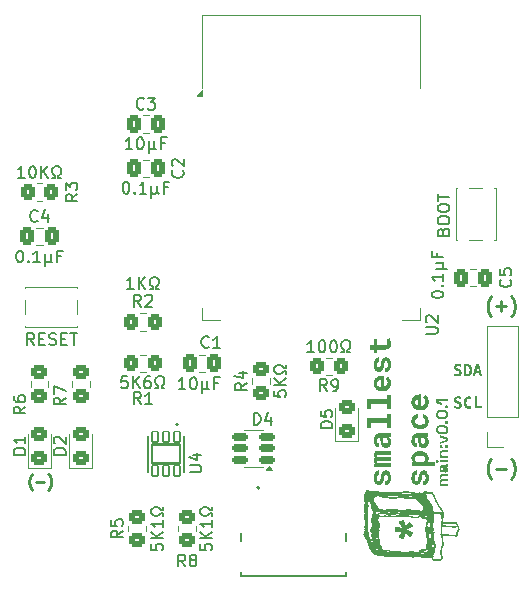
<source format=gto>
G04 #@! TF.GenerationSoftware,KiCad,Pcbnew,8.0.5*
G04 #@! TF.CreationDate,2024-11-29T11:32:06+09:00*
G04 #@! TF.ProjectId,esp32_primary_board_v2,65737033-325f-4707-9269-6d6172795f62,rev?*
G04 #@! TF.SameCoordinates,Original*
G04 #@! TF.FileFunction,Legend,Top*
G04 #@! TF.FilePolarity,Positive*
%FSLAX46Y46*%
G04 Gerber Fmt 4.6, Leading zero omitted, Abs format (unit mm)*
G04 Created by KiCad (PCBNEW 8.0.5) date 2024-11-29 11:32:06*
%MOMM*%
%LPD*%
G01*
G04 APERTURE LIST*
G04 Aperture macros list*
%AMRoundRect*
0 Rectangle with rounded corners*
0 $1 Rounding radius*
0 $2 $3 $4 $5 $6 $7 $8 $9 X,Y pos of 4 corners*
0 Add a 4 corners polygon primitive as box body*
4,1,4,$2,$3,$4,$5,$6,$7,$8,$9,$2,$3,0*
0 Add four circle primitives for the rounded corners*
1,1,$1+$1,$2,$3*
1,1,$1+$1,$4,$5*
1,1,$1+$1,$6,$7*
1,1,$1+$1,$8,$9*
0 Add four rect primitives between the rounded corners*
20,1,$1+$1,$2,$3,$4,$5,0*
20,1,$1+$1,$4,$5,$6,$7,0*
20,1,$1+$1,$6,$7,$8,$9,0*
20,1,$1+$1,$8,$9,$2,$3,0*%
G04 Aperture macros list end*
%ADD10C,0.304800*%
%ADD11C,0.275000*%
%ADD12C,0.225000*%
%ADD13C,0.175000*%
%ADD14C,0.250000*%
%ADD15C,0.150000*%
%ADD16C,0.120000*%
%ADD17C,0.127000*%
%ADD18C,0.200000*%
%ADD19C,0.000000*%
%ADD20RoundRect,0.250000X0.450000X-0.350000X0.450000X0.350000X-0.450000X0.350000X-0.450000X-0.350000X0*%
%ADD21RoundRect,0.250000X0.450000X-0.325000X0.450000X0.325000X-0.450000X0.325000X-0.450000X-0.325000X0*%
%ADD22RoundRect,0.075500X-0.226500X0.456500X-0.226500X-0.456500X0.226500X-0.456500X0.226500X0.456500X0*%
%ADD23RoundRect,0.102000X-1.185000X0.815000X-1.185000X-0.815000X1.185000X-0.815000X1.185000X0.815000X0*%
%ADD24C,2.500000*%
%ADD25RoundRect,0.250000X0.350000X0.450000X-0.350000X0.450000X-0.350000X-0.450000X0.350000X-0.450000X0*%
%ADD26R,1.050000X0.650000*%
%ADD27RoundRect,0.250000X-0.350000X-0.450000X0.350000X-0.450000X0.350000X0.450000X-0.350000X0.450000X0*%
%ADD28RoundRect,0.250000X-0.337500X-0.475000X0.337500X-0.475000X0.337500X0.475000X-0.337500X0.475000X0*%
%ADD29C,0.854000*%
%ADD30O,1.104000X1.904000*%
%ADD31O,1.104000X2.604000*%
%ADD32R,0.650000X1.050000*%
%ADD33R,1.700000X1.700000*%
%ADD34O,1.700000X1.700000*%
%ADD35R,1.500000X0.900000*%
%ADD36R,0.900000X1.500000*%
%ADD37C,0.600000*%
%ADD38R,3.900000X3.900000*%
%ADD39RoundRect,0.150000X0.512500X0.150000X-0.512500X0.150000X-0.512500X-0.150000X0.512500X-0.150000X0*%
G04 APERTURE END LIST*
D10*
G36*
X147097508Y-132904815D02*
G01*
X147157372Y-132921521D01*
X147205635Y-132970247D01*
X147239047Y-133057027D01*
X147250977Y-133150451D01*
X147251577Y-133180467D01*
X147243918Y-133273646D01*
X147239975Y-133294626D01*
X147208201Y-133382029D01*
X147201922Y-133393007D01*
X147138562Y-133461818D01*
X147136025Y-133463545D01*
X147047827Y-133494114D01*
X147037180Y-133495101D01*
X147037180Y-133840826D01*
X147133991Y-133827465D01*
X147208883Y-133798597D01*
X147289630Y-133746042D01*
X147356900Y-133678859D01*
X147361095Y-133673764D01*
X147415405Y-133594254D01*
X147456927Y-133506743D01*
X147470614Y-133469577D01*
X147496064Y-133372821D01*
X147509075Y-133274954D01*
X147512379Y-133188356D01*
X147508595Y-133091786D01*
X147495837Y-132993942D01*
X147480359Y-132925697D01*
X147450130Y-132835895D01*
X147408154Y-132751689D01*
X147390795Y-132724759D01*
X147328263Y-132651901D01*
X147254825Y-132597606D01*
X147166451Y-132562483D01*
X147081730Y-132552592D01*
X146987062Y-132563845D01*
X146906315Y-132597606D01*
X146830060Y-132659259D01*
X146780090Y-132722438D01*
X146734032Y-132809450D01*
X146701154Y-132898147D01*
X146697023Y-132911775D01*
X146672244Y-133003746D01*
X146651447Y-133101691D01*
X146643192Y-133148911D01*
X146626126Y-133243205D01*
X146612564Y-133295090D01*
X146575421Y-133380960D01*
X146572655Y-133385118D01*
X146525321Y-133432452D01*
X146466849Y-133445446D01*
X146407913Y-133430596D01*
X146358722Y-133386510D01*
X146322062Y-133305764D01*
X146309525Y-133213740D01*
X146309068Y-133189284D01*
X146317462Y-133096752D01*
X146328558Y-133056099D01*
X146374938Y-132973841D01*
X146380997Y-132967463D01*
X146436221Y-132932658D01*
X146502117Y-132920593D01*
X146502117Y-132557697D01*
X146407797Y-132568486D01*
X146320669Y-132600854D01*
X146242707Y-132653409D01*
X146175882Y-132724759D01*
X146125368Y-132809615D01*
X146090662Y-132895860D01*
X146081678Y-132924769D01*
X146060469Y-133017001D01*
X146049048Y-133117587D01*
X146046873Y-133189284D01*
X146051041Y-133282873D01*
X146065093Y-133377215D01*
X146082142Y-133442662D01*
X146117481Y-133534443D01*
X146166187Y-133618388D01*
X146177274Y-133633391D01*
X146242127Y-133702304D01*
X146316957Y-133753119D01*
X146408874Y-133786890D01*
X146484019Y-133794884D01*
X146578693Y-133781963D01*
X146643192Y-133754047D01*
X146719249Y-133693877D01*
X146764312Y-133639888D01*
X146813967Y-133559373D01*
X146852932Y-133470825D01*
X146855268Y-133464473D01*
X146885443Y-133370560D01*
X146909327Y-133275879D01*
X146917452Y-133237547D01*
X146936813Y-133143433D01*
X146954113Y-133076053D01*
X146985361Y-132988531D01*
X146993094Y-132973032D01*
X147039965Y-132920129D01*
X147097508Y-132904815D01*
G37*
G36*
X146072861Y-131993862D02*
G01*
X146072861Y-132305711D01*
X147485000Y-132305711D01*
X147485000Y-131975300D01*
X146427868Y-131975300D01*
X146396311Y-131961378D01*
X146371716Y-131942815D01*
X146349441Y-131910331D01*
X146341552Y-131868565D01*
X146347585Y-131829584D01*
X146367540Y-131796636D01*
X146408377Y-131775753D01*
X146474738Y-131767864D01*
X147485000Y-131767864D01*
X147485000Y-131448126D01*
X146443646Y-131448126D01*
X146418586Y-131448126D01*
X146406985Y-131448126D01*
X146381461Y-131432812D01*
X146361043Y-131411465D01*
X146347121Y-131381301D01*
X146341552Y-131343712D01*
X146347585Y-131305195D01*
X146367540Y-131272247D01*
X146409769Y-131249508D01*
X146476130Y-131240690D01*
X147485000Y-131240690D01*
X147485000Y-130910279D01*
X146477522Y-130910279D01*
X146381630Y-130914720D01*
X146288789Y-130930672D01*
X146278440Y-130933482D01*
X146187948Y-130968794D01*
X146144790Y-130996594D01*
X146083882Y-131067073D01*
X146070540Y-131094047D01*
X146048006Y-131185715D01*
X146046873Y-131213311D01*
X146059867Y-131307515D01*
X146096064Y-131384085D01*
X146140150Y-131434668D01*
X146196765Y-131475505D01*
X146138757Y-131503813D01*
X146095136Y-131542330D01*
X146058475Y-131610083D01*
X146046873Y-131698719D01*
X146060099Y-131793039D01*
X146099776Y-131871814D01*
X146166494Y-131938609D01*
X146243635Y-131983189D01*
X146072861Y-131993862D01*
G37*
G36*
X147485000Y-129740844D02*
G01*
X147425136Y-129763119D01*
X147353206Y-129778897D01*
X147414462Y-129848042D01*
X147418028Y-129852946D01*
X147464117Y-129933893D01*
X147470828Y-129949202D01*
X147498457Y-130039699D01*
X147503939Y-130069022D01*
X147510987Y-130163604D01*
X147510957Y-130170374D01*
X147503214Y-130267786D01*
X147479895Y-130363150D01*
X147447575Y-130437445D01*
X147392187Y-130518611D01*
X147338969Y-130570357D01*
X147258538Y-130620704D01*
X147182824Y-130647019D01*
X147089619Y-130657365D01*
X147067842Y-130656965D01*
X146972470Y-130644530D01*
X146881720Y-130611887D01*
X146870475Y-130605967D01*
X146794116Y-130550239D01*
X146731828Y-130474525D01*
X146718885Y-130453388D01*
X146677452Y-130363406D01*
X146650617Y-130271730D01*
X146634500Y-130184293D01*
X146625074Y-130088520D01*
X146622309Y-129994221D01*
X146622309Y-129977051D01*
X146839026Y-129977051D01*
X146840612Y-130027726D01*
X146855268Y-130122302D01*
X146858424Y-130133331D01*
X146900282Y-130219755D01*
X146971748Y-130276371D01*
X147060847Y-130294469D01*
X147130457Y-130281011D01*
X147184752Y-130240638D01*
X147218164Y-130176133D01*
X147230694Y-130086570D01*
X147230643Y-130079756D01*
X147217700Y-129984940D01*
X147183360Y-129900017D01*
X147136025Y-129835048D01*
X147081730Y-129791891D01*
X146839026Y-129791891D01*
X146839026Y-129977051D01*
X146622309Y-129977051D01*
X146622309Y-129791891D01*
X146538778Y-129791891D01*
X146449214Y-129807669D01*
X146380997Y-129854539D01*
X146334591Y-129936214D01*
X146329071Y-129955073D01*
X146318349Y-130050373D01*
X146318363Y-130053925D01*
X146332271Y-130149218D01*
X146370324Y-130217435D01*
X146424155Y-130251775D01*
X146492836Y-130262913D01*
X146492836Y-130625809D01*
X146410474Y-130617040D01*
X146322062Y-130585900D01*
X146246072Y-130536825D01*
X146179595Y-130469420D01*
X146168334Y-130454853D01*
X146118757Y-130373082D01*
X146082606Y-130283332D01*
X146065333Y-130218709D01*
X146051096Y-130124780D01*
X146046873Y-130030882D01*
X146047983Y-129983488D01*
X146057998Y-129885167D01*
X146078429Y-129792819D01*
X146084524Y-129772367D01*
X146119978Y-129683720D01*
X146170778Y-129601161D01*
X146178560Y-129591206D01*
X146244899Y-129525322D01*
X146325310Y-129474937D01*
X146355184Y-129461701D01*
X146446546Y-129436577D01*
X146541563Y-129428995D01*
X147147163Y-129428995D01*
X147238867Y-129426241D01*
X147335108Y-129414609D01*
X147375221Y-129405489D01*
X147462725Y-129372843D01*
X147485000Y-129372843D01*
X147485000Y-129740844D01*
G37*
G36*
X145480254Y-128951011D02*
G01*
X145776325Y-128951011D01*
X145776325Y-128528251D01*
X147189856Y-128528251D01*
X147189856Y-128951011D01*
X147485000Y-128951011D01*
X147485000Y-127756981D01*
X147189856Y-127756981D01*
X147189856Y-128161643D01*
X145480254Y-128161643D01*
X145480254Y-128951011D01*
G37*
G36*
X145480254Y-127354640D02*
G01*
X145776325Y-127354640D01*
X145776325Y-126931880D01*
X147189856Y-126931880D01*
X147189856Y-127354640D01*
X147485000Y-127354640D01*
X147485000Y-126160610D01*
X147189856Y-126160610D01*
X147189856Y-126565272D01*
X145480254Y-126565272D01*
X145480254Y-127354640D01*
G37*
G36*
X146896570Y-125503963D02*
G01*
X146900282Y-125503963D01*
X146950096Y-125491410D01*
X147036716Y-125457093D01*
X147058786Y-125443573D01*
X147129993Y-125380059D01*
X147152727Y-125350990D01*
X147196817Y-125266364D01*
X147210028Y-125220965D01*
X147220020Y-125126681D01*
X147219666Y-125106643D01*
X147207246Y-125008286D01*
X147179647Y-124919246D01*
X147174441Y-124906807D01*
X147125225Y-124822990D01*
X147058063Y-124755896D01*
X147253897Y-124574448D01*
X147319076Y-124631582D01*
X147379978Y-124707908D01*
X147431632Y-124793949D01*
X147462553Y-124862169D01*
X147491148Y-124957647D01*
X147506027Y-125049850D01*
X147510987Y-125148956D01*
X147510935Y-125159108D01*
X147504681Y-125257431D01*
X147488004Y-125349953D01*
X147457620Y-125445027D01*
X147424481Y-125516934D01*
X147375503Y-125596645D01*
X147311441Y-125673346D01*
X147263671Y-125718389D01*
X147184295Y-125775620D01*
X147095652Y-125820453D01*
X147015910Y-125847617D01*
X146924215Y-125865877D01*
X146828353Y-125871964D01*
X146776378Y-125871964D01*
X146766283Y-125871915D01*
X146668377Y-125865987D01*
X146576000Y-125850180D01*
X146480771Y-125821381D01*
X146408305Y-125789474D01*
X146327812Y-125741802D01*
X146250132Y-125678914D01*
X146204567Y-125631087D01*
X146146335Y-125551406D01*
X146100240Y-125462198D01*
X146072097Y-125381712D01*
X146053179Y-125288153D01*
X146047051Y-125192114D01*
X146340160Y-125192114D01*
X146340692Y-125211007D01*
X146361971Y-125304417D01*
X146367605Y-125316867D01*
X146423691Y-125393053D01*
X146439543Y-125407230D01*
X146520680Y-125458485D01*
X146553105Y-125472075D01*
X146645976Y-125497466D01*
X146645976Y-124902076D01*
X146617205Y-124902076D01*
X146602928Y-124902402D01*
X146509078Y-124922958D01*
X146499621Y-124927013D01*
X146419979Y-124980502D01*
X146411053Y-124989921D01*
X146361971Y-125070066D01*
X146352429Y-125097532D01*
X146340160Y-125192114D01*
X146047051Y-125192114D01*
X146046873Y-125189330D01*
X146050838Y-125106092D01*
X146066451Y-125011536D01*
X146096992Y-124917390D01*
X146120895Y-124866741D01*
X146171068Y-124787974D01*
X146238531Y-124714131D01*
X146286561Y-124675498D01*
X146367308Y-124626684D01*
X146458496Y-124588834D01*
X146550051Y-124564263D01*
X146647967Y-124549891D01*
X146742501Y-124545676D01*
X146896570Y-124545676D01*
X146896570Y-125503963D01*
G37*
G36*
X147097508Y-123326587D02*
G01*
X147157372Y-123343293D01*
X147205635Y-123392020D01*
X147239047Y-123478799D01*
X147250977Y-123572223D01*
X147251577Y-123602240D01*
X147243918Y-123695418D01*
X147239975Y-123716399D01*
X147208201Y-123803802D01*
X147201922Y-123814780D01*
X147138562Y-123883590D01*
X147136025Y-123885317D01*
X147047827Y-123915886D01*
X147037180Y-123916873D01*
X147037180Y-124262599D01*
X147133991Y-124249237D01*
X147208883Y-124220369D01*
X147289630Y-124167814D01*
X147356900Y-124100632D01*
X147361095Y-124095537D01*
X147415405Y-124016026D01*
X147456927Y-123928516D01*
X147470614Y-123891350D01*
X147496064Y-123794593D01*
X147509075Y-123696727D01*
X147512379Y-123610129D01*
X147508595Y-123513559D01*
X147495837Y-123415714D01*
X147480359Y-123347470D01*
X147450130Y-123257667D01*
X147408154Y-123173462D01*
X147390795Y-123146531D01*
X147328263Y-123073674D01*
X147254825Y-123019378D01*
X147166451Y-122984255D01*
X147081730Y-122974364D01*
X146987062Y-122985618D01*
X146906315Y-123019378D01*
X146830060Y-123081032D01*
X146780090Y-123144211D01*
X146734032Y-123231222D01*
X146701154Y-123319920D01*
X146697023Y-123333548D01*
X146672244Y-123425519D01*
X146651447Y-123523463D01*
X146643192Y-123570683D01*
X146626126Y-123664977D01*
X146612564Y-123716863D01*
X146575421Y-123802732D01*
X146572655Y-123806891D01*
X146525321Y-123854225D01*
X146466849Y-123867219D01*
X146407913Y-123852369D01*
X146358722Y-123808283D01*
X146322062Y-123727536D01*
X146309525Y-123635512D01*
X146309068Y-123611057D01*
X146317462Y-123518524D01*
X146328558Y-123477871D01*
X146374938Y-123395613D01*
X146380997Y-123389235D01*
X146436221Y-123354431D01*
X146502117Y-123342365D01*
X146502117Y-122979469D01*
X146407797Y-122990259D01*
X146320669Y-123022627D01*
X146242707Y-123075182D01*
X146175882Y-123146531D01*
X146125368Y-123231388D01*
X146090662Y-123317632D01*
X146081678Y-123346542D01*
X146060469Y-123438774D01*
X146049048Y-123539359D01*
X146046873Y-123611057D01*
X146051041Y-123704646D01*
X146065093Y-123798988D01*
X146082142Y-123864434D01*
X146117481Y-123956215D01*
X146166187Y-124040161D01*
X146177274Y-124055163D01*
X146242127Y-124124077D01*
X146316957Y-124174891D01*
X146408874Y-124208663D01*
X146484019Y-124216657D01*
X146578693Y-124203736D01*
X146643192Y-124175819D01*
X146719249Y-124115649D01*
X146764312Y-124061660D01*
X146813967Y-123981146D01*
X146852932Y-123892598D01*
X146855268Y-123886245D01*
X146885443Y-123792333D01*
X146909327Y-123697652D01*
X146917452Y-123659319D01*
X146936813Y-123565205D01*
X146954113Y-123497826D01*
X146985361Y-123410303D01*
X146993094Y-123394804D01*
X147039965Y-123341901D01*
X147097508Y-123326587D01*
G37*
G36*
X145727135Y-121975704D02*
G01*
X145727135Y-122338600D01*
X146072861Y-122338600D01*
X146072861Y-122661123D01*
X146340160Y-122661123D01*
X146340160Y-122338600D01*
X146982421Y-122338600D01*
X147081571Y-122333445D01*
X147176316Y-122316224D01*
X147221877Y-122301939D01*
X147307563Y-122260738D01*
X147381653Y-122201730D01*
X147385690Y-122197526D01*
X147445390Y-122119028D01*
X147481751Y-122036496D01*
X147503735Y-121943054D01*
X147512110Y-121847378D01*
X147512379Y-121825812D01*
X147508697Y-121730700D01*
X147506346Y-121703764D01*
X147494530Y-121609434D01*
X147490104Y-121584036D01*
X147468581Y-121492010D01*
X147463653Y-121475910D01*
X147426494Y-121389637D01*
X147425136Y-121387274D01*
X147175471Y-121422543D01*
X147188928Y-121481943D01*
X147200530Y-121555265D01*
X147211203Y-121639724D01*
X147214916Y-121725111D01*
X147204244Y-121820262D01*
X147201922Y-121829061D01*
X147157372Y-121907951D01*
X147075697Y-121958070D01*
X146984074Y-121974602D01*
X146947152Y-121975704D01*
X146340160Y-121975704D01*
X146340160Y-121448531D01*
X146072861Y-121448531D01*
X146072861Y-121975704D01*
X145727135Y-121975704D01*
G37*
G36*
X150289508Y-132904815D02*
G01*
X150349372Y-132921521D01*
X150397635Y-132970247D01*
X150431047Y-133057027D01*
X150442977Y-133150451D01*
X150443577Y-133180467D01*
X150435918Y-133273646D01*
X150431975Y-133294626D01*
X150400201Y-133382029D01*
X150393922Y-133393007D01*
X150330562Y-133461818D01*
X150328025Y-133463545D01*
X150239827Y-133494114D01*
X150229180Y-133495101D01*
X150229180Y-133840826D01*
X150325991Y-133827465D01*
X150400883Y-133798597D01*
X150481630Y-133746042D01*
X150548900Y-133678859D01*
X150553095Y-133673764D01*
X150607405Y-133594254D01*
X150648927Y-133506743D01*
X150662614Y-133469577D01*
X150688064Y-133372821D01*
X150701075Y-133274954D01*
X150704379Y-133188356D01*
X150700595Y-133091786D01*
X150687837Y-132993942D01*
X150672359Y-132925697D01*
X150642130Y-132835895D01*
X150600154Y-132751689D01*
X150582795Y-132724759D01*
X150520263Y-132651901D01*
X150446825Y-132597606D01*
X150358451Y-132562483D01*
X150273730Y-132552592D01*
X150179062Y-132563845D01*
X150098315Y-132597606D01*
X150022060Y-132659259D01*
X149972090Y-132722438D01*
X149926032Y-132809450D01*
X149893154Y-132898147D01*
X149889023Y-132911775D01*
X149864244Y-133003746D01*
X149843447Y-133101691D01*
X149835192Y-133148911D01*
X149818126Y-133243205D01*
X149804564Y-133295090D01*
X149767421Y-133380960D01*
X149764655Y-133385118D01*
X149717321Y-133432452D01*
X149658849Y-133445446D01*
X149599913Y-133430596D01*
X149550722Y-133386510D01*
X149514062Y-133305764D01*
X149501525Y-133213740D01*
X149501068Y-133189284D01*
X149509462Y-133096752D01*
X149520558Y-133056099D01*
X149566938Y-132973841D01*
X149572997Y-132967463D01*
X149628221Y-132932658D01*
X149694117Y-132920593D01*
X149694117Y-132557697D01*
X149599797Y-132568486D01*
X149512669Y-132600854D01*
X149434707Y-132653409D01*
X149367882Y-132724759D01*
X149317368Y-132809615D01*
X149282662Y-132895860D01*
X149273678Y-132924769D01*
X149252469Y-133017001D01*
X149241048Y-133117587D01*
X149238873Y-133189284D01*
X149243041Y-133282873D01*
X149257093Y-133377215D01*
X149274142Y-133442662D01*
X149309481Y-133534443D01*
X149358187Y-133618388D01*
X149369274Y-133633391D01*
X149434127Y-133702304D01*
X149508957Y-133753119D01*
X149600874Y-133786890D01*
X149676019Y-133794884D01*
X149770693Y-133781963D01*
X149835192Y-133754047D01*
X149911249Y-133693877D01*
X149956312Y-133639888D01*
X150005967Y-133559373D01*
X150044932Y-133470825D01*
X150047268Y-133464473D01*
X150077443Y-133370560D01*
X150101327Y-133275879D01*
X150109452Y-133237547D01*
X150128813Y-133143433D01*
X150146113Y-133076053D01*
X150177361Y-132988531D01*
X150185094Y-132973032D01*
X150231965Y-132920129D01*
X150289508Y-132904815D01*
G37*
G36*
X150078074Y-130954606D02*
G01*
X150176568Y-130966505D01*
X150270018Y-130986849D01*
X150325923Y-131004081D01*
X150413598Y-131041061D01*
X150496944Y-131091727D01*
X150531672Y-131119336D01*
X150596843Y-131187105D01*
X150648228Y-131265750D01*
X150669565Y-131312424D01*
X150695286Y-131406527D01*
X150702987Y-131501957D01*
X150702059Y-131536326D01*
X150688137Y-131631430D01*
X150682062Y-131653411D01*
X150644051Y-131741877D01*
X150604142Y-131799884D01*
X150554487Y-131851395D01*
X151219951Y-131851395D01*
X151219951Y-132214291D01*
X149264861Y-132214291D01*
X149264861Y-131878775D01*
X149403151Y-131865781D01*
X149340039Y-131803133D01*
X149290848Y-131730275D01*
X149283434Y-131715257D01*
X149252795Y-131626325D01*
X149247440Y-131600802D01*
X149533552Y-131600802D01*
X149541905Y-131682013D01*
X149566501Y-131748374D01*
X149611979Y-131807773D01*
X149676019Y-131851395D01*
X150265841Y-131851395D01*
X150327561Y-131810558D01*
X150373967Y-131754870D01*
X150402275Y-131685725D01*
X150412020Y-131598018D01*
X150409341Y-131556709D01*
X150378144Y-131467152D01*
X150357106Y-131438226D01*
X150285332Y-131378981D01*
X150238802Y-131356184D01*
X150149362Y-131329790D01*
X150079368Y-131319004D01*
X149984156Y-131314012D01*
X149956312Y-131314012D01*
X149886134Y-131316693D01*
X149790178Y-131330254D01*
X149743690Y-131342128D01*
X149655136Y-131380373D01*
X149628540Y-131399196D01*
X149566501Y-131469937D01*
X149549125Y-131505847D01*
X149533552Y-131600802D01*
X149247440Y-131600802D01*
X149246704Y-131597293D01*
X149238873Y-131504277D01*
X149240684Y-131455078D01*
X149257033Y-131355978D01*
X149290384Y-131267142D01*
X149307512Y-131235607D01*
X149366441Y-131155868D01*
X149435635Y-131093119D01*
X149485754Y-131060403D01*
X149569633Y-131019159D01*
X149663953Y-130987313D01*
X149758171Y-130966705D01*
X149858968Y-130954651D01*
X149956312Y-130951116D01*
X149984156Y-130951116D01*
X150078074Y-130954606D01*
G37*
G36*
X150677000Y-129740844D02*
G01*
X150617136Y-129763119D01*
X150545206Y-129778897D01*
X150606462Y-129848042D01*
X150610028Y-129852946D01*
X150656117Y-129933893D01*
X150662828Y-129949202D01*
X150690457Y-130039699D01*
X150695939Y-130069022D01*
X150702987Y-130163604D01*
X150702957Y-130170374D01*
X150695214Y-130267786D01*
X150671895Y-130363150D01*
X150639575Y-130437445D01*
X150584187Y-130518611D01*
X150530969Y-130570357D01*
X150450538Y-130620704D01*
X150374824Y-130647019D01*
X150281619Y-130657365D01*
X150259842Y-130656965D01*
X150164470Y-130644530D01*
X150073720Y-130611887D01*
X150062475Y-130605967D01*
X149986116Y-130550239D01*
X149923828Y-130474525D01*
X149910885Y-130453388D01*
X149869452Y-130363406D01*
X149842617Y-130271730D01*
X149826500Y-130184293D01*
X149817074Y-130088520D01*
X149814309Y-129994221D01*
X149814309Y-129977051D01*
X150031026Y-129977051D01*
X150032612Y-130027726D01*
X150047268Y-130122302D01*
X150050424Y-130133331D01*
X150092282Y-130219755D01*
X150163748Y-130276371D01*
X150252847Y-130294469D01*
X150322457Y-130281011D01*
X150376752Y-130240638D01*
X150410164Y-130176133D01*
X150422694Y-130086570D01*
X150422643Y-130079756D01*
X150409700Y-129984940D01*
X150375360Y-129900017D01*
X150328025Y-129835048D01*
X150273730Y-129791891D01*
X150031026Y-129791891D01*
X150031026Y-129977051D01*
X149814309Y-129977051D01*
X149814309Y-129791891D01*
X149730778Y-129791891D01*
X149641214Y-129807669D01*
X149572997Y-129854539D01*
X149526591Y-129936214D01*
X149521071Y-129955073D01*
X149510349Y-130050373D01*
X149510363Y-130053925D01*
X149524271Y-130149218D01*
X149562324Y-130217435D01*
X149616155Y-130251775D01*
X149684836Y-130262913D01*
X149684836Y-130625809D01*
X149602474Y-130617040D01*
X149514062Y-130585900D01*
X149438072Y-130536825D01*
X149371595Y-130469420D01*
X149360334Y-130454853D01*
X149310757Y-130373082D01*
X149274606Y-130283332D01*
X149257333Y-130218709D01*
X149243096Y-130124780D01*
X149238873Y-130030882D01*
X149239983Y-129983488D01*
X149249998Y-129885167D01*
X149270429Y-129792819D01*
X149276524Y-129772367D01*
X149311978Y-129683720D01*
X149362778Y-129601161D01*
X149370560Y-129591206D01*
X149436899Y-129525322D01*
X149517310Y-129474937D01*
X149547184Y-129461701D01*
X149638546Y-129436577D01*
X149733563Y-129428995D01*
X150339163Y-129428995D01*
X150430867Y-129426241D01*
X150527108Y-129414609D01*
X150567221Y-129405489D01*
X150654725Y-129372843D01*
X150677000Y-129372843D01*
X150677000Y-129740844D01*
G37*
G36*
X150413413Y-128401563D02*
G01*
X150400979Y-128494754D01*
X150378144Y-128545886D01*
X150315219Y-128615044D01*
X150283939Y-128635450D01*
X150196462Y-128672159D01*
X150150754Y-128682320D01*
X150057700Y-128693169D01*
X149991581Y-128695314D01*
X149952600Y-128695314D01*
X149858513Y-128690569D01*
X149796211Y-128681856D01*
X149703916Y-128654990D01*
X149661633Y-128634057D01*
X149589139Y-128575135D01*
X149567429Y-128545422D01*
X149535604Y-128453956D01*
X149532160Y-128402955D01*
X149546696Y-128310438D01*
X149552579Y-128294829D01*
X149602692Y-128214370D01*
X149606874Y-128209905D01*
X149684704Y-128157686D01*
X149687621Y-128156538D01*
X149780397Y-128140495D01*
X149786930Y-128140760D01*
X149786930Y-127798747D01*
X149689109Y-127804297D01*
X149592671Y-127827746D01*
X149560468Y-127840512D01*
X149477544Y-127885927D01*
X149405812Y-127945020D01*
X149387373Y-127964417D01*
X149331693Y-128040933D01*
X149288093Y-128129173D01*
X149277854Y-128156538D01*
X149252616Y-128249870D01*
X149240244Y-128349635D01*
X149238873Y-128397850D01*
X149244357Y-128495802D01*
X149263056Y-128594650D01*
X149295025Y-128684176D01*
X149342598Y-128771144D01*
X149401788Y-128846888D01*
X149447701Y-128891147D01*
X149524793Y-128947922D01*
X149611282Y-128992951D01*
X149674163Y-129016444D01*
X149765479Y-129040223D01*
X149861401Y-129054131D01*
X149952600Y-129058210D01*
X149991581Y-129058210D01*
X150091745Y-129053220D01*
X150187413Y-129038249D01*
X150270482Y-129015980D01*
X150363236Y-128978217D01*
X150446593Y-128928968D01*
X150496944Y-128889755D01*
X150563594Y-128822278D01*
X150618760Y-128743054D01*
X150649156Y-128683712D01*
X150680596Y-128593702D01*
X150698986Y-128494041D01*
X150704379Y-128395066D01*
X150698022Y-128298647D01*
X150678952Y-128206211D01*
X150665862Y-128164891D01*
X150626564Y-128074621D01*
X150576073Y-127994653D01*
X150559592Y-127973698D01*
X150490363Y-127904238D01*
X150409715Y-127849870D01*
X150398099Y-127843761D01*
X150306315Y-127810064D01*
X150207598Y-127798596D01*
X150193912Y-127798747D01*
X150193912Y-128140760D01*
X150284404Y-128158394D01*
X150353085Y-128215010D01*
X150397635Y-128299933D01*
X150413274Y-128391601D01*
X150413413Y-128401563D01*
G37*
G36*
X150088570Y-127100334D02*
G01*
X150092282Y-127100334D01*
X150142096Y-127087781D01*
X150228716Y-127053464D01*
X150250786Y-127039944D01*
X150321993Y-126976430D01*
X150344727Y-126947361D01*
X150388817Y-126862735D01*
X150402028Y-126817336D01*
X150412020Y-126723053D01*
X150411666Y-126703014D01*
X150399246Y-126604657D01*
X150371647Y-126515617D01*
X150366441Y-126503178D01*
X150317225Y-126419362D01*
X150250063Y-126352267D01*
X150445897Y-126170819D01*
X150511076Y-126227953D01*
X150571978Y-126304279D01*
X150623632Y-126390321D01*
X150654553Y-126458541D01*
X150683148Y-126554018D01*
X150698027Y-126646221D01*
X150702987Y-126745327D01*
X150702935Y-126755479D01*
X150696681Y-126853802D01*
X150680004Y-126946324D01*
X150649620Y-127041399D01*
X150616481Y-127113306D01*
X150567503Y-127193016D01*
X150503441Y-127269717D01*
X150455671Y-127314760D01*
X150376295Y-127371992D01*
X150287652Y-127416824D01*
X150207910Y-127443988D01*
X150116215Y-127462248D01*
X150020353Y-127468335D01*
X149968378Y-127468335D01*
X149958283Y-127468286D01*
X149860377Y-127462358D01*
X149768000Y-127446551D01*
X149672771Y-127417752D01*
X149600305Y-127385845D01*
X149519812Y-127338173D01*
X149442132Y-127275286D01*
X149396567Y-127227458D01*
X149338335Y-127147777D01*
X149292240Y-127058569D01*
X149264097Y-126978083D01*
X149245179Y-126884524D01*
X149239051Y-126788485D01*
X149532160Y-126788485D01*
X149532692Y-126807378D01*
X149553971Y-126900788D01*
X149559605Y-126913238D01*
X149615691Y-126989424D01*
X149631543Y-127003601D01*
X149712680Y-127054856D01*
X149745105Y-127068447D01*
X149837976Y-127093838D01*
X149837976Y-126498447D01*
X149809205Y-126498447D01*
X149794928Y-126498773D01*
X149701078Y-126519330D01*
X149691621Y-126523384D01*
X149611979Y-126576873D01*
X149603053Y-126586292D01*
X149553971Y-126666437D01*
X149544429Y-126693904D01*
X149532160Y-126788485D01*
X149239051Y-126788485D01*
X149238873Y-126785701D01*
X149242838Y-126702463D01*
X149258451Y-126607907D01*
X149288992Y-126513761D01*
X149312895Y-126463112D01*
X149363068Y-126384345D01*
X149430531Y-126310502D01*
X149478561Y-126271869D01*
X149559308Y-126223055D01*
X149650496Y-126185205D01*
X149742051Y-126160634D01*
X149839967Y-126146262D01*
X149934501Y-126142048D01*
X150088570Y-126142048D01*
X150088570Y-127100334D01*
G37*
D11*
X156007111Y-133270128D02*
X155954730Y-133217747D01*
X155954730Y-133217747D02*
X155849968Y-133060604D01*
X155849968Y-133060604D02*
X155797587Y-132955842D01*
X155797587Y-132955842D02*
X155745206Y-132798700D01*
X155745206Y-132798700D02*
X155692825Y-132536795D01*
X155692825Y-132536795D02*
X155692825Y-132327271D01*
X155692825Y-132327271D02*
X155745206Y-132065366D01*
X155745206Y-132065366D02*
X155797587Y-131908223D01*
X155797587Y-131908223D02*
X155849968Y-131803461D01*
X155849968Y-131803461D02*
X155954730Y-131646319D01*
X155954730Y-131646319D02*
X156007111Y-131593938D01*
X156426158Y-132432033D02*
X157264254Y-132432033D01*
X157683301Y-133270128D02*
X157735682Y-133217747D01*
X157735682Y-133217747D02*
X157840444Y-133060604D01*
X157840444Y-133060604D02*
X157892825Y-132955842D01*
X157892825Y-132955842D02*
X157945206Y-132798700D01*
X157945206Y-132798700D02*
X157997587Y-132536795D01*
X157997587Y-132536795D02*
X157997587Y-132327271D01*
X157997587Y-132327271D02*
X157945206Y-132065366D01*
X157945206Y-132065366D02*
X157892825Y-131908223D01*
X157892825Y-131908223D02*
X157840444Y-131803461D01*
X157840444Y-131803461D02*
X157735682Y-131646319D01*
X157735682Y-131646319D02*
X157683301Y-131593938D01*
D12*
X117119454Y-134221014D02*
X117076597Y-134178157D01*
X117076597Y-134178157D02*
X116990883Y-134049585D01*
X116990883Y-134049585D02*
X116948026Y-133963871D01*
X116948026Y-133963871D02*
X116905168Y-133835300D01*
X116905168Y-133835300D02*
X116862311Y-133621014D01*
X116862311Y-133621014D02*
X116862311Y-133449585D01*
X116862311Y-133449585D02*
X116905168Y-133235300D01*
X116905168Y-133235300D02*
X116948026Y-133106728D01*
X116948026Y-133106728D02*
X116990883Y-133021014D01*
X116990883Y-133021014D02*
X117076597Y-132892442D01*
X117076597Y-132892442D02*
X117119454Y-132849585D01*
X117462311Y-133535300D02*
X118148026Y-133535300D01*
X118490883Y-134221014D02*
X118533740Y-134178157D01*
X118533740Y-134178157D02*
X118619454Y-134049585D01*
X118619454Y-134049585D02*
X118662312Y-133963871D01*
X118662312Y-133963871D02*
X118705169Y-133835300D01*
X118705169Y-133835300D02*
X118748026Y-133621014D01*
X118748026Y-133621014D02*
X118748026Y-133449585D01*
X118748026Y-133449585D02*
X118705169Y-133235300D01*
X118705169Y-133235300D02*
X118662312Y-133106728D01*
X118662312Y-133106728D02*
X118619454Y-133021014D01*
X118619454Y-133021014D02*
X118533740Y-132892442D01*
X118533740Y-132892442D02*
X118490883Y-132849585D01*
D13*
G36*
X152330000Y-133902058D02*
G01*
X151635617Y-133902058D01*
X151635617Y-133728401D01*
X151711088Y-133728401D01*
X151711088Y-133703244D01*
X151670960Y-133671092D01*
X151650272Y-133642916D01*
X151631689Y-133597736D01*
X151624786Y-133549204D01*
X151624382Y-133532519D01*
X151628435Y-133480987D01*
X151643408Y-133431373D01*
X151653203Y-133413572D01*
X151686175Y-133373883D01*
X151727941Y-133344696D01*
X151727941Y-133319539D01*
X151687091Y-133290901D01*
X151653935Y-133252372D01*
X151633733Y-133207412D01*
X151625421Y-133157862D01*
X151624382Y-133129274D01*
X151628897Y-133078859D01*
X151643856Y-133028984D01*
X151651737Y-133012281D01*
X151681002Y-132970354D01*
X151720927Y-132936467D01*
X151734291Y-132928262D01*
X151779743Y-132909062D01*
X151828528Y-132899247D01*
X151873510Y-132896755D01*
X152330000Y-132896755D01*
X152330000Y-133073098D01*
X151886210Y-133073098D01*
X151836018Y-133080486D01*
X151800237Y-133102651D01*
X151776173Y-133145894D01*
X151771416Y-133185205D01*
X151779895Y-133235577D01*
X151807632Y-133276175D01*
X151810006Y-133278262D01*
X151853255Y-133301929D01*
X151902544Y-133310719D01*
X151919916Y-133311235D01*
X152330000Y-133311235D01*
X152330000Y-133487578D01*
X151886210Y-133487578D01*
X151836018Y-133494966D01*
X151800237Y-133517131D01*
X151776173Y-133560374D01*
X151771416Y-133599685D01*
X151779895Y-133650057D01*
X151807632Y-133690655D01*
X151810006Y-133692742D01*
X151853255Y-133716409D01*
X151902544Y-133725200D01*
X151919916Y-133725715D01*
X152330000Y-133725715D01*
X152330000Y-133902058D01*
G37*
G36*
X152330000Y-132144242D02*
G01*
X152322900Y-132194348D01*
X152304842Y-132229972D01*
X152264566Y-132259479D01*
X152237676Y-132263433D01*
X152236210Y-132263433D01*
X152236210Y-132290055D01*
X152280418Y-132315212D01*
X152314810Y-132352700D01*
X152328534Y-132376762D01*
X152344288Y-132426465D01*
X152349354Y-132478179D01*
X152349539Y-132491556D01*
X152346480Y-132540784D01*
X152336164Y-132590341D01*
X152323649Y-132624668D01*
X152298704Y-132668305D01*
X152263094Y-132706372D01*
X152248178Y-132717725D01*
X152204148Y-132739864D01*
X152153023Y-132750716D01*
X152127034Y-132751919D01*
X152076773Y-132747110D01*
X152029611Y-132731048D01*
X152007355Y-132717725D01*
X151969621Y-132682542D01*
X151942787Y-132640831D01*
X151934570Y-132622470D01*
X151919538Y-132574385D01*
X151911853Y-132525961D01*
X151909902Y-132483251D01*
X151909902Y-132470551D01*
X152041549Y-132470551D01*
X152048195Y-132519134D01*
X152062554Y-132547732D01*
X152105660Y-132574243D01*
X152121416Y-132575575D01*
X152168644Y-132560434D01*
X152183210Y-132546266D01*
X152203569Y-132499020D01*
X152206901Y-132460781D01*
X152201097Y-132408941D01*
X152181708Y-132361462D01*
X152165624Y-132339637D01*
X152124150Y-132307580D01*
X152076430Y-132293887D01*
X152055715Y-132292742D01*
X152041549Y-132292742D01*
X152041549Y-132470551D01*
X151909902Y-132470551D01*
X151909902Y-132292742D01*
X151870823Y-132292742D01*
X151821158Y-132302479D01*
X151790223Y-132323517D01*
X151765638Y-132366485D01*
X151758746Y-132417296D01*
X151758715Y-132421458D01*
X151764512Y-132472709D01*
X151787138Y-132517596D01*
X151789002Y-132519644D01*
X151828363Y-132548804D01*
X151866671Y-132561653D01*
X151811960Y-132724075D01*
X151764083Y-132703821D01*
X151723077Y-132676880D01*
X151714752Y-132670097D01*
X151679342Y-132632798D01*
X151652322Y-132589539D01*
X151643433Y-132570690D01*
X151626763Y-132520132D01*
X151618241Y-132467028D01*
X151616078Y-132418771D01*
X151618491Y-132369324D01*
X151627405Y-132316757D01*
X151642887Y-132269707D01*
X151668624Y-132222690D01*
X151684710Y-132201884D01*
X151722766Y-132166942D01*
X151768546Y-132141983D01*
X151822051Y-132127008D01*
X151875203Y-132122094D01*
X151883279Y-132122016D01*
X152142421Y-132122016D01*
X152183405Y-132094022D01*
X152184431Y-132082693D01*
X152184431Y-132026762D01*
X152330000Y-132026762D01*
X152330000Y-132144242D01*
G37*
G36*
X152330000Y-131898290D02*
G01*
X151635617Y-131898290D01*
X151635617Y-131721946D01*
X152330000Y-131721946D01*
X152330000Y-131898290D01*
G37*
G36*
X151554284Y-131809874D02*
G01*
X151544547Y-131858818D01*
X151523510Y-131890474D01*
X151480076Y-131918005D01*
X151442421Y-131923447D01*
X151392000Y-131913014D01*
X151361332Y-131890474D01*
X151335433Y-131846153D01*
X151330314Y-131809874D01*
X151340128Y-131760174D01*
X151361332Y-131728785D01*
X151404766Y-131701866D01*
X151442421Y-131696545D01*
X151492842Y-131706746D01*
X151523510Y-131728785D01*
X151549205Y-131772925D01*
X151554284Y-131809874D01*
G37*
G36*
X152330000Y-131526064D02*
G01*
X151635617Y-131526064D01*
X151635617Y-131352407D01*
X151726720Y-131352407D01*
X151726720Y-131327250D01*
X151686740Y-131299017D01*
X151657355Y-131264235D01*
X151636006Y-131218868D01*
X151626443Y-131168202D01*
X151624382Y-131124284D01*
X151628007Y-131075455D01*
X151640370Y-131026371D01*
X151661507Y-130982135D01*
X151693300Y-130940335D01*
X151732994Y-130906160D01*
X151763845Y-130887613D01*
X151811079Y-130868423D01*
X151863451Y-130857199D01*
X151915519Y-130853907D01*
X152330000Y-130853907D01*
X152330000Y-131030495D01*
X151929685Y-131030495D01*
X151880431Y-131035055D01*
X151834202Y-131052202D01*
X151812205Y-131069085D01*
X151783980Y-131112280D01*
X151773496Y-131161436D01*
X151772882Y-131178750D01*
X151779260Y-131230366D01*
X151800767Y-131276866D01*
X151826859Y-131305024D01*
X151868880Y-131330471D01*
X151915897Y-131344439D01*
X151965391Y-131349546D01*
X151977313Y-131349720D01*
X152330000Y-131349720D01*
X152330000Y-131526064D01*
G37*
G36*
X152349539Y-130553000D02*
G01*
X152341328Y-130602152D01*
X152314469Y-130645825D01*
X152312170Y-130648255D01*
X152269488Y-130677015D01*
X152219825Y-130686564D01*
X152216182Y-130686601D01*
X152166126Y-130678175D01*
X152123024Y-130650614D01*
X152120683Y-130648255D01*
X152092840Y-130605146D01*
X152083595Y-130556524D01*
X152083558Y-130553000D01*
X152091823Y-130504010D01*
X152118858Y-130460863D01*
X152121172Y-130458478D01*
X152163792Y-130430085D01*
X152213287Y-130420658D01*
X152216915Y-130420621D01*
X152266972Y-130428939D01*
X152310073Y-130456149D01*
X152312414Y-130458478D01*
X152340258Y-130501038D01*
X152349503Y-130549477D01*
X152349539Y-130553000D01*
G37*
G36*
X151880593Y-130553000D02*
G01*
X151872382Y-130602152D01*
X151845523Y-130645825D01*
X151843224Y-130648255D01*
X151800542Y-130677015D01*
X151750879Y-130686564D01*
X151747236Y-130686601D01*
X151697179Y-130678175D01*
X151654078Y-130650614D01*
X151651737Y-130648255D01*
X151623893Y-130605146D01*
X151614648Y-130556524D01*
X151614612Y-130553000D01*
X151622877Y-130504010D01*
X151649911Y-130460863D01*
X151652226Y-130458478D01*
X151694846Y-130430085D01*
X151744341Y-130420658D01*
X151747969Y-130420621D01*
X151798025Y-130428939D01*
X151841127Y-130456149D01*
X151843468Y-130458478D01*
X151871311Y-130501038D01*
X151880556Y-130549477D01*
X151880593Y-130553000D01*
G37*
G36*
X152330000Y-130101639D02*
G01*
X151635617Y-130322679D01*
X151635617Y-130135101D01*
X152201284Y-129974145D01*
X152201284Y-129948988D01*
X151635617Y-129788032D01*
X151635617Y-129600453D01*
X152330000Y-129821493D01*
X152330000Y-130101639D01*
G37*
G36*
X152021569Y-128743509D02*
G01*
X152075174Y-128751147D01*
X152123961Y-128763878D01*
X152176145Y-128785877D01*
X152221391Y-128815209D01*
X152253796Y-128845254D01*
X152286333Y-128886854D01*
X152312139Y-128933434D01*
X152331213Y-128984994D01*
X152343555Y-129041534D01*
X152348697Y-129092455D01*
X152349539Y-129124668D01*
X152347201Y-129177260D01*
X152340189Y-129226501D01*
X152325603Y-129281167D01*
X152304285Y-129331006D01*
X152276236Y-129376021D01*
X152253796Y-129403349D01*
X152214331Y-129438958D01*
X152167929Y-129467200D01*
X152114589Y-129488074D01*
X152064839Y-129499841D01*
X152010270Y-129506492D01*
X151963147Y-129508129D01*
X151716706Y-129508129D01*
X151659906Y-129505571D01*
X151607507Y-129497897D01*
X151559509Y-129485106D01*
X151507720Y-129463004D01*
X151462268Y-129433535D01*
X151429232Y-129403349D01*
X151395615Y-129361552D01*
X151368954Y-129314929D01*
X151349247Y-129263481D01*
X151336496Y-129207207D01*
X151331183Y-129156625D01*
X151330314Y-129124668D01*
X151490048Y-129124668D01*
X151494589Y-129175574D01*
X151510283Y-129224251D01*
X151540495Y-129268208D01*
X151547445Y-129275122D01*
X151587827Y-129303586D01*
X151637224Y-129321509D01*
X151689390Y-129328625D01*
X151708401Y-129329099D01*
X151968764Y-129329099D01*
X152020635Y-129325909D01*
X152070743Y-129314693D01*
X152116176Y-129292758D01*
X152134849Y-129278053D01*
X152166276Y-129236787D01*
X152183526Y-129188854D01*
X152189833Y-129137231D01*
X152190048Y-129124668D01*
X152186461Y-129075621D01*
X152171888Y-129024058D01*
X152142909Y-128979846D01*
X152132651Y-128970062D01*
X152087390Y-128941695D01*
X152036175Y-128926124D01*
X151981884Y-128920431D01*
X151968764Y-128920237D01*
X151708401Y-128920237D01*
X151657828Y-128923702D01*
X151608779Y-128935884D01*
X151564023Y-128959708D01*
X151545491Y-128975680D01*
X151513926Y-129018189D01*
X151496600Y-129064748D01*
X151490102Y-129118844D01*
X151490048Y-129124668D01*
X151330314Y-129124668D01*
X151332729Y-129071672D01*
X151339974Y-129022134D01*
X151355043Y-128967254D01*
X151377068Y-128917354D01*
X151406048Y-128872434D01*
X151429232Y-128845254D01*
X151469403Y-128809811D01*
X151515911Y-128781701D01*
X151568757Y-128760925D01*
X151617635Y-128749212D01*
X151670914Y-128742592D01*
X151716706Y-128740963D01*
X151963147Y-128740963D01*
X152021569Y-128743509D01*
G37*
G36*
X152349539Y-128478890D02*
G01*
X152341328Y-128528041D01*
X152314469Y-128571715D01*
X152312170Y-128574145D01*
X152269488Y-128602904D01*
X152219825Y-128612453D01*
X152216182Y-128612491D01*
X152166126Y-128604065D01*
X152123024Y-128576504D01*
X152120683Y-128574145D01*
X152092840Y-128531036D01*
X152083595Y-128482414D01*
X152083558Y-128478890D01*
X152091823Y-128429899D01*
X152118858Y-128386752D01*
X152121172Y-128384368D01*
X152163792Y-128355975D01*
X152213287Y-128346547D01*
X152216915Y-128346510D01*
X152266972Y-128354829D01*
X152310073Y-128382039D01*
X152312414Y-128384368D01*
X152340258Y-128426927D01*
X152349503Y-128475367D01*
X152349539Y-128478890D01*
G37*
G36*
X152021569Y-127452929D02*
G01*
X152075174Y-127460568D01*
X152123961Y-127473299D01*
X152176145Y-127495298D01*
X152221391Y-127524630D01*
X152253796Y-127554675D01*
X152286333Y-127596275D01*
X152312139Y-127642854D01*
X152331213Y-127694414D01*
X152343555Y-127750955D01*
X152348697Y-127801876D01*
X152349539Y-127834089D01*
X152347201Y-127886681D01*
X152340189Y-127935922D01*
X152325603Y-127990587D01*
X152304285Y-128040427D01*
X152276236Y-128085441D01*
X152253796Y-128112770D01*
X152214331Y-128148379D01*
X152167929Y-128176620D01*
X152114589Y-128197495D01*
X152064839Y-128209262D01*
X152010270Y-128215913D01*
X151963147Y-128217550D01*
X151716706Y-128217550D01*
X151659906Y-128214992D01*
X151607507Y-128207318D01*
X151559509Y-128194527D01*
X151507720Y-128172425D01*
X151462268Y-128142956D01*
X151429232Y-128112770D01*
X151395615Y-128070973D01*
X151368954Y-128024350D01*
X151349247Y-127972902D01*
X151336496Y-127916628D01*
X151331183Y-127866046D01*
X151330314Y-127834089D01*
X151490048Y-127834089D01*
X151494589Y-127884995D01*
X151510283Y-127933672D01*
X151540495Y-127977629D01*
X151547445Y-127984542D01*
X151587827Y-128013007D01*
X151637224Y-128030929D01*
X151689390Y-128038046D01*
X151708401Y-128038520D01*
X151968764Y-128038520D01*
X152020635Y-128035330D01*
X152070743Y-128024113D01*
X152116176Y-128002179D01*
X152134849Y-127987473D01*
X152166276Y-127946208D01*
X152183526Y-127898275D01*
X152189833Y-127846652D01*
X152190048Y-127834089D01*
X152186461Y-127785042D01*
X152171888Y-127733479D01*
X152142909Y-127689267D01*
X152132651Y-127679483D01*
X152087390Y-127651116D01*
X152036175Y-127635545D01*
X151981884Y-127629852D01*
X151968764Y-127629658D01*
X151708401Y-127629658D01*
X151657828Y-127633123D01*
X151608779Y-127645305D01*
X151564023Y-127669128D01*
X151545491Y-127685101D01*
X151513926Y-127727610D01*
X151496600Y-127774169D01*
X151490102Y-127828265D01*
X151490048Y-127834089D01*
X151330314Y-127834089D01*
X151332729Y-127781092D01*
X151339974Y-127731555D01*
X151355043Y-127676674D01*
X151377068Y-127626774D01*
X151406048Y-127581855D01*
X151429232Y-127554675D01*
X151469403Y-127519232D01*
X151515911Y-127491122D01*
X151568757Y-127470345D01*
X151617635Y-127458633D01*
X151670914Y-127452013D01*
X151716706Y-127450383D01*
X151963147Y-127450383D01*
X152021569Y-127452929D01*
G37*
G36*
X152349539Y-127188311D02*
G01*
X152341328Y-127237462D01*
X152314469Y-127281136D01*
X152312170Y-127283565D01*
X152269488Y-127312325D01*
X152219825Y-127321874D01*
X152216182Y-127321912D01*
X152166126Y-127313486D01*
X152123024Y-127285925D01*
X152120683Y-127283565D01*
X152092840Y-127240457D01*
X152083595Y-127191835D01*
X152083558Y-127188311D01*
X152091823Y-127139320D01*
X152118858Y-127096173D01*
X152121172Y-127093789D01*
X152163792Y-127065396D01*
X152213287Y-127055968D01*
X152216915Y-127055931D01*
X152266972Y-127064249D01*
X152310073Y-127091460D01*
X152312414Y-127093789D01*
X152340258Y-127136348D01*
X152349503Y-127184788D01*
X152349539Y-127188311D01*
G37*
G36*
X152330000Y-126692498D02*
G01*
X151481500Y-126692498D01*
X151481500Y-126717655D01*
X151792421Y-126849302D01*
X151792421Y-127036880D01*
X151350097Y-126836845D01*
X151350097Y-126513224D01*
X152330000Y-126513224D01*
X152330000Y-126692498D01*
G37*
D11*
X156007111Y-119520128D02*
X155954730Y-119467747D01*
X155954730Y-119467747D02*
X155849968Y-119310604D01*
X155849968Y-119310604D02*
X155797587Y-119205842D01*
X155797587Y-119205842D02*
X155745206Y-119048700D01*
X155745206Y-119048700D02*
X155692825Y-118786795D01*
X155692825Y-118786795D02*
X155692825Y-118577271D01*
X155692825Y-118577271D02*
X155745206Y-118315366D01*
X155745206Y-118315366D02*
X155797587Y-118158223D01*
X155797587Y-118158223D02*
X155849968Y-118053461D01*
X155849968Y-118053461D02*
X155954730Y-117896319D01*
X155954730Y-117896319D02*
X156007111Y-117843938D01*
X156426158Y-118682033D02*
X157264254Y-118682033D01*
X156845206Y-119101080D02*
X156845206Y-118262985D01*
X157683301Y-119520128D02*
X157735682Y-119467747D01*
X157735682Y-119467747D02*
X157840444Y-119310604D01*
X157840444Y-119310604D02*
X157892825Y-119205842D01*
X157892825Y-119205842D02*
X157945206Y-119048700D01*
X157945206Y-119048700D02*
X157997587Y-118786795D01*
X157997587Y-118786795D02*
X157997587Y-118577271D01*
X157997587Y-118577271D02*
X157945206Y-118315366D01*
X157945206Y-118315366D02*
X157892825Y-118158223D01*
X157892825Y-118158223D02*
X157840444Y-118053461D01*
X157840444Y-118053461D02*
X157735682Y-117896319D01*
X157735682Y-117896319D02*
X157683301Y-117843938D01*
D14*
G36*
X153147871Y-127345631D02*
G01*
X153097343Y-127344105D01*
X153067759Y-127341723D01*
X153019121Y-127334739D01*
X152989846Y-127328534D01*
X152941436Y-127315769D01*
X152895126Y-127299759D01*
X152846608Y-127278402D01*
X152842323Y-127276266D01*
X152842323Y-127070614D01*
X152887590Y-127100444D01*
X152931891Y-127125637D01*
X152979981Y-127148191D01*
X152998883Y-127155610D01*
X153046138Y-127170293D01*
X153096907Y-127180164D01*
X153146406Y-127183454D01*
X153198120Y-127178680D01*
X153246560Y-127161042D01*
X153263398Y-127149504D01*
X153294173Y-127109509D01*
X153304391Y-127059703D01*
X153304431Y-127055959D01*
X153295775Y-127007530D01*
X153277076Y-126975847D01*
X153242393Y-126945073D01*
X153197697Y-126922358D01*
X153098534Y-126884989D01*
X153052228Y-126866342D01*
X153007518Y-126845774D01*
X152969330Y-126825150D01*
X152927191Y-126796542D01*
X152892149Y-126763600D01*
X152863684Y-126720424D01*
X152847080Y-126673775D01*
X152839015Y-126619745D01*
X152838171Y-126593363D01*
X152841297Y-126543560D01*
X152852844Y-126490840D01*
X152872899Y-126443917D01*
X152901463Y-126402791D01*
X152927076Y-126376964D01*
X152969354Y-126346320D01*
X153017756Y-126323202D01*
X153072283Y-126307611D01*
X153123895Y-126300238D01*
X153170341Y-126298318D01*
X153221380Y-126300078D01*
X153270053Y-126305360D01*
X153312247Y-126313217D01*
X153362736Y-126326749D01*
X153410829Y-126343620D01*
X153451465Y-126360600D01*
X153451465Y-126553796D01*
X153410342Y-126526917D01*
X153360837Y-126500676D01*
X153311160Y-126480996D01*
X153261312Y-126467875D01*
X153211292Y-126461315D01*
X153186217Y-126460495D01*
X153135831Y-126464582D01*
X153087241Y-126481187D01*
X153074598Y-126489560D01*
X153043197Y-126530183D01*
X153035764Y-126572358D01*
X153048070Y-126621726D01*
X153064340Y-126642212D01*
X153105129Y-126670055D01*
X153150810Y-126690752D01*
X153182798Y-126703272D01*
X153269504Y-126735757D01*
X153320501Y-126757024D01*
X153365140Y-126780863D01*
X153408371Y-126811256D01*
X153447080Y-126849463D01*
X153450732Y-126853970D01*
X153478832Y-126898861D01*
X153497736Y-126950553D01*
X153506818Y-127002210D01*
X153508862Y-127044480D01*
X153505642Y-127098089D01*
X153495982Y-127146443D01*
X153476573Y-127196215D01*
X153448398Y-127238834D01*
X153417271Y-127269672D01*
X153373074Y-127299269D01*
X153320626Y-127321597D01*
X153269103Y-127334949D01*
X153211518Y-127342961D01*
X153158900Y-127345557D01*
X153147871Y-127345631D01*
G37*
G36*
X154110921Y-127345631D02*
G01*
X154061301Y-127343528D01*
X154003463Y-127334986D01*
X153950276Y-127319872D01*
X153901740Y-127298187D01*
X153857855Y-127269931D01*
X153818621Y-127235104D01*
X153797313Y-127211053D01*
X153766001Y-127165883D01*
X153739997Y-127114940D01*
X153719299Y-127058225D01*
X153706563Y-127008697D01*
X153697222Y-126955475D01*
X153691278Y-126898559D01*
X153688731Y-126837948D01*
X153688625Y-126822219D01*
X153690323Y-126760410D01*
X153695418Y-126702356D01*
X153703909Y-126648058D01*
X153715797Y-126597515D01*
X153731081Y-126550727D01*
X153754963Y-126497524D01*
X153784151Y-126450187D01*
X153797313Y-126432896D01*
X153833756Y-126394126D01*
X153874850Y-126361927D01*
X153920596Y-126336299D01*
X153970992Y-126317243D01*
X154026040Y-126304757D01*
X154085739Y-126298843D01*
X154110921Y-126298318D01*
X154161851Y-126300795D01*
X154210350Y-126308229D01*
X154223761Y-126311263D01*
X154272229Y-126326418D01*
X154317799Y-126347155D01*
X154323656Y-126350341D01*
X154323656Y-126583838D01*
X154285999Y-126549657D01*
X154268457Y-126536454D01*
X154226637Y-126511083D01*
X154222540Y-126509099D01*
X154176175Y-126492581D01*
X154171493Y-126491514D01*
X154122766Y-126485902D01*
X154121179Y-126485896D01*
X154069766Y-126491178D01*
X154019809Y-126509747D01*
X153978198Y-126541685D01*
X153955094Y-126570404D01*
X153930303Y-126618474D01*
X153914422Y-126668675D01*
X153905125Y-126717751D01*
X153899813Y-126772408D01*
X153898429Y-126822219D01*
X153899813Y-126872199D01*
X153905125Y-126926902D01*
X153914422Y-126975851D01*
X153930303Y-127025688D01*
X153955094Y-127073056D01*
X153991141Y-127114143D01*
X154035534Y-127141784D01*
X154088273Y-127155977D01*
X154121179Y-127158053D01*
X154169833Y-127153330D01*
X154216877Y-127139162D01*
X154223028Y-127136559D01*
X154267478Y-127113032D01*
X154270411Y-127111158D01*
X154311007Y-127081152D01*
X154323656Y-127070614D01*
X154323656Y-127295317D01*
X154277703Y-127316111D01*
X154229604Y-127331324D01*
X154223028Y-127332930D01*
X154172242Y-127342047D01*
X154122033Y-127345519D01*
X154110921Y-127345631D01*
G37*
G36*
X154588171Y-126313949D02*
G01*
X154789672Y-126313949D01*
X154789672Y-127158053D01*
X155221004Y-127158053D01*
X155221004Y-127330000D01*
X154588171Y-127330000D01*
X154588171Y-126313949D01*
G37*
G36*
X153147871Y-124595631D02*
G01*
X153097343Y-124594105D01*
X153067759Y-124591723D01*
X153019121Y-124584739D01*
X152989846Y-124578534D01*
X152941436Y-124565769D01*
X152895126Y-124549759D01*
X152846608Y-124528402D01*
X152842323Y-124526266D01*
X152842323Y-124320614D01*
X152887590Y-124350444D01*
X152931891Y-124375637D01*
X152979981Y-124398191D01*
X152998883Y-124405610D01*
X153046138Y-124420293D01*
X153096907Y-124430164D01*
X153146406Y-124433454D01*
X153198120Y-124428680D01*
X153246560Y-124411042D01*
X153263398Y-124399504D01*
X153294173Y-124359509D01*
X153304391Y-124309703D01*
X153304431Y-124305959D01*
X153295775Y-124257530D01*
X153277076Y-124225847D01*
X153242393Y-124195073D01*
X153197697Y-124172358D01*
X153098534Y-124134989D01*
X153052228Y-124116342D01*
X153007518Y-124095774D01*
X152969330Y-124075150D01*
X152927191Y-124046542D01*
X152892149Y-124013600D01*
X152863684Y-123970424D01*
X152847080Y-123923775D01*
X152839015Y-123869745D01*
X152838171Y-123843363D01*
X152841297Y-123793560D01*
X152852844Y-123740840D01*
X152872899Y-123693917D01*
X152901463Y-123652791D01*
X152927076Y-123626964D01*
X152969354Y-123596320D01*
X153017756Y-123573202D01*
X153072283Y-123557611D01*
X153123895Y-123550238D01*
X153170341Y-123548318D01*
X153221380Y-123550078D01*
X153270053Y-123555360D01*
X153312247Y-123563217D01*
X153362736Y-123576749D01*
X153410829Y-123593620D01*
X153451465Y-123610600D01*
X153451465Y-123803796D01*
X153410342Y-123776917D01*
X153360837Y-123750676D01*
X153311160Y-123730996D01*
X153261312Y-123717875D01*
X153211292Y-123711315D01*
X153186217Y-123710495D01*
X153135831Y-123714582D01*
X153087241Y-123731187D01*
X153074598Y-123739560D01*
X153043197Y-123780183D01*
X153035764Y-123822358D01*
X153048070Y-123871726D01*
X153064340Y-123892212D01*
X153105129Y-123920055D01*
X153150810Y-123940752D01*
X153182798Y-123953272D01*
X153269504Y-123985757D01*
X153320501Y-124007024D01*
X153365140Y-124030863D01*
X153408371Y-124061256D01*
X153447080Y-124099463D01*
X153450732Y-124103970D01*
X153478832Y-124148861D01*
X153497736Y-124200553D01*
X153506818Y-124252210D01*
X153508862Y-124294480D01*
X153505642Y-124348089D01*
X153495982Y-124396443D01*
X153476573Y-124446215D01*
X153448398Y-124488834D01*
X153417271Y-124519672D01*
X153373074Y-124549269D01*
X153320626Y-124571597D01*
X153269103Y-124584949D01*
X153211518Y-124592961D01*
X153158900Y-124595557D01*
X153147871Y-124595631D01*
G37*
G36*
X153962348Y-123565800D02*
G01*
X154018429Y-123571353D01*
X154070090Y-123580607D01*
X154117332Y-123593564D01*
X154170170Y-123614965D01*
X154216102Y-123642150D01*
X154255130Y-123675119D01*
X154262107Y-123682407D01*
X154293291Y-123722612D01*
X154319370Y-123770258D01*
X154338478Y-123819503D01*
X154343928Y-123837257D01*
X154356217Y-123887998D01*
X154364089Y-123936705D01*
X154369273Y-123989432D01*
X154371769Y-124046179D01*
X154372016Y-124071730D01*
X154371050Y-124120798D01*
X154366757Y-124182154D01*
X154359029Y-124238863D01*
X154347866Y-124290923D01*
X154333269Y-124338334D01*
X154310192Y-124391062D01*
X154281749Y-124436528D01*
X154262107Y-124460321D01*
X154224267Y-124494798D01*
X154179594Y-124523432D01*
X154128087Y-124546223D01*
X154069747Y-124563170D01*
X154018154Y-124572520D01*
X153962188Y-124578130D01*
X153901849Y-124580000D01*
X153685694Y-124580000D01*
X153685694Y-124392421D01*
X153887438Y-124392421D01*
X153942149Y-124392421D01*
X153990915Y-124388915D01*
X154038634Y-124376321D01*
X154082100Y-124351205D01*
X154111653Y-124319148D01*
X154136093Y-124269796D01*
X154149572Y-124220352D01*
X154157274Y-124170269D01*
X154161422Y-124113076D01*
X154162212Y-124070997D01*
X154160977Y-124019251D01*
X154156237Y-123963609D01*
X154147943Y-123915009D01*
X154133773Y-123867207D01*
X154111653Y-123824312D01*
X154073691Y-123785930D01*
X154027859Y-123763540D01*
X153977843Y-123753305D01*
X153942149Y-123751528D01*
X153887438Y-123751528D01*
X153887438Y-124392421D01*
X153685694Y-124392421D01*
X153685694Y-123563949D01*
X153901849Y-123563949D01*
X153962348Y-123565800D01*
G37*
G36*
X155254710Y-124580000D02*
G01*
X155052965Y-124580000D01*
X154989951Y-124329895D01*
X154720062Y-124329895D01*
X154658513Y-124580000D01*
X154456769Y-124580000D01*
X154568560Y-124167718D01*
X154760362Y-124167718D01*
X154951116Y-124167718D01*
X154855373Y-123751284D01*
X154760362Y-124167718D01*
X154568560Y-124167718D01*
X154732274Y-123563949D01*
X154979204Y-123563949D01*
X155254710Y-124580000D01*
G37*
D15*
X135304819Y-125166666D02*
X134828628Y-125499999D01*
X135304819Y-125738094D02*
X134304819Y-125738094D01*
X134304819Y-125738094D02*
X134304819Y-125357142D01*
X134304819Y-125357142D02*
X134352438Y-125261904D01*
X134352438Y-125261904D02*
X134400057Y-125214285D01*
X134400057Y-125214285D02*
X134495295Y-125166666D01*
X134495295Y-125166666D02*
X134638152Y-125166666D01*
X134638152Y-125166666D02*
X134733390Y-125214285D01*
X134733390Y-125214285D02*
X134781009Y-125261904D01*
X134781009Y-125261904D02*
X134828628Y-125357142D01*
X134828628Y-125357142D02*
X134828628Y-125738094D01*
X134638152Y-124309523D02*
X135304819Y-124309523D01*
X134257200Y-124547618D02*
X134971485Y-124785713D01*
X134971485Y-124785713D02*
X134971485Y-124166666D01*
X137604819Y-125833333D02*
X137604819Y-126309523D01*
X137604819Y-126309523D02*
X138081009Y-126357142D01*
X138081009Y-126357142D02*
X138033390Y-126309523D01*
X138033390Y-126309523D02*
X137985771Y-126214285D01*
X137985771Y-126214285D02*
X137985771Y-125976190D01*
X137985771Y-125976190D02*
X138033390Y-125880952D01*
X138033390Y-125880952D02*
X138081009Y-125833333D01*
X138081009Y-125833333D02*
X138176247Y-125785714D01*
X138176247Y-125785714D02*
X138414342Y-125785714D01*
X138414342Y-125785714D02*
X138509580Y-125833333D01*
X138509580Y-125833333D02*
X138557200Y-125880952D01*
X138557200Y-125880952D02*
X138604819Y-125976190D01*
X138604819Y-125976190D02*
X138604819Y-126214285D01*
X138604819Y-126214285D02*
X138557200Y-126309523D01*
X138557200Y-126309523D02*
X138509580Y-126357142D01*
X138604819Y-125357142D02*
X137604819Y-125357142D01*
X138604819Y-124785714D02*
X138033390Y-125214285D01*
X137604819Y-124785714D02*
X138176247Y-125357142D01*
X138604819Y-124404761D02*
X138604819Y-124166666D01*
X138604819Y-124166666D02*
X138414342Y-124166666D01*
X138414342Y-124166666D02*
X138366723Y-124261904D01*
X138366723Y-124261904D02*
X138271485Y-124357142D01*
X138271485Y-124357142D02*
X138128628Y-124404761D01*
X138128628Y-124404761D02*
X137890533Y-124404761D01*
X137890533Y-124404761D02*
X137747676Y-124357142D01*
X137747676Y-124357142D02*
X137652438Y-124261904D01*
X137652438Y-124261904D02*
X137604819Y-124119047D01*
X137604819Y-124119047D02*
X137604819Y-123928571D01*
X137604819Y-123928571D02*
X137652438Y-123785714D01*
X137652438Y-123785714D02*
X137747676Y-123690476D01*
X137747676Y-123690476D02*
X137890533Y-123642857D01*
X137890533Y-123642857D02*
X138128628Y-123642857D01*
X138128628Y-123642857D02*
X138271485Y-123690476D01*
X138271485Y-123690476D02*
X138366723Y-123785714D01*
X138366723Y-123785714D02*
X138414342Y-123880952D01*
X138414342Y-123880952D02*
X138604819Y-123880952D01*
X138604819Y-123880952D02*
X138604819Y-123642857D01*
X116554819Y-127166666D02*
X116078628Y-127499999D01*
X116554819Y-127738094D02*
X115554819Y-127738094D01*
X115554819Y-127738094D02*
X115554819Y-127357142D01*
X115554819Y-127357142D02*
X115602438Y-127261904D01*
X115602438Y-127261904D02*
X115650057Y-127214285D01*
X115650057Y-127214285D02*
X115745295Y-127166666D01*
X115745295Y-127166666D02*
X115888152Y-127166666D01*
X115888152Y-127166666D02*
X115983390Y-127214285D01*
X115983390Y-127214285D02*
X116031009Y-127261904D01*
X116031009Y-127261904D02*
X116078628Y-127357142D01*
X116078628Y-127357142D02*
X116078628Y-127738094D01*
X115554819Y-126309523D02*
X115554819Y-126499999D01*
X115554819Y-126499999D02*
X115602438Y-126595237D01*
X115602438Y-126595237D02*
X115650057Y-126642856D01*
X115650057Y-126642856D02*
X115792914Y-126738094D01*
X115792914Y-126738094D02*
X115983390Y-126785713D01*
X115983390Y-126785713D02*
X116364342Y-126785713D01*
X116364342Y-126785713D02*
X116459580Y-126738094D01*
X116459580Y-126738094D02*
X116507200Y-126690475D01*
X116507200Y-126690475D02*
X116554819Y-126595237D01*
X116554819Y-126595237D02*
X116554819Y-126404761D01*
X116554819Y-126404761D02*
X116507200Y-126309523D01*
X116507200Y-126309523D02*
X116459580Y-126261904D01*
X116459580Y-126261904D02*
X116364342Y-126214285D01*
X116364342Y-126214285D02*
X116126247Y-126214285D01*
X116126247Y-126214285D02*
X116031009Y-126261904D01*
X116031009Y-126261904D02*
X115983390Y-126309523D01*
X115983390Y-126309523D02*
X115935771Y-126404761D01*
X115935771Y-126404761D02*
X115935771Y-126595237D01*
X115935771Y-126595237D02*
X115983390Y-126690475D01*
X115983390Y-126690475D02*
X116031009Y-126738094D01*
X116031009Y-126738094D02*
X116126247Y-126785713D01*
X116554819Y-131238094D02*
X115554819Y-131238094D01*
X115554819Y-131238094D02*
X115554819Y-130999999D01*
X115554819Y-130999999D02*
X115602438Y-130857142D01*
X115602438Y-130857142D02*
X115697676Y-130761904D01*
X115697676Y-130761904D02*
X115792914Y-130714285D01*
X115792914Y-130714285D02*
X115983390Y-130666666D01*
X115983390Y-130666666D02*
X116126247Y-130666666D01*
X116126247Y-130666666D02*
X116316723Y-130714285D01*
X116316723Y-130714285D02*
X116411961Y-130761904D01*
X116411961Y-130761904D02*
X116507200Y-130857142D01*
X116507200Y-130857142D02*
X116554819Y-130999999D01*
X116554819Y-130999999D02*
X116554819Y-131238094D01*
X116554819Y-129714285D02*
X116554819Y-130285713D01*
X116554819Y-129999999D02*
X115554819Y-129999999D01*
X115554819Y-129999999D02*
X115697676Y-130095237D01*
X115697676Y-130095237D02*
X115792914Y-130190475D01*
X115792914Y-130190475D02*
X115840533Y-130285713D01*
X142554819Y-128988094D02*
X141554819Y-128988094D01*
X141554819Y-128988094D02*
X141554819Y-128749999D01*
X141554819Y-128749999D02*
X141602438Y-128607142D01*
X141602438Y-128607142D02*
X141697676Y-128511904D01*
X141697676Y-128511904D02*
X141792914Y-128464285D01*
X141792914Y-128464285D02*
X141983390Y-128416666D01*
X141983390Y-128416666D02*
X142126247Y-128416666D01*
X142126247Y-128416666D02*
X142316723Y-128464285D01*
X142316723Y-128464285D02*
X142411961Y-128511904D01*
X142411961Y-128511904D02*
X142507200Y-128607142D01*
X142507200Y-128607142D02*
X142554819Y-128749999D01*
X142554819Y-128749999D02*
X142554819Y-128988094D01*
X141554819Y-127511904D02*
X141554819Y-127988094D01*
X141554819Y-127988094D02*
X142031009Y-128035713D01*
X142031009Y-128035713D02*
X141983390Y-127988094D01*
X141983390Y-127988094D02*
X141935771Y-127892856D01*
X141935771Y-127892856D02*
X141935771Y-127654761D01*
X141935771Y-127654761D02*
X141983390Y-127559523D01*
X141983390Y-127559523D02*
X142031009Y-127511904D01*
X142031009Y-127511904D02*
X142126247Y-127464285D01*
X142126247Y-127464285D02*
X142364342Y-127464285D01*
X142364342Y-127464285D02*
X142459580Y-127511904D01*
X142459580Y-127511904D02*
X142507200Y-127559523D01*
X142507200Y-127559523D02*
X142554819Y-127654761D01*
X142554819Y-127654761D02*
X142554819Y-127892856D01*
X142554819Y-127892856D02*
X142507200Y-127988094D01*
X142507200Y-127988094D02*
X142459580Y-128035713D01*
X130454819Y-132711904D02*
X131264342Y-132711904D01*
X131264342Y-132711904D02*
X131359580Y-132664285D01*
X131359580Y-132664285D02*
X131407200Y-132616666D01*
X131407200Y-132616666D02*
X131454819Y-132521428D01*
X131454819Y-132521428D02*
X131454819Y-132330952D01*
X131454819Y-132330952D02*
X131407200Y-132235714D01*
X131407200Y-132235714D02*
X131359580Y-132188095D01*
X131359580Y-132188095D02*
X131264342Y-132140476D01*
X131264342Y-132140476D02*
X130454819Y-132140476D01*
X130788152Y-131235714D02*
X131454819Y-131235714D01*
X130407200Y-131473809D02*
X131121485Y-131711904D01*
X131121485Y-131711904D02*
X131121485Y-131092857D01*
X126333333Y-118704819D02*
X126000000Y-118228628D01*
X125761905Y-118704819D02*
X125761905Y-117704819D01*
X125761905Y-117704819D02*
X126142857Y-117704819D01*
X126142857Y-117704819D02*
X126238095Y-117752438D01*
X126238095Y-117752438D02*
X126285714Y-117800057D01*
X126285714Y-117800057D02*
X126333333Y-117895295D01*
X126333333Y-117895295D02*
X126333333Y-118038152D01*
X126333333Y-118038152D02*
X126285714Y-118133390D01*
X126285714Y-118133390D02*
X126238095Y-118181009D01*
X126238095Y-118181009D02*
X126142857Y-118228628D01*
X126142857Y-118228628D02*
X125761905Y-118228628D01*
X126714286Y-117800057D02*
X126761905Y-117752438D01*
X126761905Y-117752438D02*
X126857143Y-117704819D01*
X126857143Y-117704819D02*
X127095238Y-117704819D01*
X127095238Y-117704819D02*
X127190476Y-117752438D01*
X127190476Y-117752438D02*
X127238095Y-117800057D01*
X127238095Y-117800057D02*
X127285714Y-117895295D01*
X127285714Y-117895295D02*
X127285714Y-117990533D01*
X127285714Y-117990533D02*
X127238095Y-118133390D01*
X127238095Y-118133390D02*
X126666667Y-118704819D01*
X126666667Y-118704819D02*
X127285714Y-118704819D01*
X125714285Y-117204819D02*
X125142857Y-117204819D01*
X125428571Y-117204819D02*
X125428571Y-116204819D01*
X125428571Y-116204819D02*
X125333333Y-116347676D01*
X125333333Y-116347676D02*
X125238095Y-116442914D01*
X125238095Y-116442914D02*
X125142857Y-116490533D01*
X126142857Y-117204819D02*
X126142857Y-116204819D01*
X126714285Y-117204819D02*
X126285714Y-116633390D01*
X126714285Y-116204819D02*
X126142857Y-116776247D01*
X127095238Y-117204819D02*
X127333333Y-117204819D01*
X127333333Y-117204819D02*
X127333333Y-117014342D01*
X127333333Y-117014342D02*
X127238095Y-116966723D01*
X127238095Y-116966723D02*
X127142857Y-116871485D01*
X127142857Y-116871485D02*
X127095238Y-116728628D01*
X127095238Y-116728628D02*
X127095238Y-116490533D01*
X127095238Y-116490533D02*
X127142857Y-116347676D01*
X127142857Y-116347676D02*
X127238095Y-116252438D01*
X127238095Y-116252438D02*
X127380952Y-116204819D01*
X127380952Y-116204819D02*
X127571428Y-116204819D01*
X127571428Y-116204819D02*
X127714285Y-116252438D01*
X127714285Y-116252438D02*
X127809523Y-116347676D01*
X127809523Y-116347676D02*
X127857142Y-116490533D01*
X127857142Y-116490533D02*
X127857142Y-116728628D01*
X127857142Y-116728628D02*
X127809523Y-116871485D01*
X127809523Y-116871485D02*
X127714285Y-116966723D01*
X127714285Y-116966723D02*
X127619047Y-117014342D01*
X127619047Y-117014342D02*
X127619047Y-117204819D01*
X127619047Y-117204819D02*
X127857142Y-117204819D01*
X117297618Y-121954819D02*
X116964285Y-121478628D01*
X116726190Y-121954819D02*
X116726190Y-120954819D01*
X116726190Y-120954819D02*
X117107142Y-120954819D01*
X117107142Y-120954819D02*
X117202380Y-121002438D01*
X117202380Y-121002438D02*
X117249999Y-121050057D01*
X117249999Y-121050057D02*
X117297618Y-121145295D01*
X117297618Y-121145295D02*
X117297618Y-121288152D01*
X117297618Y-121288152D02*
X117249999Y-121383390D01*
X117249999Y-121383390D02*
X117202380Y-121431009D01*
X117202380Y-121431009D02*
X117107142Y-121478628D01*
X117107142Y-121478628D02*
X116726190Y-121478628D01*
X117726190Y-121431009D02*
X118059523Y-121431009D01*
X118202380Y-121954819D02*
X117726190Y-121954819D01*
X117726190Y-121954819D02*
X117726190Y-120954819D01*
X117726190Y-120954819D02*
X118202380Y-120954819D01*
X118583333Y-121907200D02*
X118726190Y-121954819D01*
X118726190Y-121954819D02*
X118964285Y-121954819D01*
X118964285Y-121954819D02*
X119059523Y-121907200D01*
X119059523Y-121907200D02*
X119107142Y-121859580D01*
X119107142Y-121859580D02*
X119154761Y-121764342D01*
X119154761Y-121764342D02*
X119154761Y-121669104D01*
X119154761Y-121669104D02*
X119107142Y-121573866D01*
X119107142Y-121573866D02*
X119059523Y-121526247D01*
X119059523Y-121526247D02*
X118964285Y-121478628D01*
X118964285Y-121478628D02*
X118773809Y-121431009D01*
X118773809Y-121431009D02*
X118678571Y-121383390D01*
X118678571Y-121383390D02*
X118630952Y-121335771D01*
X118630952Y-121335771D02*
X118583333Y-121240533D01*
X118583333Y-121240533D02*
X118583333Y-121145295D01*
X118583333Y-121145295D02*
X118630952Y-121050057D01*
X118630952Y-121050057D02*
X118678571Y-121002438D01*
X118678571Y-121002438D02*
X118773809Y-120954819D01*
X118773809Y-120954819D02*
X119011904Y-120954819D01*
X119011904Y-120954819D02*
X119154761Y-121002438D01*
X119583333Y-121431009D02*
X119916666Y-121431009D01*
X120059523Y-121954819D02*
X119583333Y-121954819D01*
X119583333Y-121954819D02*
X119583333Y-120954819D01*
X119583333Y-120954819D02*
X120059523Y-120954819D01*
X120345238Y-120954819D02*
X120916666Y-120954819D01*
X120630952Y-121954819D02*
X120630952Y-120954819D01*
X126333333Y-126954819D02*
X126000000Y-126478628D01*
X125761905Y-126954819D02*
X125761905Y-125954819D01*
X125761905Y-125954819D02*
X126142857Y-125954819D01*
X126142857Y-125954819D02*
X126238095Y-126002438D01*
X126238095Y-126002438D02*
X126285714Y-126050057D01*
X126285714Y-126050057D02*
X126333333Y-126145295D01*
X126333333Y-126145295D02*
X126333333Y-126288152D01*
X126333333Y-126288152D02*
X126285714Y-126383390D01*
X126285714Y-126383390D02*
X126238095Y-126431009D01*
X126238095Y-126431009D02*
X126142857Y-126478628D01*
X126142857Y-126478628D02*
X125761905Y-126478628D01*
X127285714Y-126954819D02*
X126714286Y-126954819D01*
X127000000Y-126954819D02*
X127000000Y-125954819D01*
X127000000Y-125954819D02*
X126904762Y-126097676D01*
X126904762Y-126097676D02*
X126809524Y-126192914D01*
X126809524Y-126192914D02*
X126714286Y-126240533D01*
X125190476Y-124604819D02*
X124714286Y-124604819D01*
X124714286Y-124604819D02*
X124666667Y-125081009D01*
X124666667Y-125081009D02*
X124714286Y-125033390D01*
X124714286Y-125033390D02*
X124809524Y-124985771D01*
X124809524Y-124985771D02*
X125047619Y-124985771D01*
X125047619Y-124985771D02*
X125142857Y-125033390D01*
X125142857Y-125033390D02*
X125190476Y-125081009D01*
X125190476Y-125081009D02*
X125238095Y-125176247D01*
X125238095Y-125176247D02*
X125238095Y-125414342D01*
X125238095Y-125414342D02*
X125190476Y-125509580D01*
X125190476Y-125509580D02*
X125142857Y-125557200D01*
X125142857Y-125557200D02*
X125047619Y-125604819D01*
X125047619Y-125604819D02*
X124809524Y-125604819D01*
X124809524Y-125604819D02*
X124714286Y-125557200D01*
X124714286Y-125557200D02*
X124666667Y-125509580D01*
X125666667Y-125604819D02*
X125666667Y-124604819D01*
X126238095Y-125604819D02*
X125809524Y-125033390D01*
X126238095Y-124604819D02*
X125666667Y-125176247D01*
X127095238Y-124604819D02*
X126904762Y-124604819D01*
X126904762Y-124604819D02*
X126809524Y-124652438D01*
X126809524Y-124652438D02*
X126761905Y-124700057D01*
X126761905Y-124700057D02*
X126666667Y-124842914D01*
X126666667Y-124842914D02*
X126619048Y-125033390D01*
X126619048Y-125033390D02*
X126619048Y-125414342D01*
X126619048Y-125414342D02*
X126666667Y-125509580D01*
X126666667Y-125509580D02*
X126714286Y-125557200D01*
X126714286Y-125557200D02*
X126809524Y-125604819D01*
X126809524Y-125604819D02*
X127000000Y-125604819D01*
X127000000Y-125604819D02*
X127095238Y-125557200D01*
X127095238Y-125557200D02*
X127142857Y-125509580D01*
X127142857Y-125509580D02*
X127190476Y-125414342D01*
X127190476Y-125414342D02*
X127190476Y-125176247D01*
X127190476Y-125176247D02*
X127142857Y-125081009D01*
X127142857Y-125081009D02*
X127095238Y-125033390D01*
X127095238Y-125033390D02*
X127000000Y-124985771D01*
X127000000Y-124985771D02*
X126809524Y-124985771D01*
X126809524Y-124985771D02*
X126714286Y-125033390D01*
X126714286Y-125033390D02*
X126666667Y-125081009D01*
X126666667Y-125081009D02*
X126619048Y-125176247D01*
X127571429Y-125604819D02*
X127809524Y-125604819D01*
X127809524Y-125604819D02*
X127809524Y-125414342D01*
X127809524Y-125414342D02*
X127714286Y-125366723D01*
X127714286Y-125366723D02*
X127619048Y-125271485D01*
X127619048Y-125271485D02*
X127571429Y-125128628D01*
X127571429Y-125128628D02*
X127571429Y-124890533D01*
X127571429Y-124890533D02*
X127619048Y-124747676D01*
X127619048Y-124747676D02*
X127714286Y-124652438D01*
X127714286Y-124652438D02*
X127857143Y-124604819D01*
X127857143Y-124604819D02*
X128047619Y-124604819D01*
X128047619Y-124604819D02*
X128190476Y-124652438D01*
X128190476Y-124652438D02*
X128285714Y-124747676D01*
X128285714Y-124747676D02*
X128333333Y-124890533D01*
X128333333Y-124890533D02*
X128333333Y-125128628D01*
X128333333Y-125128628D02*
X128285714Y-125271485D01*
X128285714Y-125271485D02*
X128190476Y-125366723D01*
X128190476Y-125366723D02*
X128095238Y-125414342D01*
X128095238Y-125414342D02*
X128095238Y-125604819D01*
X128095238Y-125604819D02*
X128333333Y-125604819D01*
X119954819Y-131238094D02*
X118954819Y-131238094D01*
X118954819Y-131238094D02*
X118954819Y-130999999D01*
X118954819Y-130999999D02*
X119002438Y-130857142D01*
X119002438Y-130857142D02*
X119097676Y-130761904D01*
X119097676Y-130761904D02*
X119192914Y-130714285D01*
X119192914Y-130714285D02*
X119383390Y-130666666D01*
X119383390Y-130666666D02*
X119526247Y-130666666D01*
X119526247Y-130666666D02*
X119716723Y-130714285D01*
X119716723Y-130714285D02*
X119811961Y-130761904D01*
X119811961Y-130761904D02*
X119907200Y-130857142D01*
X119907200Y-130857142D02*
X119954819Y-130999999D01*
X119954819Y-130999999D02*
X119954819Y-131238094D01*
X119050057Y-130285713D02*
X119002438Y-130238094D01*
X119002438Y-130238094D02*
X118954819Y-130142856D01*
X118954819Y-130142856D02*
X118954819Y-129904761D01*
X118954819Y-129904761D02*
X119002438Y-129809523D01*
X119002438Y-129809523D02*
X119050057Y-129761904D01*
X119050057Y-129761904D02*
X119145295Y-129714285D01*
X119145295Y-129714285D02*
X119240533Y-129714285D01*
X119240533Y-129714285D02*
X119383390Y-129761904D01*
X119383390Y-129761904D02*
X119954819Y-130333332D01*
X119954819Y-130333332D02*
X119954819Y-129714285D01*
X129859580Y-107166666D02*
X129907200Y-107214285D01*
X129907200Y-107214285D02*
X129954819Y-107357142D01*
X129954819Y-107357142D02*
X129954819Y-107452380D01*
X129954819Y-107452380D02*
X129907200Y-107595237D01*
X129907200Y-107595237D02*
X129811961Y-107690475D01*
X129811961Y-107690475D02*
X129716723Y-107738094D01*
X129716723Y-107738094D02*
X129526247Y-107785713D01*
X129526247Y-107785713D02*
X129383390Y-107785713D01*
X129383390Y-107785713D02*
X129192914Y-107738094D01*
X129192914Y-107738094D02*
X129097676Y-107690475D01*
X129097676Y-107690475D02*
X129002438Y-107595237D01*
X129002438Y-107595237D02*
X128954819Y-107452380D01*
X128954819Y-107452380D02*
X128954819Y-107357142D01*
X128954819Y-107357142D02*
X129002438Y-107214285D01*
X129002438Y-107214285D02*
X129050057Y-107166666D01*
X129050057Y-106785713D02*
X129002438Y-106738094D01*
X129002438Y-106738094D02*
X128954819Y-106642856D01*
X128954819Y-106642856D02*
X128954819Y-106404761D01*
X128954819Y-106404761D02*
X129002438Y-106309523D01*
X129002438Y-106309523D02*
X129050057Y-106261904D01*
X129050057Y-106261904D02*
X129145295Y-106214285D01*
X129145295Y-106214285D02*
X129240533Y-106214285D01*
X129240533Y-106214285D02*
X129383390Y-106261904D01*
X129383390Y-106261904D02*
X129954819Y-106833332D01*
X129954819Y-106833332D02*
X129954819Y-106214285D01*
X125035714Y-108134819D02*
X125130952Y-108134819D01*
X125130952Y-108134819D02*
X125226190Y-108182438D01*
X125226190Y-108182438D02*
X125273809Y-108230057D01*
X125273809Y-108230057D02*
X125321428Y-108325295D01*
X125321428Y-108325295D02*
X125369047Y-108515771D01*
X125369047Y-108515771D02*
X125369047Y-108753866D01*
X125369047Y-108753866D02*
X125321428Y-108944342D01*
X125321428Y-108944342D02*
X125273809Y-109039580D01*
X125273809Y-109039580D02*
X125226190Y-109087200D01*
X125226190Y-109087200D02*
X125130952Y-109134819D01*
X125130952Y-109134819D02*
X125035714Y-109134819D01*
X125035714Y-109134819D02*
X124940476Y-109087200D01*
X124940476Y-109087200D02*
X124892857Y-109039580D01*
X124892857Y-109039580D02*
X124845238Y-108944342D01*
X124845238Y-108944342D02*
X124797619Y-108753866D01*
X124797619Y-108753866D02*
X124797619Y-108515771D01*
X124797619Y-108515771D02*
X124845238Y-108325295D01*
X124845238Y-108325295D02*
X124892857Y-108230057D01*
X124892857Y-108230057D02*
X124940476Y-108182438D01*
X124940476Y-108182438D02*
X125035714Y-108134819D01*
X125797619Y-109039580D02*
X125845238Y-109087200D01*
X125845238Y-109087200D02*
X125797619Y-109134819D01*
X125797619Y-109134819D02*
X125750000Y-109087200D01*
X125750000Y-109087200D02*
X125797619Y-109039580D01*
X125797619Y-109039580D02*
X125797619Y-109134819D01*
X126797618Y-109134819D02*
X126226190Y-109134819D01*
X126511904Y-109134819D02*
X126511904Y-108134819D01*
X126511904Y-108134819D02*
X126416666Y-108277676D01*
X126416666Y-108277676D02*
X126321428Y-108372914D01*
X126321428Y-108372914D02*
X126226190Y-108420533D01*
X127226190Y-108468152D02*
X127226190Y-109468152D01*
X127702380Y-108991961D02*
X127749999Y-109087200D01*
X127749999Y-109087200D02*
X127845237Y-109134819D01*
X127226190Y-108991961D02*
X127273809Y-109087200D01*
X127273809Y-109087200D02*
X127369047Y-109134819D01*
X127369047Y-109134819D02*
X127559523Y-109134819D01*
X127559523Y-109134819D02*
X127654761Y-109087200D01*
X127654761Y-109087200D02*
X127702380Y-108991961D01*
X127702380Y-108991961D02*
X127702380Y-108468152D01*
X128607142Y-108611009D02*
X128273809Y-108611009D01*
X128273809Y-109134819D02*
X128273809Y-108134819D01*
X128273809Y-108134819D02*
X128749999Y-108134819D01*
X132083333Y-122109580D02*
X132035714Y-122157200D01*
X132035714Y-122157200D02*
X131892857Y-122204819D01*
X131892857Y-122204819D02*
X131797619Y-122204819D01*
X131797619Y-122204819D02*
X131654762Y-122157200D01*
X131654762Y-122157200D02*
X131559524Y-122061961D01*
X131559524Y-122061961D02*
X131511905Y-121966723D01*
X131511905Y-121966723D02*
X131464286Y-121776247D01*
X131464286Y-121776247D02*
X131464286Y-121633390D01*
X131464286Y-121633390D02*
X131511905Y-121442914D01*
X131511905Y-121442914D02*
X131559524Y-121347676D01*
X131559524Y-121347676D02*
X131654762Y-121252438D01*
X131654762Y-121252438D02*
X131797619Y-121204819D01*
X131797619Y-121204819D02*
X131892857Y-121204819D01*
X131892857Y-121204819D02*
X132035714Y-121252438D01*
X132035714Y-121252438D02*
X132083333Y-121300057D01*
X133035714Y-122204819D02*
X132464286Y-122204819D01*
X132750000Y-122204819D02*
X132750000Y-121204819D01*
X132750000Y-121204819D02*
X132654762Y-121347676D01*
X132654762Y-121347676D02*
X132559524Y-121442914D01*
X132559524Y-121442914D02*
X132464286Y-121490533D01*
X130107142Y-125704819D02*
X129535714Y-125704819D01*
X129821428Y-125704819D02*
X129821428Y-124704819D01*
X129821428Y-124704819D02*
X129726190Y-124847676D01*
X129726190Y-124847676D02*
X129630952Y-124942914D01*
X129630952Y-124942914D02*
X129535714Y-124990533D01*
X130726190Y-124704819D02*
X130821428Y-124704819D01*
X130821428Y-124704819D02*
X130916666Y-124752438D01*
X130916666Y-124752438D02*
X130964285Y-124800057D01*
X130964285Y-124800057D02*
X131011904Y-124895295D01*
X131011904Y-124895295D02*
X131059523Y-125085771D01*
X131059523Y-125085771D02*
X131059523Y-125323866D01*
X131059523Y-125323866D02*
X131011904Y-125514342D01*
X131011904Y-125514342D02*
X130964285Y-125609580D01*
X130964285Y-125609580D02*
X130916666Y-125657200D01*
X130916666Y-125657200D02*
X130821428Y-125704819D01*
X130821428Y-125704819D02*
X130726190Y-125704819D01*
X130726190Y-125704819D02*
X130630952Y-125657200D01*
X130630952Y-125657200D02*
X130583333Y-125609580D01*
X130583333Y-125609580D02*
X130535714Y-125514342D01*
X130535714Y-125514342D02*
X130488095Y-125323866D01*
X130488095Y-125323866D02*
X130488095Y-125085771D01*
X130488095Y-125085771D02*
X130535714Y-124895295D01*
X130535714Y-124895295D02*
X130583333Y-124800057D01*
X130583333Y-124800057D02*
X130630952Y-124752438D01*
X130630952Y-124752438D02*
X130726190Y-124704819D01*
X131488095Y-125038152D02*
X131488095Y-126038152D01*
X131964285Y-125561961D02*
X132011904Y-125657200D01*
X132011904Y-125657200D02*
X132107142Y-125704819D01*
X131488095Y-125561961D02*
X131535714Y-125657200D01*
X131535714Y-125657200D02*
X131630952Y-125704819D01*
X131630952Y-125704819D02*
X131821428Y-125704819D01*
X131821428Y-125704819D02*
X131916666Y-125657200D01*
X131916666Y-125657200D02*
X131964285Y-125561961D01*
X131964285Y-125561961D02*
X131964285Y-125038152D01*
X132869047Y-125181009D02*
X132535714Y-125181009D01*
X132535714Y-125704819D02*
X132535714Y-124704819D01*
X132535714Y-124704819D02*
X133011904Y-124704819D01*
X119954819Y-126416666D02*
X119478628Y-126749999D01*
X119954819Y-126988094D02*
X118954819Y-126988094D01*
X118954819Y-126988094D02*
X118954819Y-126607142D01*
X118954819Y-126607142D02*
X119002438Y-126511904D01*
X119002438Y-126511904D02*
X119050057Y-126464285D01*
X119050057Y-126464285D02*
X119145295Y-126416666D01*
X119145295Y-126416666D02*
X119288152Y-126416666D01*
X119288152Y-126416666D02*
X119383390Y-126464285D01*
X119383390Y-126464285D02*
X119431009Y-126511904D01*
X119431009Y-126511904D02*
X119478628Y-126607142D01*
X119478628Y-126607142D02*
X119478628Y-126988094D01*
X118954819Y-126083332D02*
X118954819Y-125416666D01*
X118954819Y-125416666D02*
X119954819Y-125845237D01*
X157609580Y-116416666D02*
X157657200Y-116464285D01*
X157657200Y-116464285D02*
X157704819Y-116607142D01*
X157704819Y-116607142D02*
X157704819Y-116702380D01*
X157704819Y-116702380D02*
X157657200Y-116845237D01*
X157657200Y-116845237D02*
X157561961Y-116940475D01*
X157561961Y-116940475D02*
X157466723Y-116988094D01*
X157466723Y-116988094D02*
X157276247Y-117035713D01*
X157276247Y-117035713D02*
X157133390Y-117035713D01*
X157133390Y-117035713D02*
X156942914Y-116988094D01*
X156942914Y-116988094D02*
X156847676Y-116940475D01*
X156847676Y-116940475D02*
X156752438Y-116845237D01*
X156752438Y-116845237D02*
X156704819Y-116702380D01*
X156704819Y-116702380D02*
X156704819Y-116607142D01*
X156704819Y-116607142D02*
X156752438Y-116464285D01*
X156752438Y-116464285D02*
X156800057Y-116416666D01*
X156704819Y-115511904D02*
X156704819Y-115988094D01*
X156704819Y-115988094D02*
X157181009Y-116035713D01*
X157181009Y-116035713D02*
X157133390Y-115988094D01*
X157133390Y-115988094D02*
X157085771Y-115892856D01*
X157085771Y-115892856D02*
X157085771Y-115654761D01*
X157085771Y-115654761D02*
X157133390Y-115559523D01*
X157133390Y-115559523D02*
X157181009Y-115511904D01*
X157181009Y-115511904D02*
X157276247Y-115464285D01*
X157276247Y-115464285D02*
X157514342Y-115464285D01*
X157514342Y-115464285D02*
X157609580Y-115511904D01*
X157609580Y-115511904D02*
X157657200Y-115559523D01*
X157657200Y-115559523D02*
X157704819Y-115654761D01*
X157704819Y-115654761D02*
X157704819Y-115892856D01*
X157704819Y-115892856D02*
X157657200Y-115988094D01*
X157657200Y-115988094D02*
X157609580Y-116035713D01*
X150954819Y-117714285D02*
X150954819Y-117619047D01*
X150954819Y-117619047D02*
X151002438Y-117523809D01*
X151002438Y-117523809D02*
X151050057Y-117476190D01*
X151050057Y-117476190D02*
X151145295Y-117428571D01*
X151145295Y-117428571D02*
X151335771Y-117380952D01*
X151335771Y-117380952D02*
X151573866Y-117380952D01*
X151573866Y-117380952D02*
X151764342Y-117428571D01*
X151764342Y-117428571D02*
X151859580Y-117476190D01*
X151859580Y-117476190D02*
X151907200Y-117523809D01*
X151907200Y-117523809D02*
X151954819Y-117619047D01*
X151954819Y-117619047D02*
X151954819Y-117714285D01*
X151954819Y-117714285D02*
X151907200Y-117809523D01*
X151907200Y-117809523D02*
X151859580Y-117857142D01*
X151859580Y-117857142D02*
X151764342Y-117904761D01*
X151764342Y-117904761D02*
X151573866Y-117952380D01*
X151573866Y-117952380D02*
X151335771Y-117952380D01*
X151335771Y-117952380D02*
X151145295Y-117904761D01*
X151145295Y-117904761D02*
X151050057Y-117857142D01*
X151050057Y-117857142D02*
X151002438Y-117809523D01*
X151002438Y-117809523D02*
X150954819Y-117714285D01*
X151859580Y-116952380D02*
X151907200Y-116904761D01*
X151907200Y-116904761D02*
X151954819Y-116952380D01*
X151954819Y-116952380D02*
X151907200Y-116999999D01*
X151907200Y-116999999D02*
X151859580Y-116952380D01*
X151859580Y-116952380D02*
X151954819Y-116952380D01*
X151954819Y-115952381D02*
X151954819Y-116523809D01*
X151954819Y-116238095D02*
X150954819Y-116238095D01*
X150954819Y-116238095D02*
X151097676Y-116333333D01*
X151097676Y-116333333D02*
X151192914Y-116428571D01*
X151192914Y-116428571D02*
X151240533Y-116523809D01*
X151288152Y-115523809D02*
X152288152Y-115523809D01*
X151811961Y-115047619D02*
X151907200Y-115000000D01*
X151907200Y-115000000D02*
X151954819Y-114904762D01*
X151811961Y-115523809D02*
X151907200Y-115476190D01*
X151907200Y-115476190D02*
X151954819Y-115380952D01*
X151954819Y-115380952D02*
X151954819Y-115190476D01*
X151954819Y-115190476D02*
X151907200Y-115095238D01*
X151907200Y-115095238D02*
X151811961Y-115047619D01*
X151811961Y-115047619D02*
X151288152Y-115047619D01*
X151431009Y-114142857D02*
X151431009Y-114476190D01*
X151954819Y-114476190D02*
X150954819Y-114476190D01*
X150954819Y-114476190D02*
X150954819Y-114000000D01*
X117583333Y-111429580D02*
X117535714Y-111477200D01*
X117535714Y-111477200D02*
X117392857Y-111524819D01*
X117392857Y-111524819D02*
X117297619Y-111524819D01*
X117297619Y-111524819D02*
X117154762Y-111477200D01*
X117154762Y-111477200D02*
X117059524Y-111381961D01*
X117059524Y-111381961D02*
X117011905Y-111286723D01*
X117011905Y-111286723D02*
X116964286Y-111096247D01*
X116964286Y-111096247D02*
X116964286Y-110953390D01*
X116964286Y-110953390D02*
X117011905Y-110762914D01*
X117011905Y-110762914D02*
X117059524Y-110667676D01*
X117059524Y-110667676D02*
X117154762Y-110572438D01*
X117154762Y-110572438D02*
X117297619Y-110524819D01*
X117297619Y-110524819D02*
X117392857Y-110524819D01*
X117392857Y-110524819D02*
X117535714Y-110572438D01*
X117535714Y-110572438D02*
X117583333Y-110620057D01*
X118440476Y-110858152D02*
X118440476Y-111524819D01*
X118202381Y-110477200D02*
X117964286Y-111191485D01*
X117964286Y-111191485D02*
X118583333Y-111191485D01*
X116035714Y-113954819D02*
X116130952Y-113954819D01*
X116130952Y-113954819D02*
X116226190Y-114002438D01*
X116226190Y-114002438D02*
X116273809Y-114050057D01*
X116273809Y-114050057D02*
X116321428Y-114145295D01*
X116321428Y-114145295D02*
X116369047Y-114335771D01*
X116369047Y-114335771D02*
X116369047Y-114573866D01*
X116369047Y-114573866D02*
X116321428Y-114764342D01*
X116321428Y-114764342D02*
X116273809Y-114859580D01*
X116273809Y-114859580D02*
X116226190Y-114907200D01*
X116226190Y-114907200D02*
X116130952Y-114954819D01*
X116130952Y-114954819D02*
X116035714Y-114954819D01*
X116035714Y-114954819D02*
X115940476Y-114907200D01*
X115940476Y-114907200D02*
X115892857Y-114859580D01*
X115892857Y-114859580D02*
X115845238Y-114764342D01*
X115845238Y-114764342D02*
X115797619Y-114573866D01*
X115797619Y-114573866D02*
X115797619Y-114335771D01*
X115797619Y-114335771D02*
X115845238Y-114145295D01*
X115845238Y-114145295D02*
X115892857Y-114050057D01*
X115892857Y-114050057D02*
X115940476Y-114002438D01*
X115940476Y-114002438D02*
X116035714Y-113954819D01*
X116797619Y-114859580D02*
X116845238Y-114907200D01*
X116845238Y-114907200D02*
X116797619Y-114954819D01*
X116797619Y-114954819D02*
X116750000Y-114907200D01*
X116750000Y-114907200D02*
X116797619Y-114859580D01*
X116797619Y-114859580D02*
X116797619Y-114954819D01*
X117797618Y-114954819D02*
X117226190Y-114954819D01*
X117511904Y-114954819D02*
X117511904Y-113954819D01*
X117511904Y-113954819D02*
X117416666Y-114097676D01*
X117416666Y-114097676D02*
X117321428Y-114192914D01*
X117321428Y-114192914D02*
X117226190Y-114240533D01*
X118226190Y-114288152D02*
X118226190Y-115288152D01*
X118702380Y-114811961D02*
X118749999Y-114907200D01*
X118749999Y-114907200D02*
X118845237Y-114954819D01*
X118226190Y-114811961D02*
X118273809Y-114907200D01*
X118273809Y-114907200D02*
X118369047Y-114954819D01*
X118369047Y-114954819D02*
X118559523Y-114954819D01*
X118559523Y-114954819D02*
X118654761Y-114907200D01*
X118654761Y-114907200D02*
X118702380Y-114811961D01*
X118702380Y-114811961D02*
X118702380Y-114288152D01*
X119607142Y-114431009D02*
X119273809Y-114431009D01*
X119273809Y-114954819D02*
X119273809Y-113954819D01*
X119273809Y-113954819D02*
X119749999Y-113954819D01*
X126583333Y-101929580D02*
X126535714Y-101977200D01*
X126535714Y-101977200D02*
X126392857Y-102024819D01*
X126392857Y-102024819D02*
X126297619Y-102024819D01*
X126297619Y-102024819D02*
X126154762Y-101977200D01*
X126154762Y-101977200D02*
X126059524Y-101881961D01*
X126059524Y-101881961D02*
X126011905Y-101786723D01*
X126011905Y-101786723D02*
X125964286Y-101596247D01*
X125964286Y-101596247D02*
X125964286Y-101453390D01*
X125964286Y-101453390D02*
X126011905Y-101262914D01*
X126011905Y-101262914D02*
X126059524Y-101167676D01*
X126059524Y-101167676D02*
X126154762Y-101072438D01*
X126154762Y-101072438D02*
X126297619Y-101024819D01*
X126297619Y-101024819D02*
X126392857Y-101024819D01*
X126392857Y-101024819D02*
X126535714Y-101072438D01*
X126535714Y-101072438D02*
X126583333Y-101120057D01*
X126916667Y-101024819D02*
X127535714Y-101024819D01*
X127535714Y-101024819D02*
X127202381Y-101405771D01*
X127202381Y-101405771D02*
X127345238Y-101405771D01*
X127345238Y-101405771D02*
X127440476Y-101453390D01*
X127440476Y-101453390D02*
X127488095Y-101501009D01*
X127488095Y-101501009D02*
X127535714Y-101596247D01*
X127535714Y-101596247D02*
X127535714Y-101834342D01*
X127535714Y-101834342D02*
X127488095Y-101929580D01*
X127488095Y-101929580D02*
X127440476Y-101977200D01*
X127440476Y-101977200D02*
X127345238Y-102024819D01*
X127345238Y-102024819D02*
X127059524Y-102024819D01*
X127059524Y-102024819D02*
X126964286Y-101977200D01*
X126964286Y-101977200D02*
X126916667Y-101929580D01*
X125607142Y-105384819D02*
X125035714Y-105384819D01*
X125321428Y-105384819D02*
X125321428Y-104384819D01*
X125321428Y-104384819D02*
X125226190Y-104527676D01*
X125226190Y-104527676D02*
X125130952Y-104622914D01*
X125130952Y-104622914D02*
X125035714Y-104670533D01*
X126226190Y-104384819D02*
X126321428Y-104384819D01*
X126321428Y-104384819D02*
X126416666Y-104432438D01*
X126416666Y-104432438D02*
X126464285Y-104480057D01*
X126464285Y-104480057D02*
X126511904Y-104575295D01*
X126511904Y-104575295D02*
X126559523Y-104765771D01*
X126559523Y-104765771D02*
X126559523Y-105003866D01*
X126559523Y-105003866D02*
X126511904Y-105194342D01*
X126511904Y-105194342D02*
X126464285Y-105289580D01*
X126464285Y-105289580D02*
X126416666Y-105337200D01*
X126416666Y-105337200D02*
X126321428Y-105384819D01*
X126321428Y-105384819D02*
X126226190Y-105384819D01*
X126226190Y-105384819D02*
X126130952Y-105337200D01*
X126130952Y-105337200D02*
X126083333Y-105289580D01*
X126083333Y-105289580D02*
X126035714Y-105194342D01*
X126035714Y-105194342D02*
X125988095Y-105003866D01*
X125988095Y-105003866D02*
X125988095Y-104765771D01*
X125988095Y-104765771D02*
X126035714Y-104575295D01*
X126035714Y-104575295D02*
X126083333Y-104480057D01*
X126083333Y-104480057D02*
X126130952Y-104432438D01*
X126130952Y-104432438D02*
X126226190Y-104384819D01*
X126988095Y-104718152D02*
X126988095Y-105718152D01*
X127464285Y-105241961D02*
X127511904Y-105337200D01*
X127511904Y-105337200D02*
X127607142Y-105384819D01*
X126988095Y-105241961D02*
X127035714Y-105337200D01*
X127035714Y-105337200D02*
X127130952Y-105384819D01*
X127130952Y-105384819D02*
X127321428Y-105384819D01*
X127321428Y-105384819D02*
X127416666Y-105337200D01*
X127416666Y-105337200D02*
X127464285Y-105241961D01*
X127464285Y-105241961D02*
X127464285Y-104718152D01*
X128369047Y-104861009D02*
X128035714Y-104861009D01*
X128035714Y-105384819D02*
X128035714Y-104384819D01*
X128035714Y-104384819D02*
X128511904Y-104384819D01*
X151931009Y-112357142D02*
X151978628Y-112214285D01*
X151978628Y-112214285D02*
X152026247Y-112166666D01*
X152026247Y-112166666D02*
X152121485Y-112119047D01*
X152121485Y-112119047D02*
X152264342Y-112119047D01*
X152264342Y-112119047D02*
X152359580Y-112166666D01*
X152359580Y-112166666D02*
X152407200Y-112214285D01*
X152407200Y-112214285D02*
X152454819Y-112309523D01*
X152454819Y-112309523D02*
X152454819Y-112690475D01*
X152454819Y-112690475D02*
X151454819Y-112690475D01*
X151454819Y-112690475D02*
X151454819Y-112357142D01*
X151454819Y-112357142D02*
X151502438Y-112261904D01*
X151502438Y-112261904D02*
X151550057Y-112214285D01*
X151550057Y-112214285D02*
X151645295Y-112166666D01*
X151645295Y-112166666D02*
X151740533Y-112166666D01*
X151740533Y-112166666D02*
X151835771Y-112214285D01*
X151835771Y-112214285D02*
X151883390Y-112261904D01*
X151883390Y-112261904D02*
X151931009Y-112357142D01*
X151931009Y-112357142D02*
X151931009Y-112690475D01*
X151454819Y-111499999D02*
X151454819Y-111309523D01*
X151454819Y-111309523D02*
X151502438Y-111214285D01*
X151502438Y-111214285D02*
X151597676Y-111119047D01*
X151597676Y-111119047D02*
X151788152Y-111071428D01*
X151788152Y-111071428D02*
X152121485Y-111071428D01*
X152121485Y-111071428D02*
X152311961Y-111119047D01*
X152311961Y-111119047D02*
X152407200Y-111214285D01*
X152407200Y-111214285D02*
X152454819Y-111309523D01*
X152454819Y-111309523D02*
X152454819Y-111499999D01*
X152454819Y-111499999D02*
X152407200Y-111595237D01*
X152407200Y-111595237D02*
X152311961Y-111690475D01*
X152311961Y-111690475D02*
X152121485Y-111738094D01*
X152121485Y-111738094D02*
X151788152Y-111738094D01*
X151788152Y-111738094D02*
X151597676Y-111690475D01*
X151597676Y-111690475D02*
X151502438Y-111595237D01*
X151502438Y-111595237D02*
X151454819Y-111499999D01*
X151454819Y-110452380D02*
X151454819Y-110261904D01*
X151454819Y-110261904D02*
X151502438Y-110166666D01*
X151502438Y-110166666D02*
X151597676Y-110071428D01*
X151597676Y-110071428D02*
X151788152Y-110023809D01*
X151788152Y-110023809D02*
X152121485Y-110023809D01*
X152121485Y-110023809D02*
X152311961Y-110071428D01*
X152311961Y-110071428D02*
X152407200Y-110166666D01*
X152407200Y-110166666D02*
X152454819Y-110261904D01*
X152454819Y-110261904D02*
X152454819Y-110452380D01*
X152454819Y-110452380D02*
X152407200Y-110547618D01*
X152407200Y-110547618D02*
X152311961Y-110642856D01*
X152311961Y-110642856D02*
X152121485Y-110690475D01*
X152121485Y-110690475D02*
X151788152Y-110690475D01*
X151788152Y-110690475D02*
X151597676Y-110642856D01*
X151597676Y-110642856D02*
X151502438Y-110547618D01*
X151502438Y-110547618D02*
X151454819Y-110452380D01*
X151454819Y-109738094D02*
X151454819Y-109166666D01*
X152454819Y-109452380D02*
X151454819Y-109452380D01*
X142083333Y-125854819D02*
X141750000Y-125378628D01*
X141511905Y-125854819D02*
X141511905Y-124854819D01*
X141511905Y-124854819D02*
X141892857Y-124854819D01*
X141892857Y-124854819D02*
X141988095Y-124902438D01*
X141988095Y-124902438D02*
X142035714Y-124950057D01*
X142035714Y-124950057D02*
X142083333Y-125045295D01*
X142083333Y-125045295D02*
X142083333Y-125188152D01*
X142083333Y-125188152D02*
X142035714Y-125283390D01*
X142035714Y-125283390D02*
X141988095Y-125331009D01*
X141988095Y-125331009D02*
X141892857Y-125378628D01*
X141892857Y-125378628D02*
X141511905Y-125378628D01*
X142559524Y-125854819D02*
X142750000Y-125854819D01*
X142750000Y-125854819D02*
X142845238Y-125807200D01*
X142845238Y-125807200D02*
X142892857Y-125759580D01*
X142892857Y-125759580D02*
X142988095Y-125616723D01*
X142988095Y-125616723D02*
X143035714Y-125426247D01*
X143035714Y-125426247D02*
X143035714Y-125045295D01*
X143035714Y-125045295D02*
X142988095Y-124950057D01*
X142988095Y-124950057D02*
X142940476Y-124902438D01*
X142940476Y-124902438D02*
X142845238Y-124854819D01*
X142845238Y-124854819D02*
X142654762Y-124854819D01*
X142654762Y-124854819D02*
X142559524Y-124902438D01*
X142559524Y-124902438D02*
X142511905Y-124950057D01*
X142511905Y-124950057D02*
X142464286Y-125045295D01*
X142464286Y-125045295D02*
X142464286Y-125283390D01*
X142464286Y-125283390D02*
X142511905Y-125378628D01*
X142511905Y-125378628D02*
X142559524Y-125426247D01*
X142559524Y-125426247D02*
X142654762Y-125473866D01*
X142654762Y-125473866D02*
X142845238Y-125473866D01*
X142845238Y-125473866D02*
X142940476Y-125426247D01*
X142940476Y-125426247D02*
X142988095Y-125378628D01*
X142988095Y-125378628D02*
X143035714Y-125283390D01*
X141011904Y-122554819D02*
X140440476Y-122554819D01*
X140726190Y-122554819D02*
X140726190Y-121554819D01*
X140726190Y-121554819D02*
X140630952Y-121697676D01*
X140630952Y-121697676D02*
X140535714Y-121792914D01*
X140535714Y-121792914D02*
X140440476Y-121840533D01*
X141630952Y-121554819D02*
X141726190Y-121554819D01*
X141726190Y-121554819D02*
X141821428Y-121602438D01*
X141821428Y-121602438D02*
X141869047Y-121650057D01*
X141869047Y-121650057D02*
X141916666Y-121745295D01*
X141916666Y-121745295D02*
X141964285Y-121935771D01*
X141964285Y-121935771D02*
X141964285Y-122173866D01*
X141964285Y-122173866D02*
X141916666Y-122364342D01*
X141916666Y-122364342D02*
X141869047Y-122459580D01*
X141869047Y-122459580D02*
X141821428Y-122507200D01*
X141821428Y-122507200D02*
X141726190Y-122554819D01*
X141726190Y-122554819D02*
X141630952Y-122554819D01*
X141630952Y-122554819D02*
X141535714Y-122507200D01*
X141535714Y-122507200D02*
X141488095Y-122459580D01*
X141488095Y-122459580D02*
X141440476Y-122364342D01*
X141440476Y-122364342D02*
X141392857Y-122173866D01*
X141392857Y-122173866D02*
X141392857Y-121935771D01*
X141392857Y-121935771D02*
X141440476Y-121745295D01*
X141440476Y-121745295D02*
X141488095Y-121650057D01*
X141488095Y-121650057D02*
X141535714Y-121602438D01*
X141535714Y-121602438D02*
X141630952Y-121554819D01*
X142583333Y-121554819D02*
X142678571Y-121554819D01*
X142678571Y-121554819D02*
X142773809Y-121602438D01*
X142773809Y-121602438D02*
X142821428Y-121650057D01*
X142821428Y-121650057D02*
X142869047Y-121745295D01*
X142869047Y-121745295D02*
X142916666Y-121935771D01*
X142916666Y-121935771D02*
X142916666Y-122173866D01*
X142916666Y-122173866D02*
X142869047Y-122364342D01*
X142869047Y-122364342D02*
X142821428Y-122459580D01*
X142821428Y-122459580D02*
X142773809Y-122507200D01*
X142773809Y-122507200D02*
X142678571Y-122554819D01*
X142678571Y-122554819D02*
X142583333Y-122554819D01*
X142583333Y-122554819D02*
X142488095Y-122507200D01*
X142488095Y-122507200D02*
X142440476Y-122459580D01*
X142440476Y-122459580D02*
X142392857Y-122364342D01*
X142392857Y-122364342D02*
X142345238Y-122173866D01*
X142345238Y-122173866D02*
X142345238Y-121935771D01*
X142345238Y-121935771D02*
X142392857Y-121745295D01*
X142392857Y-121745295D02*
X142440476Y-121650057D01*
X142440476Y-121650057D02*
X142488095Y-121602438D01*
X142488095Y-121602438D02*
X142583333Y-121554819D01*
X143297619Y-122554819D02*
X143535714Y-122554819D01*
X143535714Y-122554819D02*
X143535714Y-122364342D01*
X143535714Y-122364342D02*
X143440476Y-122316723D01*
X143440476Y-122316723D02*
X143345238Y-122221485D01*
X143345238Y-122221485D02*
X143297619Y-122078628D01*
X143297619Y-122078628D02*
X143297619Y-121840533D01*
X143297619Y-121840533D02*
X143345238Y-121697676D01*
X143345238Y-121697676D02*
X143440476Y-121602438D01*
X143440476Y-121602438D02*
X143583333Y-121554819D01*
X143583333Y-121554819D02*
X143773809Y-121554819D01*
X143773809Y-121554819D02*
X143916666Y-121602438D01*
X143916666Y-121602438D02*
X144011904Y-121697676D01*
X144011904Y-121697676D02*
X144059523Y-121840533D01*
X144059523Y-121840533D02*
X144059523Y-122078628D01*
X144059523Y-122078628D02*
X144011904Y-122221485D01*
X144011904Y-122221485D02*
X143916666Y-122316723D01*
X143916666Y-122316723D02*
X143821428Y-122364342D01*
X143821428Y-122364342D02*
X143821428Y-122554819D01*
X143821428Y-122554819D02*
X144059523Y-122554819D01*
X150454819Y-121011904D02*
X151264342Y-121011904D01*
X151264342Y-121011904D02*
X151359580Y-120964285D01*
X151359580Y-120964285D02*
X151407200Y-120916666D01*
X151407200Y-120916666D02*
X151454819Y-120821428D01*
X151454819Y-120821428D02*
X151454819Y-120630952D01*
X151454819Y-120630952D02*
X151407200Y-120535714D01*
X151407200Y-120535714D02*
X151359580Y-120488095D01*
X151359580Y-120488095D02*
X151264342Y-120440476D01*
X151264342Y-120440476D02*
X150454819Y-120440476D01*
X150550057Y-120011904D02*
X150502438Y-119964285D01*
X150502438Y-119964285D02*
X150454819Y-119869047D01*
X150454819Y-119869047D02*
X150454819Y-119630952D01*
X150454819Y-119630952D02*
X150502438Y-119535714D01*
X150502438Y-119535714D02*
X150550057Y-119488095D01*
X150550057Y-119488095D02*
X150645295Y-119440476D01*
X150645295Y-119440476D02*
X150740533Y-119440476D01*
X150740533Y-119440476D02*
X150883390Y-119488095D01*
X150883390Y-119488095D02*
X151454819Y-120059523D01*
X151454819Y-120059523D02*
X151454819Y-119440476D01*
X135899405Y-128704819D02*
X135899405Y-127704819D01*
X135899405Y-127704819D02*
X136137500Y-127704819D01*
X136137500Y-127704819D02*
X136280357Y-127752438D01*
X136280357Y-127752438D02*
X136375595Y-127847676D01*
X136375595Y-127847676D02*
X136423214Y-127942914D01*
X136423214Y-127942914D02*
X136470833Y-128133390D01*
X136470833Y-128133390D02*
X136470833Y-128276247D01*
X136470833Y-128276247D02*
X136423214Y-128466723D01*
X136423214Y-128466723D02*
X136375595Y-128561961D01*
X136375595Y-128561961D02*
X136280357Y-128657200D01*
X136280357Y-128657200D02*
X136137500Y-128704819D01*
X136137500Y-128704819D02*
X135899405Y-128704819D01*
X137327976Y-128038152D02*
X137327976Y-128704819D01*
X137089881Y-127657200D02*
X136851786Y-128371485D01*
X136851786Y-128371485D02*
X137470833Y-128371485D01*
X130083333Y-140704819D02*
X129750000Y-140228628D01*
X129511905Y-140704819D02*
X129511905Y-139704819D01*
X129511905Y-139704819D02*
X129892857Y-139704819D01*
X129892857Y-139704819D02*
X129988095Y-139752438D01*
X129988095Y-139752438D02*
X130035714Y-139800057D01*
X130035714Y-139800057D02*
X130083333Y-139895295D01*
X130083333Y-139895295D02*
X130083333Y-140038152D01*
X130083333Y-140038152D02*
X130035714Y-140133390D01*
X130035714Y-140133390D02*
X129988095Y-140181009D01*
X129988095Y-140181009D02*
X129892857Y-140228628D01*
X129892857Y-140228628D02*
X129511905Y-140228628D01*
X130654762Y-140133390D02*
X130559524Y-140085771D01*
X130559524Y-140085771D02*
X130511905Y-140038152D01*
X130511905Y-140038152D02*
X130464286Y-139942914D01*
X130464286Y-139942914D02*
X130464286Y-139895295D01*
X130464286Y-139895295D02*
X130511905Y-139800057D01*
X130511905Y-139800057D02*
X130559524Y-139752438D01*
X130559524Y-139752438D02*
X130654762Y-139704819D01*
X130654762Y-139704819D02*
X130845238Y-139704819D01*
X130845238Y-139704819D02*
X130940476Y-139752438D01*
X130940476Y-139752438D02*
X130988095Y-139800057D01*
X130988095Y-139800057D02*
X131035714Y-139895295D01*
X131035714Y-139895295D02*
X131035714Y-139942914D01*
X131035714Y-139942914D02*
X130988095Y-140038152D01*
X130988095Y-140038152D02*
X130940476Y-140085771D01*
X130940476Y-140085771D02*
X130845238Y-140133390D01*
X130845238Y-140133390D02*
X130654762Y-140133390D01*
X130654762Y-140133390D02*
X130559524Y-140181009D01*
X130559524Y-140181009D02*
X130511905Y-140228628D01*
X130511905Y-140228628D02*
X130464286Y-140323866D01*
X130464286Y-140323866D02*
X130464286Y-140514342D01*
X130464286Y-140514342D02*
X130511905Y-140609580D01*
X130511905Y-140609580D02*
X130559524Y-140657200D01*
X130559524Y-140657200D02*
X130654762Y-140704819D01*
X130654762Y-140704819D02*
X130845238Y-140704819D01*
X130845238Y-140704819D02*
X130940476Y-140657200D01*
X130940476Y-140657200D02*
X130988095Y-140609580D01*
X130988095Y-140609580D02*
X131035714Y-140514342D01*
X131035714Y-140514342D02*
X131035714Y-140323866D01*
X131035714Y-140323866D02*
X130988095Y-140228628D01*
X130988095Y-140228628D02*
X130940476Y-140181009D01*
X130940476Y-140181009D02*
X130845238Y-140133390D01*
X131354819Y-138809523D02*
X131354819Y-139285713D01*
X131354819Y-139285713D02*
X131831009Y-139333332D01*
X131831009Y-139333332D02*
X131783390Y-139285713D01*
X131783390Y-139285713D02*
X131735771Y-139190475D01*
X131735771Y-139190475D02*
X131735771Y-138952380D01*
X131735771Y-138952380D02*
X131783390Y-138857142D01*
X131783390Y-138857142D02*
X131831009Y-138809523D01*
X131831009Y-138809523D02*
X131926247Y-138761904D01*
X131926247Y-138761904D02*
X132164342Y-138761904D01*
X132164342Y-138761904D02*
X132259580Y-138809523D01*
X132259580Y-138809523D02*
X132307200Y-138857142D01*
X132307200Y-138857142D02*
X132354819Y-138952380D01*
X132354819Y-138952380D02*
X132354819Y-139190475D01*
X132354819Y-139190475D02*
X132307200Y-139285713D01*
X132307200Y-139285713D02*
X132259580Y-139333332D01*
X132354819Y-138333332D02*
X131354819Y-138333332D01*
X132354819Y-137761904D02*
X131783390Y-138190475D01*
X131354819Y-137761904D02*
X131926247Y-138333332D01*
X132354819Y-136809523D02*
X132354819Y-137380951D01*
X132354819Y-137095237D02*
X131354819Y-137095237D01*
X131354819Y-137095237D02*
X131497676Y-137190475D01*
X131497676Y-137190475D02*
X131592914Y-137285713D01*
X131592914Y-137285713D02*
X131640533Y-137380951D01*
X132354819Y-136428570D02*
X132354819Y-136190475D01*
X132354819Y-136190475D02*
X132164342Y-136190475D01*
X132164342Y-136190475D02*
X132116723Y-136285713D01*
X132116723Y-136285713D02*
X132021485Y-136380951D01*
X132021485Y-136380951D02*
X131878628Y-136428570D01*
X131878628Y-136428570D02*
X131640533Y-136428570D01*
X131640533Y-136428570D02*
X131497676Y-136380951D01*
X131497676Y-136380951D02*
X131402438Y-136285713D01*
X131402438Y-136285713D02*
X131354819Y-136142856D01*
X131354819Y-136142856D02*
X131354819Y-135952380D01*
X131354819Y-135952380D02*
X131402438Y-135809523D01*
X131402438Y-135809523D02*
X131497676Y-135714285D01*
X131497676Y-135714285D02*
X131640533Y-135666666D01*
X131640533Y-135666666D02*
X131878628Y-135666666D01*
X131878628Y-135666666D02*
X132021485Y-135714285D01*
X132021485Y-135714285D02*
X132116723Y-135809523D01*
X132116723Y-135809523D02*
X132164342Y-135904761D01*
X132164342Y-135904761D02*
X132354819Y-135904761D01*
X132354819Y-135904761D02*
X132354819Y-135666666D01*
X124804819Y-137666666D02*
X124328628Y-137999999D01*
X124804819Y-138238094D02*
X123804819Y-138238094D01*
X123804819Y-138238094D02*
X123804819Y-137857142D01*
X123804819Y-137857142D02*
X123852438Y-137761904D01*
X123852438Y-137761904D02*
X123900057Y-137714285D01*
X123900057Y-137714285D02*
X123995295Y-137666666D01*
X123995295Y-137666666D02*
X124138152Y-137666666D01*
X124138152Y-137666666D02*
X124233390Y-137714285D01*
X124233390Y-137714285D02*
X124281009Y-137761904D01*
X124281009Y-137761904D02*
X124328628Y-137857142D01*
X124328628Y-137857142D02*
X124328628Y-138238094D01*
X123804819Y-136761904D02*
X123804819Y-137238094D01*
X123804819Y-137238094D02*
X124281009Y-137285713D01*
X124281009Y-137285713D02*
X124233390Y-137238094D01*
X124233390Y-137238094D02*
X124185771Y-137142856D01*
X124185771Y-137142856D02*
X124185771Y-136904761D01*
X124185771Y-136904761D02*
X124233390Y-136809523D01*
X124233390Y-136809523D02*
X124281009Y-136761904D01*
X124281009Y-136761904D02*
X124376247Y-136714285D01*
X124376247Y-136714285D02*
X124614342Y-136714285D01*
X124614342Y-136714285D02*
X124709580Y-136761904D01*
X124709580Y-136761904D02*
X124757200Y-136809523D01*
X124757200Y-136809523D02*
X124804819Y-136904761D01*
X124804819Y-136904761D02*
X124804819Y-137142856D01*
X124804819Y-137142856D02*
X124757200Y-137238094D01*
X124757200Y-137238094D02*
X124709580Y-137285713D01*
X127204819Y-138809523D02*
X127204819Y-139285713D01*
X127204819Y-139285713D02*
X127681009Y-139333332D01*
X127681009Y-139333332D02*
X127633390Y-139285713D01*
X127633390Y-139285713D02*
X127585771Y-139190475D01*
X127585771Y-139190475D02*
X127585771Y-138952380D01*
X127585771Y-138952380D02*
X127633390Y-138857142D01*
X127633390Y-138857142D02*
X127681009Y-138809523D01*
X127681009Y-138809523D02*
X127776247Y-138761904D01*
X127776247Y-138761904D02*
X128014342Y-138761904D01*
X128014342Y-138761904D02*
X128109580Y-138809523D01*
X128109580Y-138809523D02*
X128157200Y-138857142D01*
X128157200Y-138857142D02*
X128204819Y-138952380D01*
X128204819Y-138952380D02*
X128204819Y-139190475D01*
X128204819Y-139190475D02*
X128157200Y-139285713D01*
X128157200Y-139285713D02*
X128109580Y-139333332D01*
X128204819Y-138333332D02*
X127204819Y-138333332D01*
X128204819Y-137761904D02*
X127633390Y-138190475D01*
X127204819Y-137761904D02*
X127776247Y-138333332D01*
X128204819Y-136809523D02*
X128204819Y-137380951D01*
X128204819Y-137095237D02*
X127204819Y-137095237D01*
X127204819Y-137095237D02*
X127347676Y-137190475D01*
X127347676Y-137190475D02*
X127442914Y-137285713D01*
X127442914Y-137285713D02*
X127490533Y-137380951D01*
X128204819Y-136428570D02*
X128204819Y-136190475D01*
X128204819Y-136190475D02*
X128014342Y-136190475D01*
X128014342Y-136190475D02*
X127966723Y-136285713D01*
X127966723Y-136285713D02*
X127871485Y-136380951D01*
X127871485Y-136380951D02*
X127728628Y-136428570D01*
X127728628Y-136428570D02*
X127490533Y-136428570D01*
X127490533Y-136428570D02*
X127347676Y-136380951D01*
X127347676Y-136380951D02*
X127252438Y-136285713D01*
X127252438Y-136285713D02*
X127204819Y-136142856D01*
X127204819Y-136142856D02*
X127204819Y-135952380D01*
X127204819Y-135952380D02*
X127252438Y-135809523D01*
X127252438Y-135809523D02*
X127347676Y-135714285D01*
X127347676Y-135714285D02*
X127490533Y-135666666D01*
X127490533Y-135666666D02*
X127728628Y-135666666D01*
X127728628Y-135666666D02*
X127871485Y-135714285D01*
X127871485Y-135714285D02*
X127966723Y-135809523D01*
X127966723Y-135809523D02*
X128014342Y-135904761D01*
X128014342Y-135904761D02*
X128204819Y-135904761D01*
X128204819Y-135904761D02*
X128204819Y-135666666D01*
X120954819Y-109166666D02*
X120478628Y-109499999D01*
X120954819Y-109738094D02*
X119954819Y-109738094D01*
X119954819Y-109738094D02*
X119954819Y-109357142D01*
X119954819Y-109357142D02*
X120002438Y-109261904D01*
X120002438Y-109261904D02*
X120050057Y-109214285D01*
X120050057Y-109214285D02*
X120145295Y-109166666D01*
X120145295Y-109166666D02*
X120288152Y-109166666D01*
X120288152Y-109166666D02*
X120383390Y-109214285D01*
X120383390Y-109214285D02*
X120431009Y-109261904D01*
X120431009Y-109261904D02*
X120478628Y-109357142D01*
X120478628Y-109357142D02*
X120478628Y-109738094D01*
X119954819Y-108833332D02*
X119954819Y-108214285D01*
X119954819Y-108214285D02*
X120335771Y-108547618D01*
X120335771Y-108547618D02*
X120335771Y-108404761D01*
X120335771Y-108404761D02*
X120383390Y-108309523D01*
X120383390Y-108309523D02*
X120431009Y-108261904D01*
X120431009Y-108261904D02*
X120526247Y-108214285D01*
X120526247Y-108214285D02*
X120764342Y-108214285D01*
X120764342Y-108214285D02*
X120859580Y-108261904D01*
X120859580Y-108261904D02*
X120907200Y-108309523D01*
X120907200Y-108309523D02*
X120954819Y-108404761D01*
X120954819Y-108404761D02*
X120954819Y-108690475D01*
X120954819Y-108690475D02*
X120907200Y-108785713D01*
X120907200Y-108785713D02*
X120859580Y-108833332D01*
X116488095Y-107804819D02*
X115916667Y-107804819D01*
X116202381Y-107804819D02*
X116202381Y-106804819D01*
X116202381Y-106804819D02*
X116107143Y-106947676D01*
X116107143Y-106947676D02*
X116011905Y-107042914D01*
X116011905Y-107042914D02*
X115916667Y-107090533D01*
X117107143Y-106804819D02*
X117202381Y-106804819D01*
X117202381Y-106804819D02*
X117297619Y-106852438D01*
X117297619Y-106852438D02*
X117345238Y-106900057D01*
X117345238Y-106900057D02*
X117392857Y-106995295D01*
X117392857Y-106995295D02*
X117440476Y-107185771D01*
X117440476Y-107185771D02*
X117440476Y-107423866D01*
X117440476Y-107423866D02*
X117392857Y-107614342D01*
X117392857Y-107614342D02*
X117345238Y-107709580D01*
X117345238Y-107709580D02*
X117297619Y-107757200D01*
X117297619Y-107757200D02*
X117202381Y-107804819D01*
X117202381Y-107804819D02*
X117107143Y-107804819D01*
X117107143Y-107804819D02*
X117011905Y-107757200D01*
X117011905Y-107757200D02*
X116964286Y-107709580D01*
X116964286Y-107709580D02*
X116916667Y-107614342D01*
X116916667Y-107614342D02*
X116869048Y-107423866D01*
X116869048Y-107423866D02*
X116869048Y-107185771D01*
X116869048Y-107185771D02*
X116916667Y-106995295D01*
X116916667Y-106995295D02*
X116964286Y-106900057D01*
X116964286Y-106900057D02*
X117011905Y-106852438D01*
X117011905Y-106852438D02*
X117107143Y-106804819D01*
X117869048Y-107804819D02*
X117869048Y-106804819D01*
X118440476Y-107804819D02*
X118011905Y-107233390D01*
X118440476Y-106804819D02*
X117869048Y-107376247D01*
X118821429Y-107804819D02*
X119059524Y-107804819D01*
X119059524Y-107804819D02*
X119059524Y-107614342D01*
X119059524Y-107614342D02*
X118964286Y-107566723D01*
X118964286Y-107566723D02*
X118869048Y-107471485D01*
X118869048Y-107471485D02*
X118821429Y-107328628D01*
X118821429Y-107328628D02*
X118821429Y-107090533D01*
X118821429Y-107090533D02*
X118869048Y-106947676D01*
X118869048Y-106947676D02*
X118964286Y-106852438D01*
X118964286Y-106852438D02*
X119107143Y-106804819D01*
X119107143Y-106804819D02*
X119297619Y-106804819D01*
X119297619Y-106804819D02*
X119440476Y-106852438D01*
X119440476Y-106852438D02*
X119535714Y-106947676D01*
X119535714Y-106947676D02*
X119583333Y-107090533D01*
X119583333Y-107090533D02*
X119583333Y-107328628D01*
X119583333Y-107328628D02*
X119535714Y-107471485D01*
X119535714Y-107471485D02*
X119440476Y-107566723D01*
X119440476Y-107566723D02*
X119345238Y-107614342D01*
X119345238Y-107614342D02*
X119345238Y-107804819D01*
X119345238Y-107804819D02*
X119583333Y-107804819D01*
D16*
X135765000Y-125227064D02*
X135765000Y-124772936D01*
X137235000Y-125227064D02*
X137235000Y-124772936D01*
X117015000Y-125477064D02*
X117015000Y-125022936D01*
X118485000Y-125477064D02*
X118485000Y-125022936D01*
X116790000Y-129500000D02*
X116790000Y-132360000D01*
X116790000Y-132360000D02*
X118710000Y-132360000D01*
X118710000Y-132360000D02*
X118710000Y-129500000D01*
X142790000Y-127250000D02*
X142790000Y-130110000D01*
X142790000Y-130110000D02*
X144710000Y-130110000D01*
X144710000Y-130110000D02*
X144710000Y-127250000D01*
D17*
X126900000Y-129635000D02*
X126900000Y-132735000D01*
X130000000Y-129635000D02*
X130000000Y-132735000D01*
D18*
X129500000Y-128690000D02*
G75*
G02*
X129300000Y-128690000I-100000J0D01*
G01*
X129300000Y-128690000D02*
G75*
G02*
X129500000Y-128690000I100000J0D01*
G01*
D16*
X126727064Y-119265000D02*
X126272936Y-119265000D01*
X126727064Y-120735000D02*
X126272936Y-120735000D01*
X116550000Y-117050000D02*
X116550000Y-117170000D01*
X116550000Y-118180000D02*
X116550000Y-119320000D01*
X116550000Y-120330000D02*
X116550000Y-120450000D01*
X116550000Y-120450000D02*
X120950000Y-120450000D01*
X120950000Y-117050000D02*
X116550000Y-117050000D01*
X120950000Y-117170000D02*
X120950000Y-117050000D01*
X120950000Y-119320000D02*
X120950000Y-118180000D01*
X120950000Y-120450000D02*
X120950000Y-120330000D01*
X126272936Y-122765000D02*
X126727064Y-122765000D01*
X126272936Y-124235000D02*
X126727064Y-124235000D01*
X120290000Y-129500000D02*
X120290000Y-132360000D01*
X120290000Y-132360000D02*
X122210000Y-132360000D01*
X122210000Y-132360000D02*
X122210000Y-129500000D01*
X126488748Y-106265000D02*
X127011252Y-106265000D01*
X126488748Y-107735000D02*
X127011252Y-107735000D01*
X131238748Y-122765000D02*
X131761252Y-122765000D01*
X131238748Y-124235000D02*
X131761252Y-124235000D01*
X120515000Y-125477064D02*
X120515000Y-125022936D01*
X121985000Y-125477064D02*
X121985000Y-125022936D01*
X154201248Y-115515000D02*
X154723752Y-115515000D01*
X154201248Y-116985000D02*
X154723752Y-116985000D01*
D18*
X134780000Y-137900000D02*
X134780000Y-138580000D01*
X134780000Y-141140000D02*
X134780000Y-141490000D01*
X134780000Y-141490000D02*
X143720000Y-141490000D01*
X143720000Y-137900000D02*
X143720000Y-138580000D01*
X143720000Y-141490000D02*
X143720000Y-141140000D01*
X136375000Y-134050000D02*
G75*
G02*
X136175000Y-134050000I-100000J0D01*
G01*
X136175000Y-134050000D02*
G75*
G02*
X136375000Y-134050000I100000J0D01*
G01*
D16*
X117488748Y-112015000D02*
X118011252Y-112015000D01*
X117488748Y-113485000D02*
X118011252Y-113485000D01*
D19*
G36*
X148575807Y-136785778D02*
G01*
X148607850Y-136805226D01*
X148631635Y-136834975D01*
X148633596Y-136838778D01*
X148638577Y-136853790D01*
X148644286Y-136880308D01*
X148650827Y-136918984D01*
X148658301Y-136970471D01*
X148666811Y-137035421D01*
X148674992Y-137102173D01*
X148681922Y-137159483D01*
X148688407Y-137211944D01*
X148694221Y-137257810D01*
X148699137Y-137295337D01*
X148702928Y-137322781D01*
X148705368Y-137338399D01*
X148706091Y-137341369D01*
X148711483Y-137336696D01*
X148725457Y-137322301D01*
X148746824Y-137299475D01*
X148774391Y-137269508D01*
X148806967Y-137233692D01*
X148843360Y-137193317D01*
X148863478Y-137170859D01*
X148902568Y-137127390D01*
X148939551Y-137086753D01*
X148973019Y-137050459D01*
X149001563Y-137020017D01*
X149023775Y-136996937D01*
X149038247Y-136982729D01*
X149041739Y-136979724D01*
X149074685Y-136962444D01*
X149110502Y-136957151D01*
X149144723Y-136964433D01*
X149147743Y-136965806D01*
X149160128Y-136975542D01*
X149179098Y-136995074D01*
X149202841Y-137022103D01*
X149229545Y-137054330D01*
X149257400Y-137089453D01*
X149284595Y-137125173D01*
X149309319Y-137159190D01*
X149329760Y-137189204D01*
X149344108Y-137212915D01*
X149347357Y-137219305D01*
X149358748Y-137258243D01*
X149357324Y-137296329D01*
X149343782Y-137330601D01*
X149318816Y-137358095D01*
X149313986Y-137361548D01*
X149300965Y-137368862D01*
X149276391Y-137381307D01*
X149242142Y-137397983D01*
X149200098Y-137417991D01*
X149152138Y-137440431D01*
X149100142Y-137464403D01*
X149077908Y-137474550D01*
X149026309Y-137498140D01*
X148979298Y-137519849D01*
X148938479Y-137538919D01*
X148905457Y-137554592D01*
X148881837Y-137566110D01*
X148869224Y-137572714D01*
X148867547Y-137573942D01*
X148873984Y-137577792D01*
X148892203Y-137586912D01*
X148920558Y-137600523D01*
X148957405Y-137617848D01*
X149001099Y-137638109D01*
X149049995Y-137660529D01*
X149067974Y-137668715D01*
X149134165Y-137698879D01*
X149188256Y-137723786D01*
X149231597Y-137744168D01*
X149265539Y-137760755D01*
X149291434Y-137774279D01*
X149310633Y-137785473D01*
X149324487Y-137795066D01*
X149334346Y-137803791D01*
X149341563Y-137812380D01*
X149346144Y-137819320D01*
X149357517Y-137850478D01*
X149359112Y-137886849D01*
X149350729Y-137922463D01*
X149349659Y-137925014D01*
X149341707Y-137938830D01*
X149326467Y-137961664D01*
X149305809Y-137991005D01*
X149281607Y-138024343D01*
X149255732Y-138059166D01*
X149230055Y-138092965D01*
X149206450Y-138123229D01*
X149186786Y-138147446D01*
X149172937Y-138163107D01*
X149170107Y-138165841D01*
X149149784Y-138176483D01*
X149121186Y-138182683D01*
X149090263Y-138183815D01*
X149062963Y-138179254D01*
X149058461Y-138177603D01*
X149049654Y-138170743D01*
X149032338Y-138154545D01*
X149007956Y-138130520D01*
X148977952Y-138100182D01*
X148943769Y-138065043D01*
X148906852Y-138026615D01*
X148868643Y-137986411D01*
X148830587Y-137945943D01*
X148794126Y-137906725D01*
X148760706Y-137870268D01*
X148731769Y-137838084D01*
X148708759Y-137811687D01*
X148705298Y-137807596D01*
X148703388Y-137813248D01*
X148700150Y-137831882D01*
X148695805Y-137861837D01*
X148690575Y-137901452D01*
X148684682Y-137949066D01*
X148678349Y-138003018D01*
X148674027Y-138041370D01*
X148665940Y-138113085D01*
X148658906Y-138171679D01*
X148652561Y-138218686D01*
X148646541Y-138255642D01*
X148640480Y-138284081D01*
X148634013Y-138305540D01*
X148626776Y-138321551D01*
X148618405Y-138333651D01*
X148608533Y-138343375D01*
X148600824Y-138349379D01*
X148582687Y-138360236D01*
X148562754Y-138366506D01*
X148539012Y-138367971D01*
X148509452Y-138364416D01*
X148472064Y-138355625D01*
X148424835Y-138341382D01*
X148376878Y-138325317D01*
X148334399Y-138310442D01*
X148295924Y-138296508D01*
X148263949Y-138284458D01*
X148240974Y-138275232D01*
X148229579Y-138269825D01*
X148211786Y-138251054D01*
X148197944Y-138223131D01*
X148190483Y-138191548D01*
X148189826Y-138179923D01*
X148191016Y-138169754D01*
X148195033Y-138156142D01*
X148202544Y-138137741D01*
X148214219Y-138113202D01*
X148230725Y-138081176D01*
X148252732Y-138040317D01*
X148280907Y-137989275D01*
X148311304Y-137934918D01*
X148340092Y-137883611D01*
X148366444Y-137836582D01*
X148389528Y-137795323D01*
X148408512Y-137761323D01*
X148422564Y-137736072D01*
X148430851Y-137721060D01*
X148432782Y-137717420D01*
X148425846Y-137718526D01*
X148406169Y-137722187D01*
X148375450Y-137728075D01*
X148335387Y-137735859D01*
X148287680Y-137745210D01*
X148234028Y-137755799D01*
X148199029Y-137762741D01*
X148141304Y-137774079D01*
X148087341Y-137784427D01*
X148039066Y-137793434D01*
X147998403Y-137800752D01*
X147967278Y-137806030D01*
X147947616Y-137808919D01*
X147942436Y-137809362D01*
X147916084Y-137803455D01*
X147887738Y-137787292D01*
X147862055Y-137763754D01*
X147855517Y-137755619D01*
X147850458Y-137748008D01*
X147846645Y-137739293D01*
X147843902Y-137727406D01*
X147842056Y-137710281D01*
X147840930Y-137685851D01*
X147840349Y-137652048D01*
X147840138Y-137606807D01*
X147840116Y-137573942D01*
X147840191Y-137520989D01*
X147840532Y-137480693D01*
X147841316Y-137450988D01*
X147842717Y-137429807D01*
X147844910Y-137415082D01*
X147848071Y-137404747D01*
X147852374Y-137396735D01*
X147855517Y-137392264D01*
X147878191Y-137368219D01*
X147904895Y-137349584D01*
X147930874Y-137339387D01*
X147940237Y-137338348D01*
X147952327Y-137339811D01*
X147976922Y-137343961D01*
X148012119Y-137350435D01*
X148056017Y-137358870D01*
X148106716Y-137368904D01*
X148162312Y-137380174D01*
X148193891Y-137386686D01*
X148250372Y-137398284D01*
X148302120Y-137408681D01*
X148347405Y-137417548D01*
X148384501Y-137424555D01*
X148411679Y-137429374D01*
X148427211Y-137431675D01*
X148430221Y-137431711D01*
X148427565Y-137424729D01*
X148418459Y-137406551D01*
X148403760Y-137378766D01*
X148384323Y-137342964D01*
X148361006Y-137300731D01*
X148334665Y-137253656D01*
X148323734Y-137234286D01*
X148295610Y-137184494D01*
X148269343Y-137137849D01*
X148245949Y-137096171D01*
X148226449Y-137061278D01*
X148211860Y-137034991D01*
X148203201Y-137019128D01*
X148201880Y-137016612D01*
X148191918Y-136984439D01*
X148191500Y-136949593D01*
X148199772Y-136916525D01*
X148215884Y-136889686D01*
X148228210Y-136878907D01*
X148244640Y-136870638D01*
X148272063Y-136859518D01*
X148307601Y-136846476D01*
X148348376Y-136832437D01*
X148391511Y-136818330D01*
X148434128Y-136805080D01*
X148473350Y-136793615D01*
X148506298Y-136784862D01*
X148530095Y-136779748D01*
X148538945Y-136778811D01*
X148575807Y-136785778D01*
G37*
G36*
X145588263Y-134256225D02*
G01*
X145608839Y-134259605D01*
X145620377Y-134263540D01*
X145648813Y-134278513D01*
X145682018Y-134300482D01*
X145714667Y-134325723D01*
X145733970Y-134342987D01*
X145755894Y-134361152D01*
X145774661Y-134367774D01*
X145795020Y-134363732D01*
X145809283Y-134356925D01*
X145829274Y-134347505D01*
X145845215Y-134342198D01*
X145848499Y-134341777D01*
X145861838Y-134339375D01*
X145882635Y-134333429D01*
X145892782Y-134330031D01*
X145936468Y-134321663D01*
X145964123Y-134322788D01*
X145990302Y-134324127D01*
X146005202Y-134321106D01*
X146007271Y-134319195D01*
X146015906Y-134316875D01*
X146036757Y-134315379D01*
X146067342Y-134314651D01*
X146105179Y-134314635D01*
X146147785Y-134315275D01*
X146192678Y-134316515D01*
X146237377Y-134318300D01*
X146279398Y-134320574D01*
X146316260Y-134323281D01*
X146345481Y-134326364D01*
X146349246Y-134326884D01*
X146383546Y-134331835D01*
X146422414Y-134337461D01*
X146448638Y-134341265D01*
X146480278Y-134346318D01*
X146511067Y-134351979D01*
X146531464Y-134356362D01*
X146573109Y-134366255D01*
X146605778Y-134373295D01*
X146634715Y-134378452D01*
X146665163Y-134382695D01*
X146688956Y-134385503D01*
X146761474Y-134388971D01*
X146820203Y-134385695D01*
X146852029Y-134382951D01*
X146879764Y-134381548D01*
X146899094Y-134381665D01*
X146903826Y-134382244D01*
X146919514Y-134384720D01*
X146944052Y-134387561D01*
X146967053Y-134389709D01*
X146993011Y-134392848D01*
X147013530Y-134397115D01*
X147023189Y-134401024D01*
X147035659Y-134405380D01*
X147056218Y-134407425D01*
X147064310Y-134407399D01*
X147089659Y-134407556D01*
X147121469Y-134409024D01*
X147144377Y-134410754D01*
X147186248Y-134414180D01*
X147218976Y-134415657D01*
X147248006Y-134415216D01*
X147278784Y-134412885D01*
X147291623Y-134411558D01*
X147315523Y-134410301D01*
X147350345Y-134410201D01*
X147392338Y-134411189D01*
X147437749Y-134413193D01*
X147464793Y-134414834D01*
X147510510Y-134417855D01*
X147544554Y-134419713D01*
X147569942Y-134420238D01*
X147589692Y-134419258D01*
X147606822Y-134416605D01*
X147624349Y-134412108D01*
X147645293Y-134405597D01*
X147648851Y-134404457D01*
X147682916Y-134394500D01*
X147709578Y-134389598D01*
X147734937Y-134388931D01*
X147753527Y-134390372D01*
X147793968Y-134391474D01*
X147836879Y-134387807D01*
X147847964Y-134385966D01*
X147876529Y-134381349D01*
X147895487Y-134380697D01*
X147909423Y-134384054D01*
X147914760Y-134386604D01*
X147932629Y-134392476D01*
X147940938Y-134389887D01*
X149015979Y-134389887D01*
X149016860Y-134390966D01*
X149021237Y-134389955D01*
X149021768Y-134386058D01*
X149019074Y-134379998D01*
X149016860Y-134381149D01*
X149015979Y-134389887D01*
X147940938Y-134389887D01*
X147945999Y-134388310D01*
X147961810Y-134381189D01*
X147984985Y-134373792D01*
X148010973Y-134367190D01*
X148035223Y-134362452D01*
X148053186Y-134360646D01*
X148059497Y-134361645D01*
X148068656Y-134362875D01*
X148090679Y-134363938D01*
X148123706Y-134364801D01*
X148165874Y-134365431D01*
X148215325Y-134365796D01*
X148270198Y-134365863D01*
X148294968Y-134365792D01*
X148363585Y-134365357D01*
X148418695Y-134364634D01*
X148461510Y-134363571D01*
X148493245Y-134362116D01*
X148515115Y-134360216D01*
X148528334Y-134357821D01*
X148533486Y-134355520D01*
X148544860Y-134351833D01*
X148567888Y-134348378D01*
X148599495Y-134345293D01*
X148636612Y-134342720D01*
X148676165Y-134340798D01*
X148715083Y-134339668D01*
X148750294Y-134339469D01*
X148778727Y-134340343D01*
X148797308Y-134342429D01*
X148800556Y-134343331D01*
X148816181Y-134346370D01*
X148841736Y-134348533D01*
X148872435Y-134349457D01*
X148881541Y-134349443D01*
X148912273Y-134349226D01*
X148938680Y-134349157D01*
X148956257Y-134349244D01*
X148959188Y-134349304D01*
X149017409Y-134352223D01*
X149067089Y-134357719D01*
X149114313Y-134366666D01*
X149157971Y-134377893D01*
X149193214Y-134387182D01*
X149225823Y-134394655D01*
X149251703Y-134399437D01*
X149264773Y-134400734D01*
X149290808Y-134403087D01*
X149316309Y-134408549D01*
X149339006Y-134413044D01*
X149367803Y-134415741D01*
X149382574Y-134416106D01*
X149414655Y-134418212D01*
X149449373Y-134423785D01*
X149463560Y-134427205D01*
X149511058Y-134440142D01*
X149547873Y-134449203D01*
X149577338Y-134455026D01*
X149602788Y-134458249D01*
X149627554Y-134459509D01*
X149632840Y-134459582D01*
X149671143Y-134463055D01*
X149697023Y-134473043D01*
X149711522Y-134490099D01*
X149715105Y-134503278D01*
X149720761Y-134518322D01*
X149727826Y-134524510D01*
X149734917Y-134523312D01*
X149734885Y-134522912D01*
X150497913Y-134522912D01*
X150500494Y-134562097D01*
X150506942Y-134598252D01*
X150519774Y-134630794D01*
X150520288Y-134631714D01*
X150542871Y-134672153D01*
X150558730Y-134701915D01*
X150568786Y-134722904D01*
X150573963Y-134737027D01*
X150575217Y-134745094D01*
X150578618Y-134760341D01*
X150581952Y-134765585D01*
X150586501Y-134776367D01*
X150591009Y-134796624D01*
X150593402Y-134813072D01*
X150595091Y-134841452D01*
X150591454Y-134863193D01*
X150583083Y-134882541D01*
X150574220Y-134901401D01*
X150572505Y-134912795D01*
X150577431Y-134921830D01*
X150578995Y-134923614D01*
X150587958Y-134940771D01*
X150589942Y-134952667D01*
X150593726Y-134968467D01*
X150603009Y-134990010D01*
X150614688Y-135011088D01*
X150625658Y-135025495D01*
X150626902Y-135026579D01*
X150633210Y-135036013D01*
X150635980Y-135042409D01*
X150644269Y-135050758D01*
X150662775Y-135063036D01*
X150688253Y-135077202D01*
X150702990Y-135084547D01*
X150739502Y-135103407D01*
X150764468Y-135120252D01*
X150780383Y-135137510D01*
X150789741Y-135157607D01*
X150793322Y-135172438D01*
X150801604Y-135193688D01*
X150816399Y-135215623D01*
X150820966Y-135220646D01*
X150853583Y-135258942D01*
X150876697Y-135297170D01*
X150888440Y-135332224D01*
X150888567Y-135333005D01*
X150896317Y-135358473D01*
X150909113Y-135381626D01*
X150911428Y-135384541D01*
X150927212Y-135403132D01*
X150941132Y-135419615D01*
X150941929Y-135420562D01*
X150953739Y-135437285D01*
X150966119Y-135458524D01*
X150967428Y-135461055D01*
X150981307Y-135485440D01*
X150997036Y-135509324D01*
X150997764Y-135510324D01*
X151010240Y-135531502D01*
X151022518Y-135558798D01*
X151027599Y-135572904D01*
X151038374Y-135602937D01*
X151051876Y-135636135D01*
X151059146Y-135652377D01*
X151075059Y-135692545D01*
X151088791Y-135738988D01*
X151099645Y-135787878D01*
X151106925Y-135835391D01*
X151109935Y-135877701D01*
X151107980Y-135910983D01*
X151107050Y-135915705D01*
X151103559Y-135939407D01*
X151106886Y-135957769D01*
X151113264Y-135970922D01*
X151126190Y-135994983D01*
X151138109Y-136018582D01*
X151154879Y-136040220D01*
X151173475Y-136052413D01*
X151192888Y-136062772D01*
X151207059Y-136074125D01*
X151207438Y-136074569D01*
X151221644Y-136084629D01*
X151230944Y-136086753D01*
X151245885Y-136090370D01*
X151265438Y-136099276D01*
X151269051Y-136101329D01*
X151302268Y-136113255D01*
X151337573Y-136116694D01*
X151365765Y-136117237D01*
X151391369Y-136117788D01*
X151403478Y-136118087D01*
X151441293Y-136117922D01*
X151480180Y-136115722D01*
X151516769Y-136111899D01*
X151547689Y-136106865D01*
X151569571Y-136101034D01*
X151577618Y-136096778D01*
X151597113Y-136086806D01*
X151625435Y-136085037D01*
X151663999Y-136091467D01*
X151682952Y-136096431D01*
X151721086Y-136104985D01*
X151754832Y-136108370D01*
X151781052Y-136106498D01*
X151796232Y-136099663D01*
X151801974Y-136088479D01*
X151799993Y-136072409D01*
X151789630Y-136049525D01*
X151770226Y-136017901D01*
X151766161Y-136011787D01*
X151743214Y-135974401D01*
X151726586Y-135940770D01*
X151717645Y-135913854D01*
X151716487Y-135904319D01*
X151714732Y-135898096D01*
X151708818Y-135887571D01*
X151697605Y-135871111D01*
X151679957Y-135847080D01*
X151654735Y-135813842D01*
X151641918Y-135797144D01*
X151623646Y-135779033D01*
X151602874Y-135765302D01*
X151583341Y-135750503D01*
X151561158Y-135725005D01*
X151538351Y-135692069D01*
X151516944Y-135654960D01*
X151498961Y-135616940D01*
X151486429Y-135581272D01*
X151484847Y-135575100D01*
X151479085Y-135557637D01*
X151468813Y-135532238D01*
X151456154Y-135504115D01*
X151454897Y-135501477D01*
X151441201Y-135470417D01*
X151429068Y-135438633D01*
X151421152Y-135413101D01*
X151414361Y-135392171D01*
X151403585Y-135372786D01*
X151386286Y-135351173D01*
X151363096Y-135326750D01*
X151338385Y-135302659D01*
X151314375Y-135280766D01*
X151294994Y-135264596D01*
X151289369Y-135260489D01*
X151271001Y-135242009D01*
X151257420Y-135213921D01*
X151248229Y-135174854D01*
X151243032Y-135123439D01*
X151241908Y-135096521D01*
X151239216Y-135054749D01*
X151232742Y-135023533D01*
X151220845Y-134998865D01*
X151201889Y-134976735D01*
X151187854Y-134964186D01*
X151160777Y-134932155D01*
X151145246Y-134892817D01*
X151142116Y-134864130D01*
X151135860Y-134831530D01*
X151117862Y-134794274D01*
X151092853Y-134759131D01*
X151081177Y-134739037D01*
X151075883Y-134718479D01*
X151075855Y-134717232D01*
X151073527Y-134700441D01*
X151068493Y-134691594D01*
X151062741Y-134681420D01*
X151061130Y-134669511D01*
X151055267Y-134653405D01*
X151037942Y-134629132D01*
X151012432Y-134600296D01*
X150976078Y-134565554D01*
X150944870Y-134543862D01*
X150919088Y-134535384D01*
X150904823Y-134537243D01*
X150891290Y-134537265D01*
X150871393Y-134532003D01*
X150865048Y-134529528D01*
X150841848Y-134522483D01*
X150812902Y-134517541D01*
X150782324Y-134514911D01*
X150754230Y-134514803D01*
X150732734Y-134517428D01*
X150722472Y-134522250D01*
X150708519Y-134530207D01*
X150685305Y-134535598D01*
X150658134Y-134538008D01*
X150632310Y-134537021D01*
X150613141Y-134532222D01*
X150610905Y-134530985D01*
X150576039Y-134517075D01*
X150536792Y-134515114D01*
X150523681Y-134517252D01*
X150497913Y-134522912D01*
X149734885Y-134522912D01*
X149734012Y-134512106D01*
X149736237Y-134496304D01*
X149750177Y-134485362D01*
X149770400Y-134481604D01*
X149785545Y-134477122D01*
X149802174Y-134467043D01*
X149824750Y-134456204D01*
X149857154Y-134452495D01*
X149858797Y-134452482D01*
X149881168Y-134451259D01*
X149896807Y-134448304D01*
X149900952Y-134445949D01*
X149913440Y-134438630D01*
X149937690Y-134435560D01*
X149971343Y-134436812D01*
X150012000Y-134442454D01*
X150049020Y-134448649D01*
X150088965Y-134454546D01*
X150122435Y-134458779D01*
X150151353Y-134463104D01*
X150176722Y-134468899D01*
X150192377Y-134474609D01*
X150211147Y-134481071D01*
X150230385Y-134482249D01*
X150242614Y-134478052D01*
X150244981Y-134470120D01*
X150248530Y-134452144D01*
X150251154Y-134436438D01*
X150260983Y-134390677D01*
X150274116Y-134356371D01*
X150289986Y-134334843D01*
X150296504Y-134330346D01*
X150312332Y-134324318D01*
X150337427Y-134317129D01*
X150366569Y-134310263D01*
X150368781Y-134309801D01*
X150423434Y-134298489D01*
X150468036Y-134319777D01*
X150495704Y-134331696D01*
X150522368Y-134341083D01*
X150539069Y-134345268D01*
X150562361Y-134353393D01*
X150582171Y-134367227D01*
X150582685Y-134367765D01*
X150597618Y-134379550D01*
X150612798Y-134385713D01*
X150623835Y-134385078D01*
X150626753Y-134379554D01*
X150630450Y-134373759D01*
X150642584Y-134369107D01*
X150664718Y-134365333D01*
X150698415Y-134362173D01*
X150745240Y-134359363D01*
X150746391Y-134359305D01*
X150783601Y-134357661D01*
X150808491Y-134357294D01*
X150823425Y-134358396D01*
X150830767Y-134361163D01*
X150832883Y-134365786D01*
X150832898Y-134366394D01*
X150837277Y-134379656D01*
X150851045Y-134382562D01*
X150867032Y-134378526D01*
X150888891Y-134375107D01*
X150922978Y-134375366D01*
X150952690Y-134377714D01*
X151001325Y-134385662D01*
X151037991Y-134399100D01*
X151064812Y-134419237D01*
X151083907Y-134447285D01*
X151087217Y-134454488D01*
X151105897Y-134497498D01*
X151120358Y-134529452D01*
X151131910Y-134552942D01*
X151141862Y-134570561D01*
X151151523Y-134584900D01*
X151156205Y-134591076D01*
X151170400Y-134612567D01*
X151180471Y-134633739D01*
X151182181Y-134639390D01*
X151189063Y-134656544D01*
X151202028Y-134679884D01*
X151216174Y-134701328D01*
X151235139Y-134731528D01*
X151244091Y-134756095D01*
X151245300Y-134768256D01*
X151251175Y-134814509D01*
X151268888Y-134852773D01*
X151296724Y-134882753D01*
X151321538Y-134907611D01*
X151340322Y-134937286D01*
X151354054Y-134974304D01*
X151363712Y-135021194D01*
X151369453Y-135070753D01*
X151371944Y-135096637D01*
X151375191Y-135117150D01*
X151380644Y-135134746D01*
X151389752Y-135151880D01*
X151403964Y-135171005D01*
X151424731Y-135194575D01*
X151453502Y-135225044D01*
X151471952Y-135244267D01*
X151494177Y-135273043D01*
X151505704Y-135300787D01*
X151505886Y-135301712D01*
X151512042Y-135320727D01*
X151520659Y-135332593D01*
X151522485Y-135333598D01*
X151529388Y-135339761D01*
X151531224Y-135353354D01*
X151529549Y-135371864D01*
X151527659Y-135397356D01*
X151531766Y-135413148D01*
X151544192Y-135423797D01*
X151559568Y-135430829D01*
X151584525Y-135446916D01*
X151600586Y-135469489D01*
X151604923Y-135491904D01*
X151607264Y-135509639D01*
X151614202Y-135531814D01*
X151616021Y-135536184D01*
X151623975Y-135559628D01*
X151627931Y-135581698D01*
X151628029Y-135584596D01*
X151634698Y-135607244D01*
X151652166Y-135627376D01*
X151676621Y-135640639D01*
X151677273Y-135640840D01*
X151691974Y-135649274D01*
X151712418Y-135665847D01*
X151735183Y-135687174D01*
X151756845Y-135709869D01*
X151773983Y-135730547D01*
X151783023Y-135745420D01*
X151788534Y-135766663D01*
X151790000Y-135781132D01*
X151794632Y-135798073D01*
X151806035Y-135817385D01*
X151808589Y-135820586D01*
X151822555Y-135842002D01*
X151834634Y-135868376D01*
X151837227Y-135876063D01*
X151846639Y-135901068D01*
X151860402Y-135925188D01*
X151880771Y-135951715D01*
X151910000Y-135983942D01*
X151913904Y-135988030D01*
X151933724Y-136012030D01*
X151946017Y-136033836D01*
X151948498Y-136042749D01*
X151951967Y-136060601D01*
X151958463Y-136086846D01*
X151966586Y-136115834D01*
X151966668Y-136116112D01*
X151975700Y-136151936D01*
X151978838Y-136182114D01*
X151977151Y-136211934D01*
X151976219Y-136252675D01*
X151984895Y-136287253D01*
X152004825Y-136321767D01*
X152007928Y-136326029D01*
X152025168Y-136360967D01*
X152030789Y-136400911D01*
X152024372Y-136441311D01*
X152019654Y-136453712D01*
X152007460Y-136482739D01*
X151995053Y-136514474D01*
X151991358Y-136524515D01*
X151978807Y-136550671D01*
X151960408Y-136579285D01*
X151946700Y-136596544D01*
X151929255Y-136618159D01*
X151919096Y-136637697D01*
X151915574Y-136659154D01*
X151918040Y-136686528D01*
X151925847Y-136723817D01*
X151925970Y-136724335D01*
X151931544Y-136751292D01*
X151932659Y-136771579D01*
X151929089Y-136792627D01*
X151923259Y-136813188D01*
X151914731Y-136849433D01*
X151913779Y-136879047D01*
X151921282Y-136902475D01*
X151938116Y-136920163D01*
X151965162Y-136932558D01*
X152003296Y-136940105D01*
X152053397Y-136943249D01*
X152116343Y-136942438D01*
X152172103Y-136939528D01*
X152205786Y-136938027D01*
X152235296Y-136937907D01*
X152256696Y-136939121D01*
X152264512Y-136940646D01*
X152278867Y-136942831D01*
X152303408Y-136943438D01*
X152333678Y-136942412D01*
X152345171Y-136941629D01*
X152391331Y-136939809D01*
X152424445Y-136942489D01*
X152434876Y-136945145D01*
X152454358Y-136949315D01*
X152482851Y-136952438D01*
X152514651Y-136953918D01*
X152519076Y-136953960D01*
X152548004Y-136954901D01*
X152571631Y-136957168D01*
X152585758Y-136960315D01*
X152587281Y-136961162D01*
X152608687Y-136970966D01*
X152637982Y-136972094D01*
X152677218Y-136964622D01*
X152677454Y-136964560D01*
X152703749Y-136958208D01*
X152722565Y-136956147D01*
X152740544Y-136958491D01*
X152764327Y-136965356D01*
X152766714Y-136966115D01*
X152796282Y-136974190D01*
X152825692Y-136979975D01*
X152851585Y-136983093D01*
X152870603Y-136983166D01*
X152879388Y-136979817D01*
X152879623Y-136978802D01*
X152886199Y-136973823D01*
X152902935Y-136968883D01*
X152914594Y-136966778D01*
X152943539Y-136960578D01*
X152972363Y-136951481D01*
X152979014Y-136948783D01*
X153015540Y-136938438D01*
X153047141Y-136941823D01*
X153074626Y-136959104D01*
X153085307Y-136970760D01*
X153102588Y-136998821D01*
X153113804Y-137029551D01*
X153114534Y-137033052D01*
X153121823Y-137057584D01*
X153132495Y-137078434D01*
X153136423Y-137083410D01*
X153147620Y-137100211D01*
X153158630Y-137124354D01*
X153163251Y-137137869D01*
X153170880Y-137159979D01*
X153178301Y-137175783D01*
X153181968Y-137180360D01*
X153190170Y-137189005D01*
X153202169Y-137205443D01*
X153207637Y-137213807D01*
X153221140Y-137232252D01*
X153234068Y-137240690D01*
X153250752Y-137242637D01*
X153275667Y-137242637D01*
X153283862Y-137307058D01*
X153288680Y-137341615D01*
X153294094Y-137375373D01*
X153299094Y-137402135D01*
X153300087Y-137406681D01*
X153303964Y-137431751D01*
X153304390Y-137453983D01*
X153303379Y-137460762D01*
X153302567Y-137478455D01*
X153306575Y-137489200D01*
X153313677Y-137505953D01*
X153317413Y-137531488D01*
X153317556Y-137560204D01*
X153313877Y-137586497D01*
X153310920Y-137596029D01*
X153305004Y-137617347D01*
X153303921Y-137635542D01*
X153304224Y-137637274D01*
X153302786Y-137649893D01*
X153291900Y-137665280D01*
X153274183Y-137682244D01*
X153244167Y-137712421D01*
X153217590Y-137746067D01*
X153197200Y-137779233D01*
X153185746Y-137807971D01*
X153185318Y-137809867D01*
X153179669Y-137830545D01*
X153170529Y-137858024D01*
X153162254Y-137880205D01*
X153151914Y-137912219D01*
X153147189Y-137939870D01*
X153147290Y-137950147D01*
X153146930Y-137972916D01*
X153142238Y-137992299D01*
X153138446Y-138011329D01*
X153143236Y-138023489D01*
X153151108Y-138047506D01*
X153149730Y-138074153D01*
X153141219Y-138093419D01*
X153132796Y-138111841D01*
X153130176Y-138127956D01*
X153126431Y-138144086D01*
X153118898Y-138148203D01*
X153109129Y-138153732D01*
X153107855Y-138158538D01*
X153101047Y-138164214D01*
X153082807Y-138169009D01*
X153056413Y-138172724D01*
X153025142Y-138175157D01*
X152992271Y-138176107D01*
X152961079Y-138175374D01*
X152934841Y-138172757D01*
X152921906Y-138169924D01*
X152905897Y-138165809D01*
X152886764Y-138162624D01*
X152869535Y-138160894D01*
X152861788Y-138160116D01*
X152828252Y-138158027D01*
X152783437Y-138156104D01*
X152769188Y-138155585D01*
X152750257Y-138156088D01*
X152725424Y-138158139D01*
X152717652Y-138159028D01*
X152648049Y-138164941D01*
X152589826Y-138163796D01*
X152541333Y-138155396D01*
X152500922Y-138139543D01*
X152487042Y-138131327D01*
X152471373Y-138123395D01*
X152460666Y-138122045D01*
X152460264Y-138122254D01*
X152450438Y-138122908D01*
X152429881Y-138121140D01*
X152402319Y-138117321D01*
X152389804Y-138115239D01*
X152349891Y-138109363D01*
X152319737Y-138107944D01*
X152295030Y-138111106D01*
X152272232Y-138118652D01*
X152245587Y-138127254D01*
X152209444Y-138135675D01*
X152169008Y-138142952D01*
X152129483Y-138148120D01*
X152102335Y-138150080D01*
X152074418Y-138150585D01*
X152056115Y-138148757D01*
X152042343Y-138143161D01*
X152028020Y-138132358D01*
X152022388Y-138127477D01*
X152000499Y-138111414D01*
X151985178Y-138107595D01*
X151982458Y-138108415D01*
X151968261Y-138112396D01*
X151945919Y-138116438D01*
X151933565Y-138118098D01*
X151911651Y-138121365D01*
X151900408Y-138126285D01*
X151895822Y-138135639D01*
X151894536Y-138145163D01*
X151895752Y-138166339D01*
X151901469Y-138191995D01*
X151904243Y-138200380D01*
X151913043Y-138225603D01*
X151920543Y-138249146D01*
X151922211Y-138254956D01*
X151929284Y-138276667D01*
X151938846Y-138301449D01*
X151940504Y-138305350D01*
X151945500Y-138317982D01*
X151949144Y-138331005D01*
X151951596Y-138346794D01*
X151953015Y-138367726D01*
X151953558Y-138396177D01*
X151953384Y-138434523D01*
X151952653Y-138485141D01*
X151952624Y-138486869D01*
X151954065Y-138563107D01*
X151960501Y-138637006D01*
X151963703Y-138659884D01*
X151969035Y-138696701D01*
X151973407Y-138731771D01*
X151976266Y-138760366D01*
X151977070Y-138774000D01*
X151978693Y-138796069D01*
X151981885Y-138812324D01*
X151983358Y-138815723D01*
X151990617Y-138836366D01*
X151993438Y-138864981D01*
X151991653Y-138895450D01*
X151986182Y-138918815D01*
X151980118Y-138941004D01*
X151978277Y-138959502D01*
X151978839Y-138963707D01*
X151977000Y-138976245D01*
X151964661Y-138992600D01*
X151949005Y-139007426D01*
X151918965Y-139037625D01*
X151892373Y-139071284D01*
X151871977Y-139104458D01*
X151860525Y-139133202D01*
X151860100Y-139135084D01*
X151854452Y-139155762D01*
X151845312Y-139183242D01*
X151837037Y-139205423D01*
X151826475Y-139238239D01*
X151821973Y-139266125D01*
X151822191Y-139275365D01*
X151822130Y-139296791D01*
X151818017Y-139313824D01*
X151817853Y-139314146D01*
X151814718Y-139334325D01*
X151819419Y-139359197D01*
X151824252Y-139382081D01*
X151822666Y-139398917D01*
X151817225Y-139411718D01*
X151811436Y-139429768D01*
X151807704Y-139458430D01*
X151805839Y-139499420D01*
X151805594Y-139516905D01*
X151804887Y-139555349D01*
X151803235Y-139581893D01*
X151800255Y-139599350D01*
X151795565Y-139610534D01*
X151792266Y-139614867D01*
X151783927Y-139627716D01*
X151786757Y-139640097D01*
X151788899Y-139643726D01*
X151795761Y-139658247D01*
X151804655Y-139681727D01*
X151813227Y-139707735D01*
X151823612Y-139736716D01*
X151835693Y-139763296D01*
X151845552Y-139779791D01*
X151858528Y-139800508D01*
X151867308Y-139820725D01*
X151867854Y-139822700D01*
X151873989Y-139840960D01*
X151884047Y-139865272D01*
X151890334Y-139878888D01*
X151900815Y-139905490D01*
X151906061Y-139933216D01*
X151906262Y-139965797D01*
X151901607Y-140006964D01*
X151897980Y-140029275D01*
X151892932Y-140056275D01*
X151887980Y-140072437D01*
X151880955Y-140081470D01*
X151869686Y-140087086D01*
X151862795Y-140089440D01*
X151837700Y-140100158D01*
X151812091Y-140115006D01*
X151790227Y-140131097D01*
X151776367Y-140145543D01*
X151774280Y-140149448D01*
X151769557Y-140156189D01*
X151759019Y-140164363D01*
X151740888Y-140174980D01*
X151713381Y-140189054D01*
X151674720Y-140207595D01*
X151659083Y-140214926D01*
X151627557Y-140229648D01*
X151559691Y-140211578D01*
X151511011Y-140200098D01*
X151473540Y-140194952D01*
X151445180Y-140196166D01*
X151423837Y-140203766D01*
X151411461Y-140213382D01*
X151395351Y-140226169D01*
X151380858Y-140232577D01*
X151379885Y-140232688D01*
X151362878Y-140234406D01*
X151344580Y-140236738D01*
X151320282Y-140239484D01*
X151296242Y-140240427D01*
X151268527Y-140239459D01*
X151265622Y-140239213D01*
X151233205Y-140236473D01*
X151198475Y-140232745D01*
X151159626Y-140228866D01*
X151133078Y-140227544D01*
X151116633Y-140228761D01*
X151108534Y-140232113D01*
X151091739Y-140237587D01*
X151072213Y-140230443D01*
X151052130Y-140211948D01*
X151037665Y-140190791D01*
X151019249Y-140157124D01*
X151015030Y-140149411D01*
X150999813Y-140116921D01*
X150990884Y-140090218D01*
X150987113Y-140066204D01*
X150986866Y-140051439D01*
X150986650Y-140025553D01*
X150984903Y-140002811D01*
X150983751Y-139995802D01*
X150980418Y-139985180D01*
X150973847Y-139979848D01*
X150960138Y-139978418D01*
X150952521Y-139978741D01*
X150937538Y-139979375D01*
X150907551Y-139980977D01*
X150881660Y-139981849D01*
X150854804Y-139982048D01*
X150821925Y-139981628D01*
X150791778Y-139980976D01*
X150747565Y-139982002D01*
X150716011Y-139987585D01*
X150707111Y-139990908D01*
X150672293Y-140004589D01*
X150672115Y-140004659D01*
X150636951Y-140013690D01*
X150598508Y-140018268D01*
X150553674Y-140018659D01*
X150531636Y-140017228D01*
X150499339Y-140015130D01*
X150464782Y-140011669D01*
X150394171Y-140004493D01*
X150347146Y-140000668D01*
X150334613Y-139999648D01*
X150282663Y-139996904D01*
X150234873Y-139996032D01*
X150230421Y-139996039D01*
X150187061Y-139993361D01*
X150140074Y-139985812D01*
X150093674Y-139974485D01*
X150052078Y-139960471D01*
X150019500Y-139944863D01*
X150010932Y-139939169D01*
X149985323Y-139926268D01*
X149948774Y-139916203D01*
X149904920Y-139909707D01*
X149857394Y-139907515D01*
X149854356Y-139907537D01*
X149827581Y-139907754D01*
X149792432Y-139907939D01*
X149755258Y-139908060D01*
X149744111Y-139908079D01*
X149741368Y-139908152D01*
X149709539Y-139909003D01*
X149676837Y-139911385D01*
X149651398Y-139914783D01*
X149644719Y-139916258D01*
X149625693Y-139920035D01*
X149595982Y-139924417D01*
X149559584Y-139928872D01*
X149520496Y-139932868D01*
X149518724Y-139933029D01*
X149480777Y-139936997D01*
X149474508Y-139937827D01*
X149446484Y-139941537D01*
X149419412Y-139946114D01*
X149403127Y-139950191D01*
X149402289Y-139950525D01*
X149386398Y-139956521D01*
X149372751Y-139958495D01*
X149356747Y-139956069D01*
X149333783Y-139948867D01*
X149319254Y-139943716D01*
X149295894Y-139936592D01*
X149268697Y-139931010D01*
X149235357Y-139926721D01*
X149193565Y-139923476D01*
X149141016Y-139921026D01*
X149095391Y-139919621D01*
X149063227Y-139917892D01*
X149033921Y-139914779D01*
X149012762Y-139910880D01*
X149009438Y-139909878D01*
X148992712Y-139905292D01*
X148983063Y-139904897D01*
X148982689Y-139905156D01*
X148974722Y-139906563D01*
X148955199Y-139908383D01*
X148927277Y-139910428D01*
X148894112Y-139912508D01*
X148858861Y-139914434D01*
X148824680Y-139916016D01*
X148794726Y-139917066D01*
X148778811Y-139917376D01*
X148761847Y-139916590D01*
X148736328Y-139914369D01*
X148712551Y-139911751D01*
X148659210Y-139907028D01*
X148618558Y-139907460D01*
X148589469Y-139913108D01*
X148576957Y-139919118D01*
X148550231Y-139928242D01*
X148534047Y-139927325D01*
X148517052Y-139926157D01*
X148489477Y-139926238D01*
X148455409Y-139927491D01*
X148425420Y-139929346D01*
X148385487Y-139931835D01*
X148357138Y-139932347D01*
X148337349Y-139930768D01*
X148323098Y-139926984D01*
X148319284Y-139925322D01*
X148302335Y-139919101D01*
X148289220Y-139921370D01*
X148279733Y-139926916D01*
X148257623Y-139934898D01*
X148227367Y-139937758D01*
X148194201Y-139935895D01*
X148163358Y-139929707D01*
X148140074Y-139919592D01*
X148135451Y-139915950D01*
X148125518Y-139908318D01*
X148112411Y-139902393D01*
X148093299Y-139897456D01*
X148065353Y-139892789D01*
X148025746Y-139887672D01*
X148022710Y-139887308D01*
X147977451Y-139882034D01*
X147943374Y-139878625D01*
X147925293Y-139877546D01*
X147917058Y-139877055D01*
X147895084Y-139877297D01*
X147874030Y-139879326D01*
X147850476Y-139883115D01*
X147835557Y-139885875D01*
X147802127Y-139890924D01*
X147775300Y-139891313D01*
X147747722Y-139887082D01*
X147744539Y-139886383D01*
X147720875Y-139882253D01*
X147702635Y-139881172D01*
X147695842Y-139882467D01*
X147685983Y-139884262D01*
X147664073Y-139885924D01*
X147632788Y-139887321D01*
X147594801Y-139888325D01*
X147567765Y-139888704D01*
X147516314Y-139889717D01*
X147476982Y-139891651D01*
X147450622Y-139894444D01*
X147438086Y-139898034D01*
X147437904Y-139898177D01*
X147425553Y-139902002D01*
X147402394Y-139904125D01*
X147372234Y-139904648D01*
X147338879Y-139903673D01*
X147306136Y-139901302D01*
X147277810Y-139897638D01*
X147267501Y-139895250D01*
X147259429Y-139893381D01*
X147232914Y-139888187D01*
X147209319Y-139892429D01*
X147170804Y-139899625D01*
X147125344Y-139898032D01*
X147077626Y-139887888D01*
X147069537Y-139885300D01*
X147059608Y-139882400D01*
X147044592Y-139878014D01*
X147024303Y-139874089D01*
X147014085Y-139874204D01*
X146999385Y-139873595D01*
X146979741Y-139865704D01*
X146960996Y-139853273D01*
X146953379Y-139845726D01*
X146940925Y-139836921D01*
X146920164Y-139827640D01*
X146908479Y-139823722D01*
X146883794Y-139815494D01*
X146862450Y-139806889D01*
X146855984Y-139803683D01*
X146840284Y-139798688D01*
X146815109Y-139794526D01*
X146785711Y-139792047D01*
X146783623Y-139791958D01*
X146755283Y-139790752D01*
X146731904Y-139789603D01*
X146718106Y-139788740D01*
X146717362Y-139788671D01*
X146705622Y-139789415D01*
X146683214Y-139792321D01*
X146653945Y-139796864D01*
X146636372Y-139799857D01*
X146595091Y-139805811D01*
X146547762Y-139810680D01*
X146518420Y-139812605D01*
X146503058Y-139813613D01*
X146492806Y-139813956D01*
X146445603Y-139813592D01*
X146409693Y-139809332D01*
X146402991Y-139807173D01*
X146381984Y-139800404D01*
X146359380Y-139786038D01*
X146351083Y-139778603D01*
X146331735Y-139766627D01*
X146305589Y-139758678D01*
X146301364Y-139758007D01*
X146273231Y-139751726D01*
X146245635Y-139741947D01*
X146240628Y-139739597D01*
X146219196Y-139730827D01*
X146214414Y-139728870D01*
X146186867Y-139721012D01*
X146183936Y-139720438D01*
X146151735Y-139711407D01*
X149308898Y-139711407D01*
X149315217Y-139726785D01*
X149331339Y-139735368D01*
X149351058Y-139735225D01*
X149370360Y-139735147D01*
X149390974Y-139745072D01*
X149396963Y-139749298D01*
X149413233Y-139759558D01*
X149430358Y-139765237D01*
X149453543Y-139767583D01*
X149474508Y-139767913D01*
X149501420Y-139766966D01*
X149522631Y-139764476D01*
X149533745Y-139760971D01*
X149533960Y-139760776D01*
X149544229Y-139757152D01*
X149565234Y-139753814D01*
X149592988Y-139751343D01*
X149601894Y-139750864D01*
X149633817Y-139748769D01*
X149654318Y-139745498D01*
X149666698Y-139740275D01*
X149673039Y-139734074D01*
X149678829Y-139723055D01*
X149676451Y-139714917D01*
X149664361Y-139709002D01*
X149641014Y-139704653D01*
X149604864Y-139701214D01*
X149593922Y-139700438D01*
X149554800Y-139698442D01*
X149514285Y-139697451D01*
X149478999Y-139697591D01*
X149467188Y-139698025D01*
X149430881Y-139699488D01*
X149390185Y-139700498D01*
X149362275Y-139700795D01*
X149333363Y-139701517D01*
X149316631Y-139703903D01*
X149309579Y-139708448D01*
X149308898Y-139711407D01*
X146151735Y-139711407D01*
X146149186Y-139710692D01*
X146119584Y-139695996D01*
X146099007Y-139678515D01*
X146093565Y-139669970D01*
X146092198Y-139668315D01*
X147852460Y-139668315D01*
X147860609Y-139680149D01*
X147877034Y-139684564D01*
X147925293Y-139686681D01*
X147960622Y-139686205D01*
X147984635Y-139682834D01*
X147998948Y-139676268D01*
X148005174Y-139666203D01*
X148005768Y-139660517D01*
X147999977Y-139649232D01*
X147992648Y-139643612D01*
X147977864Y-139639966D01*
X147954391Y-139638491D01*
X147926554Y-139638936D01*
X147898673Y-139641050D01*
X147875074Y-139644580D01*
X147860077Y-139649276D01*
X147857416Y-139651484D01*
X147852460Y-139668315D01*
X146092198Y-139668315D01*
X146082116Y-139656105D01*
X146060100Y-139644459D01*
X146058165Y-139643783D01*
X146044163Y-139638892D01*
X146016123Y-139627909D01*
X146006385Y-139620628D01*
X150061406Y-139620628D01*
X150061929Y-139622813D01*
X150072612Y-139634366D01*
X150092769Y-139645477D01*
X150117256Y-139653920D01*
X150140930Y-139657469D01*
X150142002Y-139657478D01*
X150167646Y-139659687D01*
X150191210Y-139664506D01*
X150209446Y-139668448D01*
X150237507Y-139673050D01*
X150270560Y-139677553D01*
X150285837Y-139679353D01*
X150321366Y-139682808D01*
X150347146Y-139683674D01*
X150367958Y-139681745D01*
X150388583Y-139676817D01*
X150392118Y-139675738D01*
X150629652Y-139675738D01*
X150638675Y-139698494D01*
X150641602Y-139701776D01*
X150658176Y-139712791D01*
X150672293Y-139716377D01*
X150688650Y-139711449D01*
X150705956Y-139699586D01*
X150718871Y-139685172D01*
X150722464Y-139675205D01*
X150725586Y-139663902D01*
X150733617Y-139644590D01*
X150740869Y-139629405D01*
X150751037Y-139608073D01*
X150757721Y-139591957D01*
X150759275Y-139586254D01*
X150764189Y-139578520D01*
X150777354Y-139563253D01*
X150796401Y-139543118D01*
X150807130Y-139532319D01*
X150831764Y-139507013D01*
X150846576Y-139488517D01*
X150852786Y-139473899D01*
X150851616Y-139460228D01*
X150844286Y-139444575D01*
X150843942Y-139443971D01*
X150836526Y-139423566D01*
X150833169Y-139399746D01*
X150833159Y-139399061D01*
X150825957Y-139368048D01*
X150811298Y-139342738D01*
X150793730Y-139319882D01*
X150782446Y-139309238D01*
X150776282Y-139310318D01*
X150774072Y-139322633D01*
X150774000Y-139327096D01*
X150769823Y-139352215D01*
X150758089Y-139385845D01*
X150746353Y-139411019D01*
X150739995Y-139424657D01*
X150736681Y-139430954D01*
X150730225Y-139444981D01*
X150721222Y-139466799D01*
X150715734Y-139480900D01*
X150704355Y-139505887D01*
X150687803Y-139536407D01*
X150669554Y-139566075D01*
X150668581Y-139567540D01*
X150644879Y-139608894D01*
X150631811Y-139645416D01*
X150629652Y-139675738D01*
X150392118Y-139675738D01*
X150395646Y-139674661D01*
X150417219Y-139666888D01*
X150431633Y-139659830D01*
X150435333Y-139656133D01*
X150429844Y-139650169D01*
X150428998Y-139650116D01*
X150419412Y-139646298D01*
X150403145Y-139636758D01*
X150397215Y-139632846D01*
X150375128Y-139620157D01*
X150353472Y-139611123D01*
X150350173Y-139610192D01*
X150326864Y-139603049D01*
X150306493Y-139595275D01*
X150271422Y-139583925D01*
X150230229Y-139576220D01*
X150200621Y-139573882D01*
X150189277Y-139572986D01*
X150154929Y-139575049D01*
X150153142Y-139575374D01*
X150129619Y-139578765D01*
X150110681Y-139579583D01*
X150105124Y-139578912D01*
X150091870Y-139581685D01*
X150077122Y-139592655D01*
X150065446Y-139607182D01*
X150061406Y-139620628D01*
X146006385Y-139620628D01*
X145999502Y-139615482D01*
X145993777Y-139606744D01*
X145990964Y-139603029D01*
X145982984Y-139592489D01*
X145967097Y-139589617D01*
X145964945Y-139589835D01*
X145938583Y-139587218D01*
X145919262Y-139577392D01*
X147041304Y-139577392D01*
X147047231Y-139582250D01*
X147059608Y-139583962D01*
X147070331Y-139581613D01*
X147071367Y-139580784D01*
X147073825Y-139571101D01*
X147074297Y-139553646D01*
X147073022Y-139535203D01*
X147070240Y-139522553D01*
X147069247Y-139520996D01*
X147064181Y-139524156D01*
X147056502Y-139536377D01*
X147048586Y-139552867D01*
X147042808Y-139568833D01*
X147041304Y-139577392D01*
X145919262Y-139577392D01*
X145914967Y-139575208D01*
X145898887Y-139556768D01*
X145897316Y-139552375D01*
X146151449Y-139552375D01*
X146153346Y-139560841D01*
X146157826Y-139561768D01*
X146166563Y-139562062D01*
X146167029Y-139562128D01*
X146174664Y-139563815D01*
X146191270Y-139567541D01*
X146196109Y-139568632D01*
X146219196Y-139571763D01*
X146230473Y-139568301D01*
X146231449Y-139565223D01*
X146225976Y-139560599D01*
X146211991Y-139550382D01*
X146201199Y-139542807D01*
X146183037Y-139530725D01*
X146172665Y-139526503D01*
X146165905Y-139529423D01*
X146160706Y-139535850D01*
X146151449Y-139552375D01*
X145897316Y-139552375D01*
X145895296Y-139546726D01*
X145890613Y-139531399D01*
X145885430Y-139524957D01*
X145885393Y-139524956D01*
X145878296Y-139518172D01*
X145870771Y-139499972D01*
X145863902Y-139473589D01*
X145859458Y-139447652D01*
X145853411Y-139415448D01*
X145844023Y-139392091D01*
X145828896Y-139371734D01*
X145827805Y-139370536D01*
X145813909Y-139355319D01*
X145798494Y-139338330D01*
X145785767Y-139319870D01*
X145773319Y-139295028D01*
X145768966Y-139283927D01*
X145749654Y-139242469D01*
X145725351Y-139212146D01*
X145701172Y-139196207D01*
X145682358Y-139181340D01*
X145664849Y-139154746D01*
X145649930Y-139119423D01*
X145638888Y-139078369D01*
X145633237Y-139037828D01*
X145629361Y-139004687D01*
X145622154Y-138974741D01*
X145609922Y-138942076D01*
X145600769Y-138921695D01*
X146243750Y-138921695D01*
X146246663Y-138929659D01*
X146258277Y-138939896D01*
X146269605Y-138950043D01*
X146274170Y-138959974D01*
X146273159Y-138975047D01*
X146269728Y-138991702D01*
X146265321Y-139017644D01*
X146261374Y-139051175D01*
X146258721Y-139085165D01*
X146258671Y-139086097D01*
X146257599Y-139116642D01*
X146258673Y-139136311D01*
X146262451Y-139148866D01*
X146269300Y-139157879D01*
X146281518Y-139176436D01*
X146279245Y-139194015D01*
X146271211Y-139204375D01*
X146263785Y-139216976D01*
X146267056Y-139225331D01*
X146272197Y-139237447D01*
X146277198Y-139258673D01*
X146279713Y-139274821D01*
X146285135Y-139305355D01*
X146293568Y-139339882D01*
X146299407Y-139359304D01*
X146307301Y-139383749D01*
X146313131Y-139403018D01*
X146315403Y-139411871D01*
X146322968Y-139424286D01*
X146339601Y-139439691D01*
X146360945Y-139455024D01*
X146382645Y-139467225D01*
X146400344Y-139473231D01*
X146402991Y-139473420D01*
X146409496Y-139470044D01*
X146410271Y-139457761D01*
X146408445Y-139445811D01*
X146402474Y-139422345D01*
X146394757Y-139402254D01*
X146394047Y-139400885D01*
X146388277Y-139382237D01*
X146388575Y-139368880D01*
X146389409Y-139353683D01*
X146387467Y-139330227D01*
X146384753Y-139312575D01*
X146380976Y-139291500D01*
X146377943Y-139272630D01*
X146375123Y-139251991D01*
X146373340Y-139237015D01*
X146371982Y-139225608D01*
X146367989Y-139189510D01*
X146366841Y-139178927D01*
X146362275Y-139148740D01*
X146355712Y-139131353D01*
X146345758Y-139124855D01*
X146331023Y-139127335D01*
X146329652Y-139127843D01*
X146314006Y-139131910D01*
X146305582Y-139131387D01*
X146303378Y-139122008D01*
X146305259Y-139100568D01*
X146310962Y-139069072D01*
X146317628Y-139039899D01*
X146320454Y-139015520D01*
X146320426Y-138980892D01*
X146317925Y-138940131D01*
X146313331Y-138897351D01*
X146307027Y-138856668D01*
X146305239Y-138848591D01*
X146407989Y-138848591D01*
X146408770Y-138875661D01*
X146411334Y-138904107D01*
X146415456Y-138929548D01*
X146419175Y-138943296D01*
X146425392Y-138964057D01*
X146426022Y-138980597D01*
X146420916Y-139000486D01*
X146417874Y-139009281D01*
X146411127Y-139029744D01*
X146409602Y-139043903D01*
X146413963Y-139058081D01*
X146424879Y-139078599D01*
X146425249Y-139079261D01*
X146436558Y-139103379D01*
X146443686Y-139126048D01*
X146444956Y-139135826D01*
X146447254Y-139151887D01*
X146453430Y-139177602D01*
X146462406Y-139208760D01*
X146468427Y-139227537D01*
X146479168Y-139260941D01*
X146485274Y-139284019D01*
X146487293Y-139300223D01*
X146485774Y-139313010D01*
X146483240Y-139320881D01*
X146478460Y-139338413D01*
X146482039Y-139350745D01*
X146489219Y-139359398D01*
X146501415Y-139383074D01*
X146503855Y-139405359D01*
X146505492Y-139425416D01*
X146509580Y-139438516D01*
X146511217Y-139440290D01*
X146518420Y-139440749D01*
X146519143Y-139438884D01*
X146519327Y-139437915D01*
X147160606Y-139437915D01*
X147165434Y-139448113D01*
X147180734Y-139460053D01*
X147202692Y-139471910D01*
X147227493Y-139481858D01*
X147251324Y-139488071D01*
X147267501Y-139489095D01*
X147291483Y-139484280D01*
X147320554Y-139474756D01*
X147348502Y-139462897D01*
X147369118Y-139451075D01*
X147371169Y-139449473D01*
X147374392Y-139441437D01*
X147365141Y-139434803D01*
X147345654Y-139430367D01*
X147318169Y-139428925D01*
X147313710Y-139429011D01*
X147287493Y-139429293D01*
X147263436Y-139428855D01*
X147258493Y-139428618D01*
X147216403Y-139426804D01*
X147187264Y-139427292D01*
X147169457Y-139430236D01*
X147161366Y-139435790D01*
X147160606Y-139437915D01*
X146519327Y-139437915D01*
X146523387Y-139416499D01*
X146530844Y-139394577D01*
X146539579Y-139377683D01*
X146547663Y-139370381D01*
X146548145Y-139370348D01*
X146558534Y-139366371D01*
X146573815Y-139356899D01*
X146588824Y-139345617D01*
X146598402Y-139336211D01*
X146599565Y-139333624D01*
X146595024Y-139325165D01*
X146590623Y-139320177D01*
X146584889Y-139308301D01*
X146579504Y-139287081D01*
X146576661Y-139269008D01*
X146571687Y-139241718D01*
X146562996Y-139207212D01*
X146552263Y-139171973D01*
X146549596Y-139164203D01*
X146538103Y-139126082D01*
X146527594Y-139081690D01*
X146520014Y-139039450D01*
X146518981Y-139031681D01*
X146512967Y-138988424D01*
X146506361Y-138956146D01*
X146497948Y-138931114D01*
X146486513Y-138909594D01*
X146473092Y-138890737D01*
X146460419Y-138871307D01*
X146453065Y-138854101D01*
X146452319Y-138849251D01*
X146447535Y-138836981D01*
X146436322Y-138824640D01*
X146423386Y-138816162D01*
X146413432Y-138815482D01*
X146412670Y-138816103D01*
X146409214Y-138827278D01*
X146407989Y-138848591D01*
X146305239Y-138848591D01*
X146299395Y-138822197D01*
X146296549Y-138812574D01*
X146288169Y-138787554D01*
X146282633Y-138774801D01*
X146278557Y-138772480D01*
X146274560Y-138778754D01*
X146273307Y-138781702D01*
X146271962Y-138787119D01*
X146269191Y-138798279D01*
X146265744Y-138823828D01*
X146263831Y-138850596D01*
X146260420Y-138886595D01*
X146253627Y-138908435D01*
X146250307Y-138912905D01*
X146243750Y-138921695D01*
X145600769Y-138921695D01*
X145598480Y-138916599D01*
X145579538Y-138875984D01*
X145565889Y-138846394D01*
X145556536Y-138825543D01*
X145550478Y-138811146D01*
X145546718Y-138800916D01*
X145544255Y-138792566D01*
X145544213Y-138792406D01*
X145525039Y-138739861D01*
X145500739Y-138699674D01*
X145488365Y-138681038D01*
X145481204Y-138665477D01*
X145480493Y-138661464D01*
X145476478Y-138648478D01*
X145474414Y-138646409D01*
X145473227Y-138645219D01*
X145465481Y-138633967D01*
X145457638Y-138611978D01*
X145450626Y-138583203D01*
X145445373Y-138551594D01*
X145442807Y-138521103D01*
X145442696Y-138515192D01*
X145441387Y-138488163D01*
X145438219Y-138465346D01*
X145434816Y-138453969D01*
X145424089Y-138437576D01*
X145412044Y-138423326D01*
X145409368Y-138420160D01*
X145394556Y-138405836D01*
X145383553Y-138398719D01*
X145382259Y-138398521D01*
X145376124Y-138396118D01*
X145367656Y-138392802D01*
X145349198Y-138378046D01*
X145330586Y-138357857D01*
X145315519Y-138335838D01*
X145313045Y-138331101D01*
X145302487Y-138305091D01*
X145292548Y-138273513D01*
X145288072Y-138255441D01*
X145277760Y-138222212D01*
X145262533Y-138189493D01*
X145255225Y-138177613D01*
X145232362Y-138139187D01*
X145212333Y-138095780D01*
X145211769Y-138094207D01*
X145432185Y-138094207D01*
X145435017Y-138113279D01*
X145443601Y-138135327D01*
X145451774Y-138151884D01*
X145474414Y-138196058D01*
X145471932Y-138131839D01*
X145470091Y-138098941D01*
X145467091Y-138077160D01*
X145465768Y-138073364D01*
X145462118Y-138062893D01*
X145454357Y-138052536D01*
X145453913Y-138052087D01*
X145438377Y-138036554D01*
X145433755Y-138072132D01*
X145432185Y-138094207D01*
X145211769Y-138094207D01*
X145196268Y-138050945D01*
X145185296Y-138008240D01*
X145180547Y-137971218D01*
X145182115Y-137947471D01*
X145183403Y-137937942D01*
X145458406Y-137937942D01*
X145463565Y-137944228D01*
X145465768Y-137945739D01*
X145472552Y-137945155D01*
X145473130Y-137942492D01*
X145467786Y-137934995D01*
X145465768Y-137934695D01*
X145461473Y-137936200D01*
X145458597Y-137937207D01*
X145458406Y-137937942D01*
X145183403Y-137937942D01*
X145185256Y-137924240D01*
X145186430Y-137899197D01*
X145451369Y-137899197D01*
X145454240Y-137909750D01*
X145461473Y-137912608D01*
X145472269Y-137907842D01*
X145475816Y-137892522D01*
X145473943Y-137872778D01*
X145471030Y-137859416D01*
X145468505Y-137860019D01*
X145467314Y-137864753D01*
X145461729Y-137880398D01*
X145457691Y-137886472D01*
X145451369Y-137899197D01*
X145186430Y-137899197D01*
X145186533Y-137897011D01*
X145186479Y-137891440D01*
X145187421Y-137869751D01*
X145190686Y-137853963D01*
X145192266Y-137850948D01*
X145197659Y-137838748D01*
X145202875Y-137818817D01*
X145203939Y-137813217D01*
X145209936Y-137791822D01*
X145220984Y-137762645D01*
X145235037Y-137730212D01*
X145250050Y-137699046D01*
X145263977Y-137673671D01*
X145272957Y-137660587D01*
X145279612Y-137647426D01*
X145275672Y-137638117D01*
X145270699Y-137623462D01*
X145271486Y-137613537D01*
X145269545Y-137596505D01*
X145263854Y-137589123D01*
X145257262Y-137579929D01*
X145255117Y-137564591D01*
X145256875Y-137539070D01*
X145256983Y-137538101D01*
X145260777Y-137513602D01*
X145265609Y-137494558D01*
X145268890Y-137487435D01*
X145271443Y-137474413D01*
X145267519Y-137467832D01*
X145262043Y-137454870D01*
X145257480Y-137433096D01*
X145255753Y-137418136D01*
X145252990Y-137390298D01*
X145249550Y-137364383D01*
X145247912Y-137354845D01*
X145246771Y-137335639D01*
X145250466Y-137322084D01*
X145250753Y-137321715D01*
X145257506Y-137308177D01*
X145265846Y-137283636D01*
X145274900Y-137251603D01*
X145283792Y-137215594D01*
X145291651Y-137179122D01*
X145297603Y-137145700D01*
X145300605Y-137121159D01*
X145304516Y-137088861D01*
X145310828Y-137067315D01*
X145320421Y-137052876D01*
X145331524Y-137035053D01*
X145334866Y-137011852D01*
X145330423Y-136980854D01*
X145319263Y-136942855D01*
X145311191Y-136916798D01*
X145305594Y-136894605D01*
X145303797Y-136882475D01*
X145301508Y-136862774D01*
X145295651Y-136836700D01*
X145287738Y-136809455D01*
X145279283Y-136786240D01*
X145271798Y-136772256D01*
X145271702Y-136772144D01*
X145259841Y-136751621D01*
X145249673Y-136721339D01*
X145242788Y-136686266D01*
X145241977Y-136679420D01*
X145237192Y-136652990D01*
X145229205Y-136624359D01*
X145227010Y-136618122D01*
X145221021Y-136597190D01*
X145219893Y-136587646D01*
X145326285Y-136587646D01*
X145332941Y-136622462D01*
X145336838Y-136631393D01*
X145348525Y-136647901D01*
X145362997Y-136660861D01*
X145376124Y-136667161D01*
X145382470Y-136665781D01*
X145383889Y-136657353D01*
X145384935Y-136637239D01*
X145385506Y-136608473D01*
X145385508Y-136574996D01*
X145385837Y-136530592D01*
X145387829Y-136498918D01*
X145391657Y-136478054D01*
X145395092Y-136469594D01*
X145398991Y-136456431D01*
X145402272Y-136434137D01*
X145404783Y-136406281D01*
X145406373Y-136376432D01*
X145406892Y-136348161D01*
X145406190Y-136325035D01*
X145404115Y-136310625D01*
X145401927Y-136307623D01*
X145389957Y-136313562D01*
X145377910Y-136327365D01*
X145370606Y-136343008D01*
X145370058Y-136347440D01*
X145368063Y-136362025D01*
X145362824Y-136385661D01*
X145357871Y-136404262D01*
X145355456Y-136413331D01*
X145355147Y-136414400D01*
X145337361Y-136483942D01*
X145327750Y-136541582D01*
X145326285Y-136587646D01*
X145219893Y-136587646D01*
X145218111Y-136572570D01*
X145217957Y-136540083D01*
X145219054Y-136515049D01*
X145222747Y-136459255D01*
X145227691Y-136414111D01*
X145234992Y-136375548D01*
X145245757Y-136339491D01*
X145261093Y-136301869D01*
X145282105Y-136258610D01*
X145296012Y-136231834D01*
X145310471Y-136202880D01*
X145321004Y-136178861D01*
X145326469Y-136162587D01*
X145326361Y-136156990D01*
X145316979Y-136157583D01*
X145315502Y-136159306D01*
X145303060Y-136167300D01*
X145282091Y-136170539D01*
X145258121Y-136168666D01*
X145242246Y-136164013D01*
X145226391Y-136155750D01*
X145217881Y-136144741D01*
X145213271Y-136125738D01*
X145212206Y-136118245D01*
X145209860Y-136091214D01*
X145208132Y-136049974D01*
X145207019Y-135994401D01*
X145206521Y-135924374D01*
X145206634Y-135839769D01*
X145206677Y-135830769D01*
X145207402Y-135793533D01*
X145209481Y-135767417D01*
X145213451Y-135748838D01*
X145219845Y-135734215D01*
X145221506Y-135731378D01*
X145230891Y-135713719D01*
X145237607Y-135694532D01*
X145242397Y-135670313D01*
X145246006Y-135637557D01*
X145248434Y-135604521D01*
X145252244Y-135553392D01*
X145256876Y-135503041D01*
X145261985Y-135456424D01*
X145267227Y-135416494D01*
X145272258Y-135386205D01*
X145275527Y-135372121D01*
X145279338Y-135351280D01*
X145279979Y-135323807D01*
X145277818Y-135294118D01*
X145395558Y-135294118D01*
X145400737Y-135312815D01*
X145403721Y-135317391D01*
X145412044Y-135326899D01*
X145418538Y-135326175D01*
X145428423Y-135314460D01*
X145428995Y-135313710D01*
X145445758Y-135279891D01*
X145449955Y-135239977D01*
X145441558Y-135195592D01*
X145431468Y-135169659D01*
X145420783Y-135147092D01*
X145414133Y-135136328D01*
X145409740Y-135135645D01*
X145405825Y-135143317D01*
X145405414Y-135144415D01*
X145401529Y-135162728D01*
X145399661Y-135187307D01*
X145399652Y-135195486D01*
X145399229Y-135224584D01*
X145397300Y-135256602D01*
X145396422Y-135265855D01*
X145395558Y-135294118D01*
X145277818Y-135294118D01*
X145277335Y-135287487D01*
X145271292Y-135240103D01*
X145267392Y-135214319D01*
X145257894Y-135152997D01*
X145254103Y-135127537D01*
X145540500Y-135127537D01*
X145546511Y-135139872D01*
X145549770Y-135143643D01*
X145559284Y-135161507D01*
X145562981Y-135189238D01*
X145563094Y-135197431D01*
X145564044Y-135220840D01*
X145566567Y-135238310D01*
X145568628Y-135243768D01*
X145572576Y-135255434D01*
X145576852Y-135278913D01*
X145581076Y-135311310D01*
X145584871Y-135349728D01*
X145587813Y-135390515D01*
X145590045Y-135416150D01*
X145593134Y-135436845D01*
X145595531Y-135445732D01*
X145601892Y-135467178D01*
X145606972Y-135498157D01*
X145610694Y-135535549D01*
X145612984Y-135576234D01*
X145613768Y-135617093D01*
X145612969Y-135655005D01*
X145610514Y-135686850D01*
X145606327Y-135709510D01*
X145602087Y-135718509D01*
X145595213Y-135730012D01*
X145595831Y-135735811D01*
X145597375Y-135741532D01*
X145594333Y-135753174D01*
X145585849Y-135773120D01*
X145572277Y-135801299D01*
X145567029Y-135817254D01*
X145569184Y-135825604D01*
X145572622Y-135834626D01*
X145574824Y-135853975D01*
X145575313Y-135876719D01*
X145575699Y-135902450D01*
X145577405Y-135922594D01*
X145579681Y-135931817D01*
X145582730Y-135943945D01*
X145584247Y-135964620D01*
X145584320Y-135988940D01*
X145583037Y-136012001D01*
X145580485Y-136028900D01*
X145577842Y-136034549D01*
X145575442Y-136039344D01*
X145573504Y-136051110D01*
X145571961Y-136071263D01*
X145570746Y-136101220D01*
X145569792Y-136142396D01*
X145569030Y-136196208D01*
X145568717Y-136226637D01*
X145568950Y-136252922D01*
X145569904Y-136287712D01*
X145571394Y-136324819D01*
X145572001Y-136337072D01*
X145573714Y-136377044D01*
X145574964Y-136420209D01*
X145575532Y-136458553D01*
X145575542Y-136465913D01*
X145575513Y-136497451D01*
X145575529Y-136538150D01*
X145575585Y-136582446D01*
X145575664Y-136619633D01*
X145575614Y-136658854D01*
X145574920Y-136686304D01*
X145573127Y-136704933D01*
X145569778Y-136717693D01*
X145564416Y-136727536D01*
X145557650Y-136736154D01*
X145544053Y-136753822D01*
X145540743Y-136764671D01*
X145547661Y-136772356D01*
X145556973Y-136777096D01*
X145565861Y-136783149D01*
X145572650Y-136793423D01*
X145577676Y-136809826D01*
X145581276Y-136834267D01*
X145583786Y-136868653D01*
X145585542Y-136914894D01*
X145586246Y-136943227D01*
X145587629Y-136980740D01*
X145589842Y-137011558D01*
X145592629Y-137033036D01*
X145595736Y-137042531D01*
X145595853Y-137042618D01*
X145601746Y-137052513D01*
X145606953Y-137070906D01*
X145607911Y-137076247D01*
X145608673Y-137101692D01*
X145600395Y-137121916D01*
X145598899Y-137124103D01*
X145591940Y-137136043D01*
X145586558Y-137151044D01*
X145582581Y-137170954D01*
X145579839Y-137197625D01*
X145578162Y-137232908D01*
X145577377Y-137278651D01*
X145577314Y-137336707D01*
X145577410Y-137356753D01*
X145577642Y-137403315D01*
X145577787Y-137446109D01*
X145577842Y-137482470D01*
X145577802Y-137509730D01*
X145577664Y-137525223D01*
X145577643Y-137526087D01*
X145576787Y-137589125D01*
X145578040Y-137639880D01*
X145581365Y-137677486D01*
X145584675Y-137694672D01*
X145590690Y-137722619D01*
X145594778Y-137751156D01*
X145595057Y-137754319D01*
X145597728Y-137780447D01*
X145602045Y-137800217D01*
X145610056Y-137821823D01*
X145614577Y-137832407D01*
X145623748Y-137856508D01*
X145630618Y-137879580D01*
X145631020Y-137881340D01*
X145639321Y-137902052D01*
X145650347Y-137916761D01*
X145660714Y-137933103D01*
X145660342Y-137943720D01*
X145659345Y-137959003D01*
X145661940Y-137981508D01*
X145664143Y-137992181D01*
X145668078Y-138016397D01*
X145667960Y-138042815D01*
X145663678Y-138076797D01*
X145662200Y-138085623D01*
X145655681Y-138134557D01*
X145655476Y-138171555D01*
X145661935Y-138198143D01*
X145675409Y-138215848D01*
X145694376Y-138225626D01*
X145705508Y-138236545D01*
X145712486Y-138259112D01*
X145717677Y-138278873D01*
X145725239Y-138286359D01*
X145729567Y-138286414D01*
X145739126Y-138290039D01*
X145747530Y-138305650D01*
X145751417Y-138317536D01*
X145758799Y-138340434D01*
X145765884Y-138358890D01*
X145768061Y-138363451D01*
X145773937Y-138378195D01*
X145774985Y-138384478D01*
X145779253Y-138394722D01*
X145790083Y-138411358D01*
X145797072Y-138420608D01*
X145810165Y-138439339D01*
X145818084Y-138454912D01*
X145819159Y-138459723D01*
X145822270Y-138474109D01*
X145829386Y-138491794D01*
X145849336Y-138541377D01*
X145864946Y-138597304D01*
X145873177Y-138623135D01*
X145884338Y-138646659D01*
X145887607Y-138651762D01*
X145896329Y-138669175D01*
X145903238Y-138695313D01*
X145908954Y-138732762D01*
X145910624Y-138747472D01*
X145916674Y-138791495D01*
X145924039Y-138823535D01*
X145931607Y-138841064D01*
X145939545Y-138857969D01*
X145940303Y-138871609D01*
X145940305Y-138883005D01*
X145946757Y-138889012D01*
X145954732Y-138885387D01*
X145955300Y-138884535D01*
X145964987Y-138881152D01*
X145974845Y-138885011D01*
X145986858Y-138890297D01*
X145990964Y-138890553D01*
X145995321Y-138883124D01*
X146001265Y-138873391D01*
X146006684Y-138854710D01*
X146005952Y-138836579D01*
X146003119Y-138816843D01*
X146000517Y-138789586D01*
X145999247Y-138770319D01*
X145996041Y-138732288D01*
X145995855Y-138730943D01*
X145990714Y-138693757D01*
X145984001Y-138658634D01*
X145976637Y-138630831D01*
X145970134Y-138615415D01*
X145963556Y-138600128D01*
X145956371Y-138576298D01*
X145951726Y-138556516D01*
X145946041Y-138531938D01*
X145940501Y-138513047D01*
X145937087Y-138505275D01*
X145932817Y-138494124D01*
X145928247Y-138473964D01*
X145926129Y-138461198D01*
X145920606Y-138434526D01*
X145914469Y-138415167D01*
X145912912Y-138410256D01*
X145909596Y-138402804D01*
X145902919Y-138383148D01*
X145901462Y-138357457D01*
X145903041Y-138335678D01*
X145903179Y-138318714D01*
X146274275Y-138318714D01*
X146279253Y-138324856D01*
X146286464Y-138340076D01*
X146287350Y-138367817D01*
X146288123Y-138393412D01*
X146292747Y-138416253D01*
X146295093Y-138422083D01*
X146302446Y-138441311D01*
X146305072Y-138456020D01*
X146308729Y-138471568D01*
X146318143Y-138494263D01*
X146330981Y-138519729D01*
X146344909Y-138543594D01*
X146357594Y-138561482D01*
X146365030Y-138568422D01*
X146373340Y-138570682D01*
X146378366Y-138564188D01*
X146382138Y-138546089D01*
X146382463Y-138543944D01*
X146383763Y-138519405D01*
X146381143Y-138497664D01*
X146379889Y-138493631D01*
X146376594Y-138472055D01*
X146379948Y-138440353D01*
X146382064Y-138429471D01*
X146386417Y-138405400D01*
X146388381Y-138387624D01*
X146387725Y-138380556D01*
X146385179Y-138370778D01*
X146383673Y-138350232D01*
X146383143Y-138322831D01*
X146383523Y-138292490D01*
X146384747Y-138263123D01*
X146386750Y-138238645D01*
X146389468Y-138222968D01*
X146390395Y-138220601D01*
X146393856Y-138206848D01*
X146396419Y-138182522D01*
X146397727Y-138151764D01*
X146397793Y-138134618D01*
X146397080Y-138100989D01*
X146395434Y-138079453D01*
X146392404Y-138067388D01*
X146387539Y-138062169D01*
X146385237Y-138061459D01*
X146374326Y-138066685D01*
X146357953Y-138085538D01*
X146338504Y-138114217D01*
X146321740Y-138139390D01*
X146306827Y-138159483D01*
X146296151Y-138171364D01*
X146293575Y-138173126D01*
X146287444Y-138178043D01*
X146289545Y-138188113D01*
X146293471Y-138196180D01*
X146298832Y-138210085D01*
X146299104Y-138225214D01*
X146294179Y-138247194D01*
X146292370Y-138253570D01*
X146284939Y-138277588D01*
X146278081Y-138297063D01*
X146275116Y-138304024D01*
X146274275Y-138318714D01*
X145903179Y-138318714D01*
X145903391Y-138292592D01*
X145894749Y-138259902D01*
X145877348Y-138238326D01*
X145870296Y-138234049D01*
X145858466Y-138224418D01*
X145849836Y-138207687D01*
X145843813Y-138181712D01*
X145839801Y-138144351D01*
X145838264Y-138118753D01*
X145838598Y-138083935D01*
X146012163Y-138083935D01*
X146014183Y-138106593D01*
X146018637Y-138123843D01*
X146021866Y-138128988D01*
X146031608Y-138141370D01*
X146028710Y-138147267D01*
X146020396Y-138148203D01*
X146012592Y-138150670D01*
X146013553Y-138153630D01*
X146025013Y-138158490D01*
X146031346Y-138159152D01*
X146040239Y-138163723D01*
X146045003Y-138179067D01*
X146046043Y-138188695D01*
X146048969Y-138207590D01*
X146053509Y-138221625D01*
X146058165Y-138228215D01*
X146061438Y-138224776D01*
X146062116Y-138216432D01*
X146067883Y-138201700D01*
X146075831Y-138196378D01*
X146087872Y-138185333D01*
X146096666Y-138162621D01*
X146101586Y-138131063D01*
X146102007Y-138093483D01*
X146101206Y-138081942D01*
X146099102Y-138051082D01*
X146097336Y-138012854D01*
X146096235Y-137974614D01*
X146096126Y-137967826D01*
X146094860Y-137931954D01*
X146091809Y-137907168D01*
X146086367Y-137889876D01*
X146081517Y-137881332D01*
X146072546Y-137862639D01*
X146071222Y-137840696D01*
X146072622Y-137828961D01*
X146073474Y-137806253D01*
X146070365Y-137783875D01*
X146064405Y-137766384D01*
X146056702Y-137758340D01*
X146055412Y-137758232D01*
X146047579Y-137762799D01*
X146033690Y-137773803D01*
X146030136Y-137776878D01*
X146016889Y-137789563D01*
X146013585Y-137798652D01*
X146018856Y-137809975D01*
X146021426Y-137813950D01*
X146029106Y-137829665D01*
X146026649Y-137840856D01*
X146025010Y-137843021D01*
X146019916Y-137858403D01*
X146020295Y-137882957D01*
X146020534Y-137884861D01*
X146024134Y-137918885D01*
X146026267Y-137953481D01*
X146026921Y-137985426D01*
X146026083Y-138011500D01*
X146023741Y-138028480D01*
X146021103Y-138033272D01*
X146015583Y-138042299D01*
X146012616Y-138060845D01*
X146012163Y-138083935D01*
X145838598Y-138083935D01*
X145838692Y-138074094D01*
X145843970Y-138034324D01*
X145846252Y-138024981D01*
X145851486Y-138002268D01*
X145853470Y-137985195D01*
X145852637Y-137979431D01*
X145852636Y-137969120D01*
X145857292Y-137950201D01*
X145862282Y-137935678D01*
X145868711Y-137917833D01*
X145871516Y-137903790D01*
X145869579Y-137890674D01*
X145861783Y-137875610D01*
X145847009Y-137855723D01*
X145824139Y-137828137D01*
X145817319Y-137820048D01*
X145798292Y-137796015D01*
X145783698Y-137774770D01*
X145775780Y-137759703D01*
X145774985Y-137756110D01*
X145772763Y-137741465D01*
X145767082Y-137719120D01*
X145762656Y-137704667D01*
X145756312Y-137683322D01*
X145755201Y-137675128D01*
X145882416Y-137675128D01*
X145888510Y-137692549D01*
X145893571Y-137700209D01*
X145905114Y-137714253D01*
X145913742Y-137721067D01*
X145914469Y-137721188D01*
X145926101Y-137714183D01*
X145936717Y-137692999D01*
X145946439Y-137657385D01*
X145947253Y-137653564D01*
X145954482Y-137624510D01*
X145963072Y-137597698D01*
X145969431Y-137582573D01*
X145976735Y-137565594D01*
X145978867Y-137554445D01*
X145978543Y-137553479D01*
X145977822Y-137543496D01*
X145979933Y-137525109D01*
X145981077Y-137518724D01*
X145986240Y-137485104D01*
X145987850Y-137457598D01*
X145985985Y-137438680D01*
X145980725Y-137430827D01*
X145978275Y-137431078D01*
X145969756Y-137440470D01*
X145963539Y-137457593D01*
X145963508Y-137457750D01*
X145956135Y-137476924D01*
X145942572Y-137499828D01*
X145934531Y-137510656D01*
X145915456Y-137536211D01*
X145904195Y-137558128D01*
X145897899Y-137582919D01*
X145895570Y-137599710D01*
X145891400Y-137626500D01*
X145885888Y-137652230D01*
X145885372Y-137654195D01*
X145882416Y-137675128D01*
X145755201Y-137675128D01*
X145754032Y-137666506D01*
X145755833Y-137648282D01*
X145761734Y-137622715D01*
X145762924Y-137618075D01*
X145768693Y-137591636D01*
X145771594Y-137569785D01*
X145771044Y-137557513D01*
X145772336Y-137545660D01*
X145780079Y-137524431D01*
X145793045Y-137497014D01*
X145797741Y-137488112D01*
X145815604Y-137454881D01*
X145834251Y-137419954D01*
X145850070Y-137390102D01*
X145852121Y-137386203D01*
X145865318Y-137361203D01*
X145876801Y-137339662D01*
X145883501Y-137327304D01*
X145903549Y-137277064D01*
X145913098Y-137219544D01*
X145912178Y-137157759D01*
X145900821Y-137094722D01*
X145880539Y-137036754D01*
X145869225Y-137012943D01*
X145858631Y-136993566D01*
X145852937Y-136985206D01*
X145840711Y-136965851D01*
X145831191Y-136938281D01*
X145824111Y-136900984D01*
X145819204Y-136852446D01*
X145816204Y-136791154D01*
X145815727Y-136773901D01*
X145814755Y-136733794D01*
X145932061Y-136733794D01*
X145934484Y-136749718D01*
X145939939Y-136766829D01*
X145947116Y-136793248D01*
X145951268Y-136818760D01*
X145951681Y-136826577D01*
X145954236Y-136850176D01*
X145960126Y-136870276D01*
X145964761Y-136888176D01*
X145960625Y-136898383D01*
X145958236Y-136906981D01*
X145967514Y-136916206D01*
X145974268Y-136920346D01*
X145995855Y-136932735D01*
X145995855Y-136893365D01*
X145995022Y-136868580D01*
X145992789Y-136834695D01*
X145989550Y-136797223D01*
X145987556Y-136777751D01*
X145987017Y-136772434D01*
X146442353Y-136772434D01*
X146446451Y-136813198D01*
X146454798Y-136854341D01*
X146466629Y-136892135D01*
X146481182Y-136922848D01*
X146497691Y-136942750D01*
X146498328Y-136943229D01*
X146515746Y-136958556D01*
X146527947Y-136976574D01*
X146535980Y-137000324D01*
X146540896Y-137032845D01*
X146543624Y-137074393D01*
X146545472Y-137107531D01*
X146547771Y-137135962D01*
X146550179Y-137155942D01*
X146551688Y-137162748D01*
X146551941Y-137175409D01*
X146548531Y-137179748D01*
X146542738Y-137191548D01*
X146541053Y-137216773D01*
X146543473Y-137254710D01*
X146549000Y-137298065D01*
X146553119Y-137333778D01*
X146552890Y-137357771D01*
X146549568Y-137370148D01*
X146545994Y-137383990D01*
X146542485Y-137408666D01*
X146539515Y-137440292D01*
X146537985Y-137465026D01*
X146535701Y-137499018D01*
X146532546Y-137528622D01*
X146528991Y-137550044D01*
X146526432Y-137558302D01*
X146522668Y-137571574D01*
X146526135Y-137575233D01*
X146531167Y-137583355D01*
X146535893Y-137601411D01*
X146538001Y-137615105D01*
X146538892Y-137647117D01*
X146531853Y-137675754D01*
X146527785Y-137685605D01*
X146517501Y-137718093D01*
X146516421Y-137752468D01*
X146516785Y-137756638D01*
X146518069Y-137780194D01*
X146515638Y-137793079D01*
X146508759Y-137799040D01*
X146508461Y-137799156D01*
X146498653Y-137809763D01*
X146497515Y-137827576D01*
X146505145Y-137847827D01*
X146507375Y-137851245D01*
X146516074Y-137871186D01*
X146521875Y-137898677D01*
X146524175Y-137927828D01*
X146522372Y-137952749D01*
X146518870Y-137963601D01*
X146513999Y-137978569D01*
X146520235Y-137991281D01*
X146522223Y-137993552D01*
X146529615Y-138005956D01*
X146531205Y-138023350D01*
X146529120Y-138042234D01*
X146525656Y-138072698D01*
X146524081Y-138102647D01*
X146524458Y-138127717D01*
X146526848Y-138143543D01*
X146527657Y-138145363D01*
X146528298Y-138155413D01*
X146526475Y-138175320D01*
X146522916Y-138200568D01*
X146518352Y-138226641D01*
X146513513Y-138249022D01*
X146509130Y-138263194D01*
X146508371Y-138264649D01*
X146508066Y-138276873D01*
X146515406Y-138291379D01*
X146526357Y-138301482D01*
X146531394Y-138302811D01*
X146538797Y-138308358D01*
X146540264Y-138320220D01*
X146535777Y-138331231D01*
X146531464Y-138334123D01*
X146526013Y-138339376D01*
X146529372Y-138351349D01*
X146531124Y-138354983D01*
X146545872Y-138391568D01*
X146552555Y-138424529D01*
X146550554Y-138450399D01*
X146548924Y-138454715D01*
X146543916Y-138471016D01*
X146548305Y-138482878D01*
X146551007Y-138486092D01*
X146563631Y-138508236D01*
X146573732Y-138542837D01*
X146580951Y-138587786D01*
X146584930Y-138640977D01*
X146585523Y-138689333D01*
X146586211Y-138724222D01*
X146588788Y-138759661D01*
X146592700Y-138788124D01*
X146592819Y-138788724D01*
X146599959Y-138813680D01*
X146611564Y-138843275D01*
X146625732Y-138873681D01*
X146640564Y-138901066D01*
X146654159Y-138921602D01*
X146663328Y-138930815D01*
X146673569Y-138941249D01*
X146684017Y-138957642D01*
X146696539Y-138976768D01*
X146713615Y-138997233D01*
X146717147Y-139000884D01*
X146731195Y-139018623D01*
X146738929Y-139035561D01*
X146739449Y-139039604D01*
X146742494Y-139054596D01*
X146750438Y-139077500D01*
X146760458Y-139100910D01*
X146772547Y-139131403D01*
X146781996Y-139163644D01*
X146785846Y-139184171D01*
X146792427Y-139215169D01*
X146803858Y-139244538D01*
X146818122Y-139268390D01*
X146833203Y-139282838D01*
X146838127Y-139284909D01*
X146856378Y-139284654D01*
X146865799Y-139281363D01*
X146885158Y-139278598D01*
X146894173Y-139282061D01*
X146909320Y-139286714D01*
X146933349Y-139290624D01*
X146954912Y-139292533D01*
X146987527Y-139296637D01*
X147021181Y-139304400D01*
X147038410Y-139310188D01*
X147075572Y-139320805D01*
X147124720Y-139327328D01*
X147148845Y-139328890D01*
X147183343Y-139330895D01*
X147215151Y-139333293D01*
X147239476Y-139335697D01*
X147247449Y-139336801D01*
X147267058Y-139339115D01*
X147295878Y-139341353D01*
X147328399Y-139343104D01*
X147335797Y-139343394D01*
X147375211Y-139345800D01*
X147418679Y-139349948D01*
X147456871Y-139354948D01*
X147457275Y-139355012D01*
X147495190Y-139360059D01*
X147536841Y-139364121D01*
X147571391Y-139366232D01*
X147599942Y-139367823D01*
X147623723Y-139370284D01*
X147638003Y-139373110D01*
X147638748Y-139373403D01*
X147651281Y-139374217D01*
X147655748Y-139370849D01*
X147665872Y-139366103D01*
X147685903Y-139363607D01*
X147711187Y-139363405D01*
X147737072Y-139365535D01*
X147758608Y-139369947D01*
X147777397Y-139374630D01*
X147804785Y-139380174D01*
X147834355Y-139385298D01*
X147868845Y-139392384D01*
X147895031Y-139402446D01*
X147919325Y-139418003D01*
X147921141Y-139419379D01*
X147940875Y-139433766D01*
X147955086Y-139440531D01*
X147969793Y-139441201D01*
X147991011Y-139437303D01*
X147991426Y-139437214D01*
X148018566Y-139430403D01*
X148043961Y-139422462D01*
X148051886Y-139419448D01*
X148073163Y-139414169D01*
X148105617Y-139410422D01*
X148145781Y-139408214D01*
X148190188Y-139407552D01*
X148235368Y-139408441D01*
X148277855Y-139410887D01*
X148314181Y-139414897D01*
X148335354Y-139418949D01*
X148363074Y-139426815D01*
X148386943Y-139435208D01*
X148401001Y-139441873D01*
X148421961Y-139448836D01*
X148448933Y-139447605D01*
X148491543Y-139448484D01*
X148513845Y-139454567D01*
X148536408Y-139460007D01*
X148571923Y-139465179D01*
X148618615Y-139469870D01*
X148674711Y-139473868D01*
X148675541Y-139473917D01*
X148723805Y-139476587D01*
X148759924Y-139478026D01*
X148786431Y-139478176D01*
X148805859Y-139476978D01*
X148820742Y-139474372D01*
X148833612Y-139470298D01*
X148833831Y-139470215D01*
X148864148Y-139463004D01*
X148903067Y-139460249D01*
X148915014Y-139460378D01*
X148946577Y-139459711D01*
X148980967Y-139456506D01*
X149014051Y-139451429D01*
X149041694Y-139445148D01*
X149059763Y-139438327D01*
X149062261Y-139436647D01*
X149073209Y-139433472D01*
X149097492Y-139430207D01*
X149133721Y-139426963D01*
X149180507Y-139423851D01*
X149236462Y-139420984D01*
X149279449Y-139419215D01*
X149310987Y-139417464D01*
X149339062Y-139414898D01*
X149358705Y-139411999D01*
X149361880Y-139411232D01*
X149380834Y-139409993D01*
X149400571Y-139419094D01*
X149404290Y-139421657D01*
X149427786Y-139433388D01*
X149453500Y-139439612D01*
X149454386Y-139439682D01*
X149472857Y-139443836D01*
X149499885Y-139453385D01*
X149531094Y-139466685D01*
X149549014Y-139475282D01*
X149599632Y-139497999D01*
X149641839Y-139510973D01*
X149659444Y-139513915D01*
X149687615Y-139518041D01*
X149713351Y-139523264D01*
X149725353Y-139526602D01*
X149741368Y-139530082D01*
X149757952Y-139527962D01*
X149780584Y-139519356D01*
X149786401Y-139516742D01*
X149805940Y-139507353D01*
X149818447Y-139498514D01*
X149826866Y-139486319D01*
X149834141Y-139466863D01*
X149840771Y-139444637D01*
X149851812Y-139411748D01*
X149857687Y-139400247D01*
X150188071Y-139400247D01*
X150190224Y-139407357D01*
X150200621Y-139410086D01*
X150217688Y-139409626D01*
X150235569Y-139406782D01*
X150246474Y-139403021D01*
X150268920Y-139403021D01*
X150278535Y-139409939D01*
X150286125Y-139411883D01*
X150301873Y-139417435D01*
X150322326Y-139428434D01*
X150329097Y-139432803D01*
X150355788Y-139446145D01*
X150381725Y-139451333D01*
X150381915Y-139451333D01*
X150403878Y-139454727D01*
X150430147Y-139463318D01*
X150441626Y-139468478D01*
X150476347Y-139482985D01*
X150507097Y-139490423D01*
X150531636Y-139490744D01*
X150547721Y-139483902D01*
X150553130Y-139470806D01*
X150557713Y-139459743D01*
X150569159Y-139443631D01*
X150573740Y-139438263D01*
X150586143Y-139420663D01*
X150601015Y-139394144D01*
X150615686Y-139363588D01*
X150619755Y-139354111D01*
X150632460Y-139321910D01*
X150639820Y-139297347D01*
X150642974Y-139274842D01*
X150643063Y-139248813D01*
X150642758Y-139241507D01*
X150642585Y-139212604D01*
X150644470Y-139187243D01*
X150647814Y-139171565D01*
X150655208Y-139137514D01*
X150652522Y-139117113D01*
X150650278Y-139100070D01*
X150644091Y-139081526D01*
X150632217Y-139053672D01*
X150622539Y-139039500D01*
X150613646Y-139038412D01*
X150604128Y-139049815D01*
X150597741Y-139061965D01*
X150586670Y-139094287D01*
X150586733Y-139114815D01*
X150586147Y-139140037D01*
X150578853Y-139161658D01*
X150571516Y-139183595D01*
X150569588Y-139203577D01*
X150569937Y-139206160D01*
X150568811Y-139231361D01*
X150558474Y-139263572D01*
X150540312Y-139299580D01*
X150515714Y-139336172D01*
X150511371Y-139341744D01*
X150492557Y-139365464D01*
X150475984Y-139386475D01*
X150464935Y-139400612D01*
X150464179Y-139401594D01*
X150458537Y-139408205D01*
X150451967Y-139412063D01*
X150441517Y-139413266D01*
X150424237Y-139411914D01*
X150397175Y-139408105D01*
X150374458Y-139404594D01*
X150340634Y-139399550D01*
X150310935Y-139395527D01*
X150289184Y-139393021D01*
X150280578Y-139392435D01*
X150269201Y-139395783D01*
X150268920Y-139403021D01*
X150246474Y-139403021D01*
X150248408Y-139402354D01*
X150251275Y-139398991D01*
X150246791Y-139393736D01*
X150245753Y-139393893D01*
X150235150Y-139392883D01*
X150223313Y-139389604D01*
X150208755Y-139388517D01*
X150195472Y-139392889D01*
X150188071Y-139400247D01*
X149857687Y-139400247D01*
X149864881Y-139386163D01*
X149883759Y-139361259D01*
X149896472Y-139347086D01*
X149916027Y-139326899D01*
X149932307Y-139311797D01*
X149942418Y-139304416D01*
X149943632Y-139304087D01*
X149953424Y-139299873D01*
X149969661Y-139289224D01*
X149977810Y-139283100D01*
X149998642Y-139269389D01*
X150017345Y-139264725D01*
X150032348Y-139265512D01*
X150054125Y-139265539D01*
X150069715Y-139260812D01*
X150070688Y-139260087D01*
X150083294Y-139255892D01*
X150107536Y-139252946D01*
X150140373Y-139251336D01*
X150178762Y-139251146D01*
X150219662Y-139252462D01*
X150254956Y-139254903D01*
X150311626Y-139260211D01*
X150354967Y-139264857D01*
X150384456Y-139268780D01*
X150395632Y-139270841D01*
X150407252Y-139269786D01*
X150421166Y-139260191D01*
X150439969Y-139240188D01*
X150442655Y-139237027D01*
X150454502Y-139222683D01*
X150463309Y-139210121D01*
X150469633Y-139196823D01*
X150474032Y-139180274D01*
X150477063Y-139157956D01*
X150479284Y-139127353D01*
X150481252Y-139085948D01*
X150482438Y-139057449D01*
X150484955Y-139012378D01*
X150488447Y-138972381D01*
X150492597Y-138940111D01*
X150497086Y-138918220D01*
X150497965Y-138915996D01*
X150739400Y-138915996D01*
X150746353Y-138926060D01*
X150760258Y-138923652D01*
X150780520Y-138908667D01*
X150787644Y-138901809D01*
X150804355Y-138883808D01*
X150816511Y-138868522D01*
X150820137Y-138862348D01*
X150824849Y-138837468D01*
X150823199Y-138809925D01*
X150820126Y-138800238D01*
X150815875Y-138786837D01*
X150812314Y-138781389D01*
X150799091Y-138765060D01*
X150776478Y-138784087D01*
X150757720Y-138806481D01*
X150749133Y-138834572D01*
X150744880Y-138862398D01*
X150740587Y-138889863D01*
X150739997Y-138893563D01*
X150739400Y-138915996D01*
X150497965Y-138915996D01*
X150499978Y-138910903D01*
X150502552Y-138900067D01*
X150504619Y-138878748D01*
X150505793Y-138851188D01*
X150505881Y-138845836D01*
X150507359Y-138812084D01*
X150511170Y-138789945D01*
X150517863Y-138776418D01*
X150518810Y-138775314D01*
X150527955Y-138755729D01*
X150531043Y-138726145D01*
X150533779Y-138698219D01*
X150535280Y-138694431D01*
X150650240Y-138694431D01*
X150652522Y-138717255D01*
X150676225Y-138692923D01*
X150699107Y-138662934D01*
X150714081Y-138629848D01*
X150720340Y-138597172D01*
X150717077Y-138568410D01*
X150708583Y-138552344D01*
X150694866Y-138541243D01*
X150683550Y-138544487D01*
X150674822Y-138561866D01*
X150668870Y-138593168D01*
X150668369Y-138597677D01*
X150664572Y-138624212D01*
X150659596Y-138646509D01*
X150655839Y-138656882D01*
X150650810Y-138674915D01*
X150650240Y-138694431D01*
X150535280Y-138694431D01*
X150541254Y-138679359D01*
X150542502Y-138677831D01*
X150550589Y-138660019D01*
X150554127Y-138630970D01*
X150554225Y-138625715D01*
X150556394Y-138600119D01*
X150561936Y-138566521D01*
X150569796Y-138530962D01*
X150572672Y-138520000D01*
X150581391Y-138486128D01*
X150588847Y-138453367D01*
X150590458Y-138444897D01*
X150952545Y-138444897D01*
X150957164Y-138480034D01*
X150960409Y-138492965D01*
X150968006Y-138520802D01*
X150973610Y-138544238D01*
X150977568Y-138566449D01*
X150980226Y-138590612D01*
X150981933Y-138619903D01*
X150983035Y-138657500D01*
X150983881Y-138706578D01*
X150983898Y-138707739D01*
X150985265Y-138764868D01*
X150987604Y-138809832D01*
X150991129Y-138845174D01*
X150996053Y-138873435D01*
X150998760Y-138884435D01*
X151009552Y-138935111D01*
X151014938Y-138985087D01*
X151014615Y-139029797D01*
X151010315Y-139057637D01*
X151006513Y-139081598D01*
X151006426Y-139104677D01*
X151009586Y-139122942D01*
X151015524Y-139132462D01*
X151019249Y-139132762D01*
X151028823Y-139124801D01*
X151034836Y-139116209D01*
X151053073Y-139086503D01*
X151074297Y-139055828D01*
X151094840Y-139029282D01*
X151107290Y-139015450D01*
X151122363Y-138997346D01*
X151126593Y-138980368D01*
X151121101Y-138958498D01*
X151118939Y-138953015D01*
X151115706Y-138937674D01*
X151112938Y-138909944D01*
X151110792Y-138872157D01*
X151109424Y-138826645D01*
X151109133Y-138807130D01*
X151108341Y-138758375D01*
X151107022Y-138721971D01*
X151104957Y-138695550D01*
X151101926Y-138676741D01*
X151097708Y-138663175D01*
X151095300Y-138658025D01*
X151091258Y-138649485D01*
X151087725Y-138639518D01*
X151084422Y-138626339D01*
X151081070Y-138608163D01*
X151077390Y-138583205D01*
X151073103Y-138549680D01*
X151067931Y-138505802D01*
X151061595Y-138449788D01*
X151058647Y-138423354D01*
X151054010Y-138385931D01*
X151052262Y-138374302D01*
X151049030Y-138352799D01*
X151044265Y-138327254D01*
X151040270Y-138312591D01*
X151039787Y-138311562D01*
X151034855Y-138295089D01*
X151031981Y-138271448D01*
X151031681Y-138261485D01*
X151030127Y-138234804D01*
X151026239Y-138210214D01*
X151024574Y-138203943D01*
X151017950Y-138180457D01*
X151013390Y-138161087D01*
X151008569Y-138146426D01*
X151003322Y-138140840D01*
X150998363Y-138147742D01*
X150992374Y-138166775D01*
X150985906Y-138195432D01*
X150979509Y-138231204D01*
X150973733Y-138271584D01*
X150972614Y-138280724D01*
X150968772Y-138311101D01*
X150964884Y-138338592D01*
X150961766Y-138357456D01*
X150961653Y-138358029D01*
X150954027Y-138405794D01*
X150952545Y-138444897D01*
X150590458Y-138444897D01*
X150593814Y-138427245D01*
X150594746Y-138420608D01*
X150597692Y-138400089D01*
X150600617Y-138386708D01*
X150601652Y-138384410D01*
X150604004Y-138380001D01*
X150601623Y-138373438D01*
X150592766Y-138362087D01*
X150592417Y-138361703D01*
X150575693Y-138343314D01*
X150571509Y-138338832D01*
X150552616Y-138316950D01*
X150537084Y-138295972D01*
X150529479Y-138282851D01*
X150519774Y-138265468D01*
X150504499Y-138243136D01*
X150493772Y-138229188D01*
X150477336Y-138207927D01*
X150463883Y-138188828D01*
X150458521Y-138180022D01*
X150455554Y-138167540D01*
X150452563Y-138142877D01*
X150449686Y-138108574D01*
X150447060Y-138067176D01*
X150444823Y-138021224D01*
X150443114Y-137973261D01*
X150442068Y-137925829D01*
X150441825Y-137881471D01*
X150441888Y-137872862D01*
X150440729Y-137839944D01*
X150437209Y-137800631D01*
X150432062Y-137762922D01*
X150431499Y-137759622D01*
X150426269Y-137724682D01*
X150422412Y-137689484D01*
X150420648Y-137660809D01*
X150420609Y-137657160D01*
X150419239Y-137631786D01*
X150415737Y-137610754D01*
X150412987Y-137602907D01*
X150409582Y-137585135D01*
X150414514Y-137572101D01*
X150415854Y-137567653D01*
X150525360Y-137567653D01*
X150527793Y-137597493D01*
X150530807Y-137619348D01*
X150534596Y-137653648D01*
X150537335Y-137696144D01*
X150538674Y-137740325D01*
X150538653Y-137765362D01*
X150538862Y-137803571D01*
X150540475Y-137840391D01*
X150543209Y-137870971D01*
X150545809Y-137886840D01*
X150549324Y-137908769D01*
X150552565Y-137941028D01*
X150555164Y-137979222D01*
X150556726Y-138017788D01*
X150558360Y-138061399D01*
X150560862Y-138092684D01*
X150564535Y-138114030D01*
X150569685Y-138127824D01*
X150571034Y-138130064D01*
X150582448Y-138143299D01*
X150592417Y-138148459D01*
X150597368Y-138143836D01*
X150597452Y-138142681D01*
X150598588Y-138133047D01*
X150601412Y-138113272D01*
X150605055Y-138089304D01*
X150608267Y-138060934D01*
X150609412Y-138044249D01*
X150720642Y-138044249D01*
X150722652Y-138094374D01*
X150729629Y-138136212D01*
X150734419Y-138168057D01*
X150736733Y-138201553D01*
X150736633Y-138216885D01*
X150736359Y-138240935D01*
X150737708Y-138259899D01*
X150739057Y-138266000D01*
X150742658Y-138279819D01*
X150746623Y-138301379D01*
X150747938Y-138310174D01*
X150752844Y-138338059D01*
X150759161Y-138365276D01*
X150760598Y-138370370D01*
X150769857Y-138391552D01*
X150783696Y-138412586D01*
X150799106Y-138429909D01*
X150813074Y-138439956D01*
X150820126Y-138440843D01*
X150826382Y-138432395D01*
X150832215Y-138414204D01*
X150834617Y-138401614D01*
X150838710Y-138374651D01*
X150843891Y-138341179D01*
X150848183Y-138313855D01*
X150852720Y-138283434D01*
X150856501Y-138254909D01*
X150858551Y-138236078D01*
X150862367Y-138209049D01*
X150869379Y-138174829D01*
X150878482Y-138137584D01*
X150888569Y-138101485D01*
X150898535Y-138070700D01*
X150907274Y-138049397D01*
X150908805Y-138046594D01*
X150916261Y-138030818D01*
X150920459Y-138012170D01*
X150922026Y-137986410D01*
X150921832Y-137958811D01*
X150919356Y-137918954D01*
X150914186Y-137886405D01*
X150908808Y-137869070D01*
X150904417Y-137856116D01*
X150901286Y-137838762D01*
X150899257Y-137814717D01*
X150898175Y-137781690D01*
X150898160Y-137779450D01*
X151054764Y-137779450D01*
X151060885Y-137797847D01*
X151060948Y-137798013D01*
X151073088Y-137812762D01*
X151090773Y-137817114D01*
X151108323Y-137810200D01*
X151112623Y-137805908D01*
X151129650Y-137794150D01*
X151154421Y-137786122D01*
X151180121Y-137783347D01*
X151198572Y-137786674D01*
X151211902Y-137799988D01*
X151215835Y-137821231D01*
X151210374Y-137846999D01*
X151198472Y-137869736D01*
X151190294Y-137883401D01*
X151185254Y-137897618D01*
X151182686Y-137916298D01*
X151181924Y-137943353D01*
X151182066Y-137966019D01*
X151182962Y-137997044D01*
X151184665Y-138022370D01*
X151186889Y-138038488D01*
X151188289Y-138042221D01*
X151191489Y-138052909D01*
X151193161Y-138074540D01*
X151193364Y-138103418D01*
X151192155Y-138135847D01*
X151189595Y-138168130D01*
X151185832Y-138196058D01*
X151181204Y-138230440D01*
X151177887Y-138271123D01*
X151175913Y-138314776D01*
X151175313Y-138358067D01*
X151176118Y-138397666D01*
X151178358Y-138430241D01*
X151182065Y-138452462D01*
X151183413Y-138456479D01*
X151189826Y-138479775D01*
X151193392Y-138507770D01*
X151193652Y-138516213D01*
X151197323Y-138566168D01*
X151207398Y-138615866D01*
X151222472Y-138658528D01*
X151223724Y-138661171D01*
X151232964Y-138685741D01*
X151241298Y-138717152D01*
X151245789Y-138741399D01*
X151251712Y-138770620D01*
X151260035Y-138796487D01*
X151267362Y-138810934D01*
X151277436Y-138828066D01*
X151281979Y-138841690D01*
X151282000Y-138842302D01*
X151284840Y-138854966D01*
X151292082Y-138875243D01*
X151297367Y-138887853D01*
X151307924Y-138923796D01*
X151309283Y-138964874D01*
X151301401Y-139013652D01*
X151294866Y-139038663D01*
X151289024Y-139065775D01*
X151286639Y-139091193D01*
X151287252Y-139102513D01*
X151287083Y-139138205D01*
X151277428Y-139177111D01*
X151260156Y-139213073D01*
X151249075Y-139228228D01*
X151225201Y-139262727D01*
X151215418Y-139294332D01*
X151219543Y-139323776D01*
X151223467Y-139332301D01*
X151230786Y-139354789D01*
X151235419Y-139386846D01*
X151237223Y-139423537D01*
X151236052Y-139459927D01*
X151231760Y-139491082D01*
X151228492Y-139502887D01*
X151210936Y-139541876D01*
X151185059Y-139585202D01*
X151153940Y-139627884D01*
X151143439Y-139640522D01*
X151110533Y-139678783D01*
X151108204Y-139761163D01*
X151107627Y-139801428D01*
X151108699Y-139829494D01*
X151111623Y-139847814D01*
X151116255Y-139858362D01*
X151122635Y-139871059D01*
X151120584Y-139884036D01*
X151115969Y-139893804D01*
X151108229Y-139916541D01*
X151105304Y-139939179D01*
X151101976Y-139961922D01*
X151093713Y-139987485D01*
X151091053Y-139993425D01*
X151081840Y-140018065D01*
X151081162Y-140040299D01*
X151083119Y-140050926D01*
X151089052Y-140070991D01*
X151095662Y-140084889D01*
X151096913Y-140086409D01*
X151107344Y-140090058D01*
X151128500Y-140093180D01*
X151156385Y-140095241D01*
X151165587Y-140095577D01*
X151194702Y-140096568D01*
X151218288Y-140097717D01*
X151232357Y-140098819D01*
X151234145Y-140099114D01*
X151245245Y-140100007D01*
X151265622Y-140100279D01*
X151280360Y-140100089D01*
X151302558Y-140098757D01*
X151318207Y-140094205D01*
X151332667Y-140083764D01*
X151351284Y-140064785D01*
X151383354Y-140030352D01*
X151440275Y-140043757D01*
X151473221Y-140052759D01*
X151505626Y-140063656D01*
X151530653Y-140074140D01*
X151531322Y-140074477D01*
X151551693Y-140084477D01*
X151566940Y-140089669D01*
X151581727Y-140090122D01*
X151600718Y-140085900D01*
X151628578Y-140077072D01*
X151632108Y-140075913D01*
X151659120Y-140066182D01*
X151676997Y-140056284D01*
X151690861Y-140042380D01*
X151705794Y-140020696D01*
X151719846Y-140000305D01*
X151731557Y-139986106D01*
X151737807Y-139981420D01*
X151747469Y-139977053D01*
X151762624Y-139966257D01*
X151766235Y-139963296D01*
X151780490Y-139948878D01*
X151784881Y-139934688D01*
X151783365Y-139919619D01*
X151775263Y-139895743D01*
X151762391Y-139875107D01*
X151750765Y-139857166D01*
X151745603Y-139840065D01*
X151745592Y-139839639D01*
X151740958Y-139820441D01*
X151734548Y-139808839D01*
X151725845Y-139790754D01*
X151723739Y-139778451D01*
X151718408Y-139760738D01*
X151711555Y-139752249D01*
X151697189Y-139733719D01*
X151685668Y-139707348D01*
X151679814Y-139680017D01*
X151679565Y-139674176D01*
X151682105Y-139655436D01*
X151688593Y-139630237D01*
X151693558Y-139615306D01*
X151699826Y-139596080D01*
X151703371Y-139577880D01*
X151704456Y-139556581D01*
X151703345Y-139528054D01*
X151701081Y-139497613D01*
X151698307Y-139448907D01*
X151698986Y-139413650D01*
X151702265Y-139394636D01*
X151706119Y-139370934D01*
X151701550Y-139355432D01*
X151696745Y-139333129D01*
X151698978Y-139309057D01*
X151702251Y-139282798D01*
X151702844Y-139257730D01*
X151702598Y-139254046D01*
X151703579Y-139232003D01*
X151708618Y-139205205D01*
X151711471Y-139195147D01*
X151719356Y-139166925D01*
X151726975Y-139134122D01*
X151730067Y-139118359D01*
X151740719Y-139082212D01*
X151760180Y-139039232D01*
X151786672Y-138992824D01*
X151818421Y-138946390D01*
X151822882Y-138940477D01*
X151833557Y-138926101D01*
X151840818Y-138913849D01*
X151845413Y-138900401D01*
X151848091Y-138882431D01*
X151849597Y-138856619D01*
X151850680Y-138819641D01*
X151850759Y-138816569D01*
X151851768Y-138781807D01*
X151852831Y-138752904D01*
X151853825Y-138732753D01*
X151854628Y-138724248D01*
X151854669Y-138724169D01*
X151853635Y-138716666D01*
X151849477Y-138698485D01*
X151843016Y-138673137D01*
X151840915Y-138665270D01*
X151835175Y-138642357D01*
X151831229Y-138621204D01*
X151828878Y-138598601D01*
X151827921Y-138571335D01*
X151828159Y-138536193D01*
X151829394Y-138489964D01*
X151829610Y-138483188D01*
X151830874Y-138426951D01*
X151830074Y-138382164D01*
X151826427Y-138345608D01*
X151819149Y-138314063D01*
X151807457Y-138284312D01*
X151790569Y-138253135D01*
X151767700Y-138217312D01*
X151763331Y-138210782D01*
X151741502Y-138172089D01*
X151721181Y-138124812D01*
X151704888Y-138075057D01*
X151700995Y-138059855D01*
X151698246Y-138033410D01*
X151699176Y-137997686D01*
X151703194Y-137957498D01*
X151709712Y-137917661D01*
X151715033Y-137895775D01*
X151835457Y-137895775D01*
X151840733Y-137915302D01*
X151855428Y-137932244D01*
X151881655Y-137950302D01*
X151884274Y-137951881D01*
X151924772Y-137971546D01*
X151965971Y-137981091D01*
X151970377Y-137981588D01*
X151998574Y-137984713D01*
X152024200Y-137987883D01*
X152036638Y-137989640D01*
X152070160Y-137992942D01*
X152107603Y-137992381D01*
X152153559Y-137987835D01*
X152165478Y-137986260D01*
X152226256Y-137978293D01*
X152274870Y-137972860D01*
X152313647Y-137969887D01*
X152344915Y-137969300D01*
X152371000Y-137971025D01*
X152394232Y-137974989D01*
X152408339Y-137978572D01*
X152436599Y-137986878D01*
X152462104Y-137994959D01*
X152477248Y-138000289D01*
X152497200Y-138004997D01*
X152523666Y-138007499D01*
X152536146Y-138007622D01*
X152571450Y-138007399D01*
X152611898Y-138008086D01*
X152654460Y-138009522D01*
X152696105Y-138011547D01*
X152733800Y-138014001D01*
X152764516Y-138016722D01*
X152785220Y-138019552D01*
X152791275Y-138021109D01*
X152807502Y-138024131D01*
X152834785Y-138025674D01*
X152869535Y-138025787D01*
X152908163Y-138024515D01*
X152947079Y-138021906D01*
X152977652Y-138018678D01*
X153001870Y-138012843D01*
X153017268Y-138001130D01*
X153025446Y-137980982D01*
X153028003Y-137949845D01*
X153027921Y-137938377D01*
X153029737Y-137908037D01*
X153035158Y-137876901D01*
X153037466Y-137868435D01*
X153044825Y-137841366D01*
X153052147Y-137809251D01*
X153055381Y-137792679D01*
X153064324Y-137762265D01*
X153080516Y-137724808D01*
X153101714Y-137684524D01*
X153125674Y-137645629D01*
X153150155Y-137612337D01*
X153153381Y-137608497D01*
X153161683Y-137598203D01*
X153167329Y-137588213D01*
X153170843Y-137575523D01*
X153172746Y-137557128D01*
X153173563Y-137530024D01*
X153173816Y-137491205D01*
X153173817Y-137491116D01*
X153174116Y-137397246D01*
X153154724Y-137397246D01*
X153134658Y-137395088D01*
X153110589Y-137389788D01*
X153106889Y-137388724D01*
X153086997Y-137384060D01*
X153074271Y-137385860D01*
X153063975Y-137393299D01*
X153052246Y-137400420D01*
X153034070Y-137404805D01*
X153006120Y-137407084D01*
X152988491Y-137407611D01*
X152943969Y-137410650D01*
X152909637Y-137417525D01*
X152899150Y-137421367D01*
X152876481Y-137429144D01*
X152855588Y-137429359D01*
X152839411Y-137425998D01*
X152803261Y-137421922D01*
X152793277Y-137423582D01*
X152780287Y-137425741D01*
X152759995Y-137429514D01*
X152742415Y-137426753D01*
X152722229Y-137417615D01*
X152703942Y-137409721D01*
X152683078Y-137404676D01*
X152655579Y-137401815D01*
X152617965Y-137400480D01*
X152579418Y-137399065D01*
X152551548Y-137396050D01*
X152530338Y-137390790D01*
X152513885Y-137383734D
... [74210 chars truncated]
</source>
